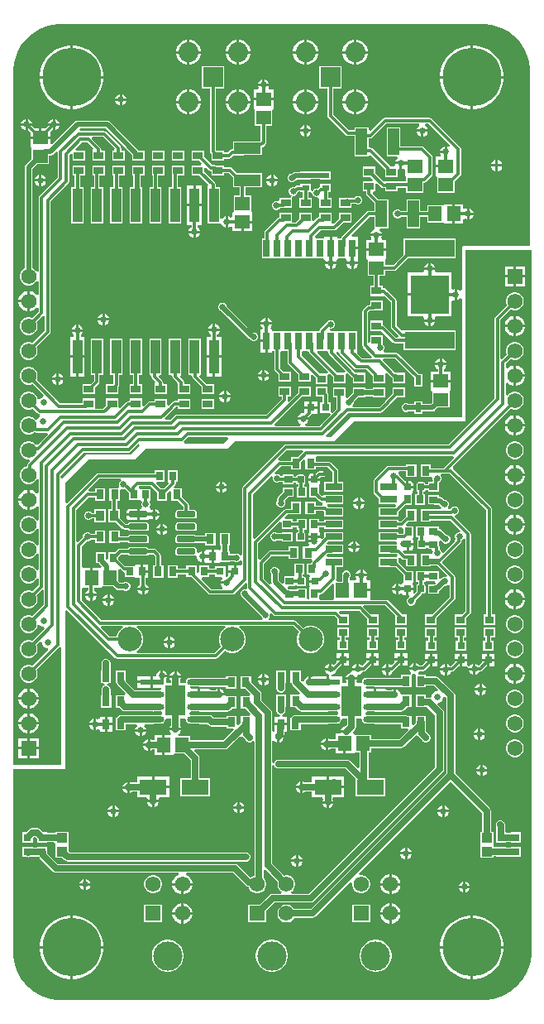
<source format=gtl>
G04*
G04 #@! TF.GenerationSoftware,Altium Limited,Altium Designer,23.0.1 (38)*
G04*
G04 Layer_Physical_Order=1*
G04 Layer_Color=255*
%FSLAX44Y44*%
%MOMM*%
G71*
G04*
G04 #@! TF.SameCoordinates,B26DCD0B-EA3B-4DC6-9C7F-F6099DF497CD*
G04*
G04*
G04 #@! TF.FilePolarity,Positive*
G04*
G01*
G75*
%ADD18R,0.8000X1.0000*%
%ADD19R,0.8500X0.7500*%
%ADD20R,2.8000X1.6000*%
%ADD21R,1.4000X1.5000*%
%ADD22R,0.7500X0.8500*%
%ADD23R,0.8000X0.8000*%
%ADD24R,2.4741X0.6221*%
G04:AMPARAMS|DCode=25|XSize=2.4741mm|YSize=0.6221mm|CornerRadius=0.3111mm|HoleSize=0mm|Usage=FLASHONLY|Rotation=0.000|XOffset=0mm|YOffset=0mm|HoleType=Round|Shape=RoundedRectangle|*
%AMROUNDEDRECTD25*
21,1,2.4741,0.0000,0,0,0.0*
21,1,1.8519,0.6221,0,0,0.0*
1,1,0.6221,0.9260,0.0000*
1,1,0.6221,-0.9260,0.0000*
1,1,0.6221,-0.9260,0.0000*
1,1,0.6221,0.9260,0.0000*
%
%ADD25ROUNDEDRECTD25*%
G04:AMPARAMS|DCode=26|XSize=0.76mm|YSize=0.6604mm|CornerRadius=0.0825mm|HoleSize=0mm|Usage=FLASHONLY|Rotation=270.000|XOffset=0mm|YOffset=0mm|HoleType=Round|Shape=RoundedRectangle|*
%AMROUNDEDRECTD26*
21,1,0.7600,0.4953,0,0,270.0*
21,1,0.5949,0.6604,0,0,270.0*
1,1,0.1651,-0.2477,-0.2975*
1,1,0.1651,-0.2477,0.2975*
1,1,0.1651,0.2477,0.2975*
1,1,0.1651,0.2477,-0.2975*
%
%ADD26ROUNDEDRECTD26*%
G04:AMPARAMS|DCode=27|XSize=1.9mm|YSize=0.6mm|CornerRadius=0.075mm|HoleSize=0mm|Usage=FLASHONLY|Rotation=180.000|XOffset=0mm|YOffset=0mm|HoleType=Round|Shape=RoundedRectangle|*
%AMROUNDEDRECTD27*
21,1,1.9000,0.4500,0,0,180.0*
21,1,1.7500,0.6000,0,0,180.0*
1,1,0.1500,-0.8750,0.2250*
1,1,0.1500,0.8750,0.2250*
1,1,0.1500,0.8750,-0.2250*
1,1,0.1500,-0.8750,-0.2250*
%
%ADD27ROUNDEDRECTD27*%
%ADD28R,0.8000X0.8000*%
%ADD29R,1.5000X1.4000*%
%ADD30R,1.0000X0.8000*%
%ADD31R,0.8000X0.6000*%
%ADD32R,0.9500X0.8000*%
%ADD33R,1.1000X1.0000*%
%ADD34R,1.0000X3.5000*%
%ADD35R,5.0800X1.7780*%
%ADD36R,0.8000X0.9500*%
%ADD37R,0.9000X1.0500*%
%ADD38R,0.7500X0.9000*%
%ADD39R,0.5500X1.0500*%
%ADD40R,1.1500X2.7000*%
%ADD41R,2.7000X1.1500*%
%ADD47R,2.0250X3.1000*%
%ADD51R,1.7500X0.8000*%
%ADD54R,1.7500X0.7000*%
%ADD55R,0.7000X1.8000*%
%ADD56R,0.8000X1.8000*%
%ADD60R,3.9624X3.9624*%
%ADD64C,1.5700*%
%ADD68R,1.5700X1.5700*%
%ADD69C,3.0000*%
%ADD74C,0.6350*%
%ADD75C,0.3048*%
%ADD76C,0.5080*%
%ADD77C,0.3448*%
%ADD78C,0.3448*%
%ADD79R,1.5600X1.5600*%
%ADD80C,1.5600*%
%ADD81C,2.5000*%
%ADD82C,2.0500*%
%ADD83R,2.0500X2.0500*%
%ADD84C,6.0000*%
%ADD85C,0.6500*%
G36*
X489698Y998709D02*
X495944Y997078D01*
X501924Y994644D01*
X507534Y991450D01*
X512680Y987550D01*
X517271Y983012D01*
X521231Y977912D01*
X524490Y972339D01*
X526993Y966388D01*
X528697Y960161D01*
X529574Y953765D01*
X529590Y950537D01*
X529590Y950537D01*
X529590Y950537D01*
Y774700D01*
Y774195D01*
X529203Y773261D01*
X528489Y772547D01*
X527555Y772160D01*
X461010D01*
X460762Y772136D01*
X460304Y771946D01*
X459954Y771596D01*
X459764Y771138D01*
X459740Y770890D01*
Y727336D01*
X457708Y726501D01*
X456670Y727539D01*
X454660Y728371D01*
Y722630D01*
Y716889D01*
X456670Y717721D01*
X457708Y718759D01*
X459740Y717924D01*
Y596900D01*
X345440D01*
X325120Y576580D01*
X320875D01*
X320033Y578612D01*
X343093Y601671D01*
X376206D01*
X376206Y601671D01*
X377296Y601888D01*
X378220Y602506D01*
X385642Y609928D01*
X385642Y609928D01*
X385916Y610337D01*
X392729Y617150D01*
X401240D01*
Y627690D01*
X388700D01*
Y621179D01*
X381614Y614092D01*
X381340Y613683D01*
X375026Y607369D01*
X348665D01*
X347823Y609401D01*
X348002Y609580D01*
X348690Y611241D01*
Y612286D01*
X353554Y617150D01*
X360600D01*
Y618535D01*
X368380D01*
Y617150D01*
X380920D01*
Y627690D01*
X368380D01*
Y626305D01*
X360600D01*
Y627690D01*
X348060D01*
Y622644D01*
X342132Y616716D01*
X340280Y617737D01*
Y627690D01*
X327740D01*
Y617150D01*
X331161D01*
Y605700D01*
X327201Y601739D01*
X325189Y602602D01*
X325189Y603485D01*
Y612329D01*
X322768D01*
Y620481D01*
X322768Y620481D01*
X322551Y621571D01*
X322250Y622022D01*
Y628690D01*
X310210D01*
Y618150D01*
X317071D01*
Y612329D01*
X314649D01*
Y601789D01*
X323359D01*
X324377Y601789D01*
X325239Y599778D01*
X313780Y588319D01*
X299969D01*
X299565Y590351D01*
X300460Y590721D01*
X302089Y592350D01*
X302921Y594360D01*
X291439D01*
X292271Y592350D01*
X293900Y590721D01*
X294795Y590351D01*
X294391Y588319D01*
X268981D01*
X268139Y590351D01*
X296209Y618420D01*
X304720D01*
Y628960D01*
X292180D01*
Y622449D01*
X282516Y612785D01*
X282005Y613019D01*
X280840Y613982D01*
X280979Y614680D01*
Y618420D01*
X284400D01*
Y628960D01*
X271860D01*
Y618420D01*
X275281D01*
Y615860D01*
X259170Y599749D01*
X167640D01*
X167640Y599749D01*
X166550Y599532D01*
X165626Y598914D01*
X165626Y598914D01*
X161126Y594415D01*
X156205D01*
X155363Y596447D01*
X163765Y604849D01*
X163765Y604849D01*
X164146Y605420D01*
X166868Y608141D01*
X168990D01*
Y605720D01*
X181530D01*
Y616260D01*
X168990D01*
Y613839D01*
X165688D01*
X165688Y613839D01*
X164598Y613622D01*
X163674Y613004D01*
X159736Y609067D01*
X157708Y609565D01*
X157400Y609773D01*
Y616260D01*
X144860D01*
Y613552D01*
X140071D01*
X140071Y613552D01*
X138981Y613335D01*
X138056Y612718D01*
X138056Y612718D01*
X133877Y608539D01*
X132000Y609316D01*
Y616380D01*
X119460D01*
Y614876D01*
X117943Y613631D01*
X116853Y613414D01*
X115929Y612797D01*
X115929Y612797D01*
X109902Y606770D01*
X107870Y607611D01*
Y616380D01*
X95330D01*
Y608909D01*
X95320Y608859D01*
X92356Y605895D01*
X83740D01*
Y616380D01*
X71200D01*
Y611483D01*
X48246D01*
X24114Y635614D01*
X24452Y636199D01*
X25070Y638506D01*
Y640894D01*
X24452Y643201D01*
X23258Y645269D01*
X21569Y646958D01*
X19501Y648152D01*
X17194Y648770D01*
X14806D01*
X12499Y648152D01*
X10431Y646958D01*
X8742Y645269D01*
X7548Y643201D01*
X6930Y640894D01*
Y638506D01*
X7548Y636199D01*
X8742Y634131D01*
X10431Y632442D01*
X12499Y631248D01*
X14806Y630630D01*
X17194D01*
X19501Y631248D01*
X20086Y631586D01*
X31740Y619931D01*
X30898Y617900D01*
X30629D01*
X28501Y617018D01*
X27065Y615583D01*
X26443Y615555D01*
X26283Y615578D01*
X24931Y616013D01*
X24452Y617801D01*
X23258Y619869D01*
X21569Y621558D01*
X19501Y622752D01*
X17194Y623370D01*
X14806D01*
X12499Y622752D01*
X10431Y621558D01*
X8742Y619869D01*
X7548Y617801D01*
X6930Y615494D01*
Y613106D01*
X7548Y610799D01*
X8742Y608731D01*
X10431Y607042D01*
X12499Y605848D01*
X14806Y605230D01*
X17194D01*
X19501Y605848D01*
X20086Y606186D01*
X25240Y601032D01*
X26164Y600414D01*
X27254Y600197D01*
X27694Y598233D01*
X27707Y598165D01*
X27231Y597968D01*
X25602Y596339D01*
X25152Y595252D01*
X24524Y594993D01*
X22843Y594884D01*
X21569Y596158D01*
X19501Y597352D01*
X17194Y597970D01*
X14806D01*
X12499Y597352D01*
X10431Y596158D01*
X8742Y594469D01*
X7548Y592401D01*
X6930Y590094D01*
Y587706D01*
X7548Y585399D01*
X8742Y583331D01*
X10431Y581642D01*
X12499Y580448D01*
X14806Y579830D01*
X17194D01*
X19501Y580448D01*
X21569Y581642D01*
X22086Y582159D01*
X22971Y581568D01*
X24062Y581351D01*
X24062Y581351D01*
X34699D01*
X35540Y579319D01*
X25489Y569268D01*
X23258Y569069D01*
X21569Y570758D01*
X19501Y571952D01*
X17194Y572570D01*
X14806D01*
X12499Y571952D01*
X10431Y570758D01*
X8742Y569069D01*
X7548Y567001D01*
X6930Y564694D01*
Y562306D01*
X7548Y559999D01*
X8742Y557931D01*
X10431Y556242D01*
X12499Y555048D01*
X14806Y554430D01*
X16668D01*
X17478Y553054D01*
X17595Y552484D01*
X15306Y550195D01*
X14688Y549271D01*
X14471Y548180D01*
X14472Y548180D01*
Y547080D01*
X12499Y546552D01*
X10431Y545358D01*
X8742Y543669D01*
X7548Y541601D01*
X6930Y539294D01*
Y536906D01*
X7548Y534599D01*
X8742Y532531D01*
X10431Y530842D01*
X12499Y529648D01*
X14806Y529030D01*
X17194D01*
X19501Y529648D01*
X21569Y530842D01*
X23258Y532531D01*
X24075Y533947D01*
X26107Y533402D01*
Y519938D01*
X24927Y519366D01*
X24075Y519248D01*
X22349Y520974D01*
X19991Y522335D01*
X17361Y523040D01*
X17270D01*
Y512700D01*
Y502360D01*
X17361D01*
X19991Y503065D01*
X22349Y504426D01*
X24075Y506152D01*
X24927Y506034D01*
X26107Y505462D01*
Y491998D01*
X24075Y491453D01*
X23258Y492869D01*
X21569Y494558D01*
X19501Y495752D01*
X17194Y496370D01*
X14806D01*
X12499Y495752D01*
X10431Y494558D01*
X8742Y492869D01*
X7548Y490801D01*
X6930Y488494D01*
Y486106D01*
X7548Y483799D01*
X8742Y481731D01*
X10431Y480042D01*
X12499Y478848D01*
X14806Y478230D01*
X17194D01*
X19501Y478848D01*
X21569Y480042D01*
X23258Y481731D01*
X24075Y483147D01*
X26107Y482602D01*
Y466598D01*
X24075Y466053D01*
X23258Y467469D01*
X21569Y469158D01*
X19501Y470352D01*
X17194Y470970D01*
X14806D01*
X12499Y470352D01*
X10431Y469158D01*
X8742Y467469D01*
X7548Y465401D01*
X6930Y463094D01*
Y460706D01*
X7548Y458399D01*
X8742Y456331D01*
X10431Y454642D01*
X12499Y453448D01*
X14806Y452830D01*
X17194D01*
X19501Y453448D01*
X21569Y454642D01*
X23258Y456331D01*
X24075Y457747D01*
X26107Y457202D01*
Y441198D01*
X24075Y440653D01*
X23258Y442069D01*
X21569Y443758D01*
X19501Y444952D01*
X17194Y445570D01*
X14806D01*
X12499Y444952D01*
X10431Y443758D01*
X8742Y442069D01*
X7548Y440001D01*
X6930Y437694D01*
Y435306D01*
X7548Y432999D01*
X8742Y430931D01*
X10431Y429242D01*
X12499Y428048D01*
X14806Y427430D01*
X17194D01*
X19501Y428048D01*
X21569Y429242D01*
X23258Y430931D01*
X24075Y432347D01*
X26107Y431802D01*
Y425236D01*
X20086Y419214D01*
X19501Y419552D01*
X17194Y420170D01*
X14806D01*
X12499Y419552D01*
X10431Y418358D01*
X8742Y416669D01*
X7548Y414601D01*
X6930Y412294D01*
Y409906D01*
X7548Y407599D01*
X8742Y405531D01*
X10431Y403842D01*
X12499Y402648D01*
X14806Y402030D01*
X17194D01*
X19501Y402648D01*
X21569Y403842D01*
X23258Y405531D01*
X24452Y407599D01*
X25070Y409906D01*
Y412294D01*
X24452Y414601D01*
X24114Y415186D01*
X29663Y420734D01*
X31695Y419893D01*
Y405424D01*
X20086Y393814D01*
X19501Y394152D01*
X17194Y394770D01*
X14806D01*
X12499Y394152D01*
X10431Y392958D01*
X8742Y391269D01*
X7548Y389201D01*
X6930Y386894D01*
Y384506D01*
X7548Y382199D01*
X8742Y380131D01*
X10431Y378442D01*
X12499Y377248D01*
X14806Y376630D01*
X17194D01*
X19501Y377248D01*
X21569Y378442D01*
X23258Y380131D01*
X24452Y382199D01*
X25059Y384467D01*
X25844Y384851D01*
X27102Y385079D01*
X28470Y383711D01*
X30598Y382830D01*
X31627D01*
X32469Y380798D01*
X20086Y368414D01*
X19501Y368752D01*
X17194Y369370D01*
X14806D01*
X12499Y368752D01*
X10431Y367558D01*
X8742Y365869D01*
X7548Y363801D01*
X6930Y361494D01*
Y359106D01*
X7548Y356799D01*
X8742Y354731D01*
X10431Y353042D01*
X12499Y351848D01*
X14806Y351230D01*
X17194D01*
X19501Y351848D01*
X21569Y353042D01*
X23258Y354731D01*
X24452Y356799D01*
X25070Y359106D01*
Y361494D01*
X24452Y363801D01*
X24114Y364386D01*
X27768Y368040D01*
X29801Y367198D01*
Y365848D01*
X30682Y363719D01*
X32311Y362091D01*
X34439Y361209D01*
X35407D01*
X36248Y359177D01*
X20086Y343014D01*
X19501Y343352D01*
X17194Y343970D01*
X14806D01*
X12499Y343352D01*
X10431Y342158D01*
X8742Y340469D01*
X7548Y338401D01*
X6930Y336094D01*
Y333706D01*
X7548Y331399D01*
X8742Y329331D01*
X10431Y327642D01*
X12499Y326448D01*
X14806Y325830D01*
X17194D01*
X19501Y326448D01*
X21569Y327642D01*
X23258Y329331D01*
X24452Y331399D01*
X25070Y333706D01*
Y336094D01*
X24452Y338401D01*
X24114Y338986D01*
X47498Y362369D01*
X48467Y362210D01*
X49530Y361635D01*
Y241300D01*
X0D01*
Y949960D01*
Y953206D01*
X847Y959643D01*
X2528Y965915D01*
X5013Y971913D01*
X8259Y977536D01*
X12211Y982687D01*
X16803Y987278D01*
X21953Y991231D01*
X27576Y994477D01*
X33575Y996962D01*
X39846Y998642D01*
X46283Y999490D01*
X49530D01*
X49530Y999490D01*
X480064Y999490D01*
X483292Y999511D01*
X489698Y998709D01*
D02*
G37*
G36*
X530860Y50860D02*
X530860Y47629D01*
X530017Y41223D01*
X528345Y34981D01*
X525872Y29012D01*
X522642Y23416D01*
X518708Y18289D01*
X514139Y13720D01*
X509013Y9787D01*
X503417Y6556D01*
X497447Y4083D01*
X491205Y2411D01*
X484799Y1568D01*
X481568Y1568D01*
X48558D01*
X45380Y1568D01*
X39077Y2398D01*
X32937Y4043D01*
X27064Y6476D01*
X21558Y9655D01*
X16515Y13525D01*
X12019Y18020D01*
X8150Y23063D01*
X4971Y28568D01*
X2538Y34442D01*
X893Y40582D01*
X63Y46885D01*
X63Y50063D01*
X0Y59690D01*
Y237490D01*
X53340D01*
Y399498D01*
X55372Y400339D01*
X104666Y351046D01*
X104666Y351046D01*
X105590Y350428D01*
X106680Y350211D01*
X207710D01*
X207710Y350211D01*
X208800Y350428D01*
X209724Y351046D01*
X217124Y358445D01*
X219335Y357168D01*
X222837Y356230D01*
X226463D01*
X229965Y357168D01*
X233105Y358981D01*
X235669Y361545D01*
X237482Y364685D01*
X238420Y368187D01*
Y371813D01*
X237482Y375315D01*
X235669Y378455D01*
X233105Y381019D01*
X231702Y381829D01*
X232246Y383861D01*
X286760D01*
X293095Y377526D01*
X291818Y375315D01*
X290880Y371813D01*
Y368187D01*
X291818Y364685D01*
X293631Y361545D01*
X296195Y358981D01*
X299335Y357168D01*
X302837Y356230D01*
X306463D01*
X309965Y357168D01*
X313105Y358981D01*
X315669Y361545D01*
X317482Y364685D01*
X318420Y368187D01*
Y371813D01*
X317482Y375315D01*
X315669Y378455D01*
X313105Y381019D01*
X309965Y382832D01*
X306463Y383770D01*
X302837D01*
X299335Y382832D01*
X297124Y381555D01*
X289955Y388724D01*
X289955Y388724D01*
X289030Y389342D01*
X287940Y389558D01*
X287940Y389558D01*
X262225D01*
X261585Y391590D01*
X262404Y392410D01*
X263092Y394071D01*
Y395485D01*
X264171Y396221D01*
X264970Y396482D01*
X266972Y394480D01*
X266972Y394480D01*
X267896Y393862D01*
X268986Y393645D01*
X329436D01*
X331800Y391281D01*
Y384770D01*
X343840D01*
Y395310D01*
X335829D01*
X333937Y397201D01*
X334779Y399233D01*
X354328D01*
X362280Y391281D01*
Y384770D01*
X374320D01*
Y395310D01*
X366309D01*
X358829Y402789D01*
X359671Y404821D01*
X381240D01*
X391490Y394571D01*
Y384770D01*
X403530D01*
Y395310D01*
X398809D01*
X384434Y409684D01*
X383510Y410302D01*
X382420Y410519D01*
X382420Y410519D01*
X365750D01*
Y419100D01*
X356210D01*
Y421640D01*
X365750D01*
Y430410D01*
X362732D01*
X361779Y432330D01*
X362611Y434340D01*
X351129D01*
X351961Y432330D01*
X351008Y430410D01*
X346986D01*
X346670Y430410D01*
X344712Y430589D01*
Y432787D01*
X345218Y433293D01*
X345906Y434954D01*
Y436753D01*
X345218Y438414D01*
X343947Y439686D01*
X342285Y440374D01*
X340487D01*
X338826Y439686D01*
X337554Y438414D01*
X336866Y436753D01*
Y434954D01*
X336943Y434769D01*
Y429140D01*
X331764D01*
X330816Y431172D01*
X330942Y431360D01*
X331159Y432450D01*
Y443810D01*
X338386D01*
Y454350D01*
X322269D01*
X321440Y456247D01*
X322416Y457455D01*
X326334D01*
X326334Y457455D01*
X326609Y457510D01*
X338386D01*
Y467050D01*
X322163D01*
X321375Y468877D01*
X322464Y470210D01*
X338386D01*
Y479750D01*
X318346D01*
Y474239D01*
X316550Y472443D01*
X314518Y473284D01*
Y473710D01*
X308610D01*
X302702D01*
Y472334D01*
X302410Y471629D01*
X308151D01*
Y469089D01*
X302410D01*
X303242Y467079D01*
X303549Y466772D01*
X302708Y464740D01*
X296870D01*
Y452200D01*
X306030D01*
X306872Y450168D01*
X306596Y449892D01*
X305978Y448968D01*
X305761Y447877D01*
X303769Y447480D01*
X301200D01*
Y436440D01*
X303362D01*
X303900Y435479D01*
X304188Y434408D01*
X303613Y433548D01*
X303352Y432234D01*
Y430530D01*
X309260D01*
Y427990D01*
X303352D01*
Y426286D01*
X303613Y424972D01*
X304188Y424112D01*
X303740Y422080D01*
X303740D01*
X303740Y412139D01*
X302260Y411285D01*
X300780Y412139D01*
Y422080D01*
X290740D01*
Y421483D01*
X288730Y421430D01*
Y421430D01*
X282375D01*
X282000Y421505D01*
X281858D01*
X281199Y422358D01*
X282197Y424390D01*
X288730D01*
Y425507D01*
X290762Y425707D01*
X290810Y425468D01*
X291273Y424775D01*
X291966Y424312D01*
X292784Y424149D01*
X297736D01*
X298554Y424312D01*
X299247Y424775D01*
X299710Y425468D01*
X299873Y426286D01*
Y432234D01*
X299710Y433052D01*
X299247Y433745D01*
X298554Y434208D01*
X297736Y434371D01*
X296764D01*
Y436440D01*
X298240D01*
Y447480D01*
X288200D01*
Y436440D01*
X288200D01*
X288147Y434430D01*
X277690D01*
Y427689D01*
X275813Y426911D01*
X272413Y430310D01*
Y438335D01*
X272490Y438521D01*
Y440319D01*
X271802Y441981D01*
X270530Y443252D01*
X268869Y443940D01*
X267071D01*
X265410Y443252D01*
X264138Y441981D01*
X263450Y440319D01*
Y438521D01*
X264138Y436860D01*
X264644Y436353D01*
Y428701D01*
X264915Y427338D01*
X264827Y427213D01*
X262905Y426474D01*
X256849Y432531D01*
Y447130D01*
X265023Y455305D01*
X281870D01*
Y452200D01*
X292410D01*
Y464740D01*
X281870D01*
Y461002D01*
X263844D01*
X263843Y461002D01*
X262753Y460785D01*
X261829Y460168D01*
X261829Y460168D01*
X253293Y451632D01*
X251261Y452473D01*
Y468139D01*
X273273Y490151D01*
X275150Y489374D01*
Y482810D01*
X286190D01*
Y484906D01*
X290590D01*
Y482160D01*
X292261D01*
Y480091D01*
X292134D01*
X291316Y479928D01*
X290623Y479465D01*
X290160Y478772D01*
X289997Y477954D01*
Y472006D01*
X290160Y471188D01*
X290623Y470495D01*
X291316Y470032D01*
X292134Y469869D01*
X297087D01*
X297904Y470032D01*
X298597Y470495D01*
X299060Y471188D01*
X299223Y472006D01*
Y477954D01*
X299060Y478772D01*
X298597Y479465D01*
X297959Y479892D01*
Y482160D01*
X300630D01*
Y493200D01*
X290590D01*
Y490604D01*
X286190D01*
Y492850D01*
X278626D01*
X277849Y494727D01*
X280987Y497865D01*
X287324D01*
X287324Y497865D01*
X287599Y497920D01*
X295070D01*
Y510460D01*
X284530D01*
Y503563D01*
X279807D01*
X278716Y503346D01*
X277792Y502728D01*
X277792Y502728D01*
X247705Y472641D01*
X245673Y473483D01*
Y518504D01*
X264535Y537366D01*
X266257Y536215D01*
X265990Y535569D01*
Y533771D01*
X266678Y532109D01*
X267950Y530838D01*
X269611Y530150D01*
X271409D01*
X273071Y530838D01*
X273494Y531261D01*
X276420D01*
Y528530D01*
X287460D01*
Y530626D01*
X289997D01*
Y530425D01*
X290160Y529608D01*
X290623Y528915D01*
X291316Y528452D01*
X292134Y528289D01*
X292336D01*
Y526220D01*
X290740D01*
Y515180D01*
X300780D01*
Y526220D01*
X298034D01*
Y528538D01*
X298597Y528915D01*
X299060Y529608D01*
X299223Y530425D01*
Y536375D01*
X299060Y537192D01*
X298597Y537885D01*
X297904Y538348D01*
X297087Y538511D01*
X292134D01*
X291316Y538348D01*
X290623Y537885D01*
X290160Y537192D01*
X289997Y536375D01*
Y536324D01*
X287460D01*
Y538570D01*
X276420D01*
Y536959D01*
X274455D01*
X274342Y537230D01*
X273071Y538502D01*
X271409Y539190D01*
X269611D01*
X268965Y538923D01*
X267814Y540645D01*
X274230Y547061D01*
X284410D01*
Y543640D01*
X294950D01*
Y551224D01*
X295170Y551372D01*
X297533Y553734D01*
X299410Y552956D01*
Y543640D01*
X309950D01*
Y546086D01*
X322376D01*
X327351Y541110D01*
Y531550D01*
X318346D01*
Y521010D01*
X338386D01*
Y531550D01*
X333049D01*
Y542290D01*
X333049Y542290D01*
X332832Y543380D01*
X332214Y544304D01*
X332214Y544304D01*
X325570Y550949D01*
X324646Y551566D01*
X323556Y551783D01*
X323555Y551783D01*
X309950D01*
Y556180D01*
X311082Y557743D01*
X450541D01*
X451390Y555719D01*
X440810Y545139D01*
X428060D01*
Y548560D01*
X417520D01*
Y536020D01*
X427943D01*
X428272Y535941D01*
X429820Y535363D01*
Y533771D01*
X430147Y532982D01*
X429155Y530950D01*
X425010D01*
Y528704D01*
X422473D01*
Y528755D01*
X422310Y529572D01*
X421847Y530265D01*
X421154Y530728D01*
X420336Y530891D01*
X415383D01*
X414566Y530728D01*
X413873Y530265D01*
X413410Y529572D01*
X413247Y528755D01*
Y522805D01*
X413410Y521988D01*
X413873Y521295D01*
X414436Y520918D01*
Y518600D01*
X411690D01*
Y507560D01*
X421730D01*
Y518600D01*
X420134D01*
Y520669D01*
X420336D01*
X421154Y520832D01*
X421847Y521295D01*
X422310Y521988D01*
X422473Y522805D01*
Y523006D01*
X425010D01*
Y520910D01*
X436050D01*
Y527881D01*
X436105Y528156D01*
Y530508D01*
X436900Y530838D01*
X438172Y532109D01*
X438860Y533771D01*
Y535569D01*
X438172Y537230D01*
X437993Y537409D01*
X438835Y539441D01*
X441990D01*
X441990Y539441D01*
X441990Y539441D01*
X447130D01*
X484831Y501740D01*
Y395310D01*
X481660D01*
Y384770D01*
X493700D01*
Y395310D01*
X490529D01*
Y502920D01*
X490529Y502920D01*
X490312Y504010D01*
X489694Y504934D01*
X450324Y544304D01*
X450372Y546643D01*
X509914Y606186D01*
X510499Y605848D01*
X512806Y605230D01*
X515194D01*
X517501Y605848D01*
X519569Y607042D01*
X521258Y608731D01*
X522452Y610799D01*
X523070Y613106D01*
Y615494D01*
X522452Y617801D01*
X521258Y619869D01*
X519569Y621558D01*
X517501Y622752D01*
X515194Y623370D01*
X512806D01*
X510499Y622752D01*
X508431Y621558D01*
X506742Y619869D01*
X506532Y619506D01*
X504500Y620050D01*
Y631703D01*
X506532Y632545D01*
X507651Y631426D01*
X510009Y630065D01*
X512639Y629360D01*
X512730D01*
Y639700D01*
Y650040D01*
X512639D01*
X510009Y649335D01*
X507651Y647974D01*
X506532Y646855D01*
X504500Y647697D01*
Y651572D01*
X509914Y656986D01*
X510499Y656648D01*
X512806Y656030D01*
X515194D01*
X517501Y656648D01*
X519569Y657842D01*
X521258Y659531D01*
X522452Y661599D01*
X523070Y663906D01*
Y666294D01*
X522452Y668601D01*
X521258Y670669D01*
X519569Y672358D01*
X517501Y673552D01*
X515194Y674170D01*
X512806D01*
X510499Y673552D01*
X508431Y672358D01*
X506742Y670669D01*
X505548Y668601D01*
X504930Y666294D01*
Y663906D01*
X505548Y661599D01*
X505886Y661014D01*
X500944Y656073D01*
X498912Y656915D01*
Y696784D01*
X509914Y707786D01*
X510499Y707448D01*
X512806Y706830D01*
X515194D01*
X517501Y707448D01*
X519569Y708642D01*
X521258Y710331D01*
X522452Y712399D01*
X523070Y714706D01*
Y717094D01*
X522452Y719401D01*
X521258Y721469D01*
X519569Y723158D01*
X517501Y724352D01*
X515194Y724970D01*
X512806D01*
X510499Y724352D01*
X508431Y723158D01*
X506742Y721469D01*
X505548Y719401D01*
X504930Y717094D01*
Y714706D01*
X505548Y712399D01*
X505886Y711814D01*
X494049Y699978D01*
X493432Y699054D01*
X493215Y697964D01*
X493215Y697964D01*
Y616624D01*
X445860Y569269D01*
X279400D01*
X279400Y569269D01*
X278310Y569052D01*
X277386Y568434D01*
X277386Y568434D01*
X235222Y526270D01*
X234604Y525346D01*
X234387Y524256D01*
X234387Y524256D01*
Y456540D01*
X232758Y456049D01*
X232355Y456027D01*
X231161Y457222D01*
X229499Y457910D01*
X227701D01*
X226823Y457546D01*
X222090D01*
Y460178D01*
X220945D01*
Y466168D01*
X222320D01*
Y478708D01*
X211780D01*
Y466168D01*
X213175D01*
Y462154D01*
X211143Y461209D01*
X210860Y461448D01*
X210544Y461448D01*
X205840D01*
Y454658D01*
Y447868D01*
X210860Y447868D01*
X212366Y449138D01*
X212892Y449138D01*
X222090D01*
Y449777D01*
X225820D01*
X226040Y449558D01*
X227701Y448870D01*
X229499D01*
X231161Y449558D01*
X232355Y450753D01*
X232758Y450731D01*
X234387Y450240D01*
Y447728D01*
X233751Y445959D01*
X232355Y445959D01*
X228481D01*
Y439419D01*
X227211D01*
Y438149D01*
X220671D01*
Y435533D01*
X219592Y433780D01*
X219360D01*
X217481Y434149D01*
X217481Y435812D01*
Y444689D01*
X206941D01*
Y442268D01*
X201000D01*
Y445438D01*
X190460D01*
Y438657D01*
X188428Y437701D01*
X188000Y438055D01*
Y445438D01*
X177460D01*
Y442267D01*
X168980D01*
Y445688D01*
X158440D01*
Y433148D01*
X168980D01*
Y436570D01*
X177460D01*
Y433398D01*
X183224D01*
X199981Y416642D01*
X199981Y416642D01*
X200905Y416024D01*
X201995Y415807D01*
X201995Y415807D01*
X224883D01*
X224883Y415807D01*
X225973Y416024D01*
X226897Y416642D01*
X237943Y427688D01*
X239975Y426846D01*
Y422656D01*
X239975Y422656D01*
X239982Y422620D01*
X238454Y421143D01*
X238259Y421080D01*
X236591D01*
X234930Y420392D01*
X233658Y419120D01*
X232970Y417459D01*
Y415661D01*
X233658Y413999D01*
X234930Y412728D01*
X236031Y412272D01*
X254052Y394250D01*
Y394071D01*
X254740Y392410D01*
X255559Y391590D01*
X254919Y389558D01*
X90720D01*
X70159Y410120D01*
Y421399D01*
X71130Y423028D01*
X72191Y423028D01*
X76957D01*
Y420293D01*
X76730Y420199D01*
X75101Y418570D01*
X74269Y416560D01*
X85751D01*
X84919Y418570D01*
X83290Y420199D01*
X83063Y420293D01*
Y423028D01*
X90210Y423028D01*
X91716Y424298D01*
X92242Y424298D01*
X102446D01*
X105311Y421433D01*
X106572Y420591D01*
X108058Y420295D01*
X113137D01*
X114671Y419660D01*
X116469D01*
X118131Y420348D01*
X119402Y421619D01*
X120090Y423281D01*
Y425079D01*
X119402Y426740D01*
X118131Y428012D01*
X116469Y428700D01*
X114671D01*
X113137Y428065D01*
X109667D01*
X107940Y429792D01*
Y441066D01*
X109923Y441957D01*
X111750Y440130D01*
X112674Y439512D01*
X113764Y439296D01*
X114210Y437336D01*
Y433898D01*
X123908D01*
X124250Y433898D01*
X125940Y433073D01*
Y432628D01*
X129737D01*
Y426216D01*
X128441Y424920D01*
X127609Y422910D01*
X139091D01*
X138259Y424920D01*
X136630Y426549D01*
X135843Y426875D01*
Y432628D01*
X138520D01*
Y438148D01*
X132230D01*
Y439418D01*
X130960D01*
Y446208D01*
X125940D01*
Y445764D01*
X124250Y444938D01*
X123908Y444938D01*
X117279D01*
X117004Y444993D01*
X117004Y444993D01*
X114944D01*
X108040Y451897D01*
Y454380D01*
X110550Y456890D01*
X117579D01*
X117617Y456700D01*
X118064Y456032D01*
X118732Y455586D01*
X119520Y455429D01*
X137020D01*
X137808Y455586D01*
X138476Y456032D01*
X138923Y456700D01*
X138961Y456890D01*
X143602D01*
X145861Y454630D01*
Y445688D01*
X143440D01*
Y433148D01*
X153980D01*
Y445688D01*
X151559D01*
Y455810D01*
X151342Y456900D01*
X150724Y457824D01*
X150724Y457824D01*
X146796Y461753D01*
X145872Y462370D01*
X144782Y462587D01*
X144782Y462587D01*
X138961D01*
X138923Y462776D01*
X138476Y463445D01*
X137808Y463891D01*
X137020Y464048D01*
X119520D01*
X118732Y463891D01*
X118064Y463445D01*
X117617Y462776D01*
X117579Y462587D01*
X109370D01*
X109370Y462587D01*
X108280Y462370D01*
X107356Y461753D01*
X107356Y461753D01*
X104511Y458908D01*
X98000D01*
Y452579D01*
X95968Y451551D01*
X95157Y452147D01*
X95104Y452232D01*
X95040Y452554D01*
Y458908D01*
X85000D01*
Y447868D01*
X88068D01*
X88483Y447247D01*
X90859Y444872D01*
X89748Y443108D01*
X81940D01*
Y433068D01*
X79400D01*
Y443108D01*
X72191D01*
X71130Y443108D01*
X70159Y444738D01*
Y464910D01*
X75708Y470460D01*
X77099D01*
X78760Y471148D01*
X79744Y472131D01*
X83750D01*
Y468710D01*
X94290D01*
Y481250D01*
X83750D01*
Y477829D01*
X79744D01*
X78760Y478812D01*
X77099Y479500D01*
X75301D01*
X73639Y478812D01*
X72368Y477541D01*
X71680Y475879D01*
Y474488D01*
X66603Y469412D01*
X64571Y470253D01*
Y502502D01*
X77378Y515310D01*
X83750D01*
Y511890D01*
X94290D01*
Y524430D01*
X83750D01*
Y521007D01*
X78047D01*
X77205Y523039D01*
X88526Y534360D01*
X110489D01*
X110893Y532328D01*
X110470Y532152D01*
X109198Y530881D01*
X108510Y529219D01*
Y527421D01*
X108907Y526462D01*
X108004Y524688D01*
X107717Y524430D01*
X98750D01*
Y511890D01*
X100986D01*
Y503088D01*
X98000D01*
Y490048D01*
X105511D01*
X112436Y483124D01*
X112436Y483124D01*
X113360Y482506D01*
X114450Y482290D01*
X114450Y482290D01*
X117579D01*
X117617Y482100D01*
X118064Y481432D01*
X118732Y480986D01*
X119520Y480829D01*
X137020D01*
X137808Y480986D01*
X138476Y481432D01*
X138923Y482100D01*
X139080Y482888D01*
Y487388D01*
X138923Y488176D01*
X138476Y488845D01*
X137808Y489291D01*
X137020Y489448D01*
X119520D01*
X118732Y489291D01*
X118064Y488845D01*
X117617Y488176D01*
X117579Y487987D01*
X115630D01*
X109540Y494077D01*
Y503088D01*
X106684D01*
Y511890D01*
X109290D01*
Y522944D01*
X109380Y523062D01*
X111322Y524135D01*
X112131Y523800D01*
X113929D01*
X114419Y524003D01*
X118520Y519901D01*
Y512390D01*
X128488D01*
X128560Y512390D01*
X130520D01*
X130592Y512390D01*
X131014D01*
X131621Y511327D01*
X131974Y510358D01*
X131370Y508899D01*
Y507101D01*
X132058Y505440D01*
X131181Y503443D01*
X129540D01*
Y497838D01*
Y492234D01*
X137020D01*
X138304Y492489D01*
X139392Y493216D01*
X141498Y492930D01*
X143508Y492097D01*
Y497838D01*
Y503579D01*
X141498Y502747D01*
X141354Y502727D01*
X140506Y503429D01*
X139722Y505440D01*
X140410Y507101D01*
Y508899D01*
X139806Y510358D01*
X139896Y510606D01*
X140560Y512390D01*
X140560Y512390D01*
X140560Y512390D01*
Y523930D01*
X130592D01*
X130520Y523930D01*
X129721D01*
X128698Y525962D01*
X129276Y526741D01*
X140908D01*
X147250Y520400D01*
Y511888D01*
X157790D01*
Y519473D01*
X158010Y519620D01*
X160373Y521982D01*
X162250Y521205D01*
Y511888D01*
X168761D01*
X174521Y506128D01*
Y502148D01*
X168620D01*
X167832Y501991D01*
X167164Y501545D01*
X166717Y500877D01*
X166560Y500088D01*
Y495588D01*
X166717Y494800D01*
X167164Y494132D01*
X167832Y493686D01*
X168620Y493529D01*
X186120D01*
X186908Y493686D01*
X187576Y494132D01*
X188023Y494800D01*
X188179Y495588D01*
Y500088D01*
X188023Y500877D01*
X187576Y501545D01*
X186908Y501991D01*
X186120Y502148D01*
X180219D01*
Y507308D01*
X180219Y507308D01*
X180002Y508399D01*
X179384Y509323D01*
X179384Y509323D01*
X172790Y515917D01*
Y524428D01*
X165474D01*
X164696Y526306D01*
X165844Y527454D01*
X165844Y527454D01*
X166462Y528378D01*
X166679Y529468D01*
Y531188D01*
X169100D01*
Y543228D01*
X158560D01*
Y531188D01*
X158648D01*
X159489Y529156D01*
X154771Y524438D01*
X154721Y524428D01*
X151279D01*
X146551Y529156D01*
X147393Y531188D01*
X155600D01*
Y543228D01*
X145060D01*
Y540057D01*
X87346D01*
X86256Y539840D01*
X85331Y539223D01*
X85331Y539223D01*
X55372Y509263D01*
X53340Y510105D01*
Y529590D01*
X77470Y553720D01*
X124460D01*
X135890Y565150D01*
X219710D01*
X227330Y572770D01*
X328930D01*
X349250Y593090D01*
X463550D01*
Y768350D01*
X530860D01*
X530860Y50860D01*
D02*
G37*
G36*
X220671Y575001D02*
X215900Y570230D01*
X175705D01*
X175130Y571293D01*
X174971Y572262D01*
X179742Y577033D01*
X219830D01*
X220671Y575001D01*
D02*
G37*
G36*
X128813Y569837D02*
X129482Y567632D01*
X120650Y558800D01*
X74930D01*
X50601Y534471D01*
X48569Y535312D01*
Y537300D01*
X72350Y561081D01*
X118507D01*
X118507Y561081D01*
X119597Y561298D01*
X120521Y561916D01*
X128504Y569898D01*
X128813Y569837D01*
D02*
G37*
G36*
X297281Y561539D02*
X291931Y556190D01*
X291881Y556180D01*
X284410D01*
Y552759D01*
X273050D01*
X273050Y552759D01*
X272540Y552657D01*
X271504Y554495D01*
X280580Y563571D01*
X296439D01*
X297281Y561539D01*
D02*
G37*
G36*
X206941Y434149D02*
X213537D01*
X214379Y432117D01*
X213531Y431270D01*
X212699Y429260D01*
X218440D01*
Y426720D01*
X212699D01*
X213531Y424710D01*
X214705Y423537D01*
X214061Y421505D01*
X203175D01*
X193159Y431521D01*
X193936Y433398D01*
X201000D01*
Y436570D01*
X206941D01*
Y434149D01*
D02*
G37*
G36*
X328940Y426396D02*
Y412551D01*
X328940Y411600D01*
X327356Y410519D01*
X315596D01*
X313780Y411040D01*
X313780Y412551D01*
Y415092D01*
X315146Y416437D01*
X316236Y416654D01*
X317160Y417272D01*
X327063Y427174D01*
X328940Y426396D01*
D02*
G37*
G36*
X112598Y381829D02*
X111195Y381019D01*
X108631Y378455D01*
X106818Y375315D01*
X106158Y372849D01*
X98823D01*
X89842Y381829D01*
X90684Y383861D01*
X112054D01*
X112598Y381829D01*
D02*
G37*
G36*
X217598D02*
X216195Y381019D01*
X213631Y378455D01*
X211818Y375315D01*
X210880Y371813D01*
Y368187D01*
X211818Y364685D01*
X213095Y362474D01*
X206530Y355909D01*
X126847D01*
X126303Y357941D01*
X128105Y358981D01*
X130669Y361545D01*
X132482Y364685D01*
X133420Y368187D01*
Y371813D01*
X132482Y375315D01*
X130669Y378455D01*
X128105Y381019D01*
X126702Y381829D01*
X127246Y383861D01*
X217054D01*
X217598Y381829D01*
D02*
G37*
%LPC*%
G36*
X352084Y983190D02*
X351670D01*
Y971670D01*
X363190D01*
Y972084D01*
X362318Y975337D01*
X360635Y978253D01*
X358253Y980635D01*
X355337Y982318D01*
X352084Y983190D01*
D02*
G37*
G36*
X301284D02*
X300870D01*
Y971670D01*
X312390D01*
Y972084D01*
X311518Y975337D01*
X309835Y978253D01*
X307453Y980635D01*
X304537Y982318D01*
X301284Y983190D01*
D02*
G37*
G36*
X232084D02*
X231670D01*
Y971670D01*
X243190D01*
Y972084D01*
X242318Y975337D01*
X240634Y978253D01*
X238253Y980635D01*
X235337Y982318D01*
X232084Y983190D01*
D02*
G37*
G36*
X181284D02*
X180870D01*
Y971670D01*
X192390D01*
Y972084D01*
X191518Y975337D01*
X189834Y978253D01*
X187453Y980635D01*
X184537Y982318D01*
X181284Y983190D01*
D02*
G37*
G36*
X349130D02*
X348716D01*
X345463Y982318D01*
X342547Y980635D01*
X340165Y978253D01*
X338482Y975337D01*
X337610Y972084D01*
Y971670D01*
X349130D01*
Y983190D01*
D02*
G37*
G36*
X298330D02*
X297916D01*
X294663Y982318D01*
X291747Y980635D01*
X289366Y978253D01*
X287682Y975337D01*
X286810Y972084D01*
Y971670D01*
X298330D01*
Y983190D01*
D02*
G37*
G36*
X229130D02*
X228716D01*
X225463Y982318D01*
X222547Y980635D01*
X220165Y978253D01*
X218482Y975337D01*
X217610Y972084D01*
Y971670D01*
X229130D01*
Y983190D01*
D02*
G37*
G36*
X178330D02*
X177916D01*
X174663Y982318D01*
X171747Y980635D01*
X169365Y978253D01*
X167682Y975337D01*
X166810Y972084D01*
Y971670D01*
X178330D01*
Y983190D01*
D02*
G37*
G36*
X363190Y969130D02*
X351670D01*
Y957610D01*
X352084D01*
X355337Y958482D01*
X358253Y960165D01*
X360635Y962547D01*
X362318Y965463D01*
X363190Y968716D01*
Y969130D01*
D02*
G37*
G36*
X349130D02*
X337610D01*
Y968716D01*
X338482Y965463D01*
X340165Y962547D01*
X342547Y960165D01*
X345463Y958482D01*
X348716Y957610D01*
X349130D01*
Y969130D01*
D02*
G37*
G36*
X312390D02*
X300870D01*
Y957610D01*
X301284D01*
X304537Y958482D01*
X307453Y960165D01*
X309835Y962547D01*
X311518Y965463D01*
X312390Y968716D01*
Y969130D01*
D02*
G37*
G36*
X298330D02*
X286810D01*
Y968716D01*
X287682Y965463D01*
X289366Y962547D01*
X291747Y960165D01*
X294663Y958482D01*
X297916Y957610D01*
X298330D01*
Y969130D01*
D02*
G37*
G36*
X243190D02*
X231670D01*
Y957610D01*
X232084D01*
X235337Y958482D01*
X238253Y960165D01*
X240634Y962547D01*
X242318Y965463D01*
X243190Y968716D01*
Y969130D01*
D02*
G37*
G36*
X229130D02*
X217610D01*
Y968716D01*
X218482Y965463D01*
X220165Y962547D01*
X222547Y960165D01*
X225463Y958482D01*
X228716Y957610D01*
X229130D01*
Y969130D01*
D02*
G37*
G36*
X192390D02*
X180870D01*
Y957610D01*
X181284D01*
X184537Y958482D01*
X187453Y960165D01*
X189834Y962547D01*
X191518Y965463D01*
X192390Y968716D01*
Y969130D01*
D02*
G37*
G36*
X178330D02*
X166810D01*
Y968716D01*
X167682Y965463D01*
X169365Y962547D01*
X171747Y960165D01*
X174663Y958482D01*
X177916Y957610D01*
X178330D01*
Y969130D01*
D02*
G37*
G36*
X472561Y977540D02*
X471270D01*
Y946270D01*
X502540D01*
Y947561D01*
X501739Y952620D01*
X500156Y957491D01*
X497831Y962055D01*
X494820Y966198D01*
X491198Y969820D01*
X487055Y972831D01*
X482491Y975156D01*
X477620Y976739D01*
X472561Y977540D01*
D02*
G37*
G36*
X468730D02*
X467439D01*
X462380Y976739D01*
X457509Y975156D01*
X452945Y972831D01*
X448802Y969820D01*
X445180Y966198D01*
X442169Y962055D01*
X439844Y957491D01*
X438261Y952620D01*
X437460Y947561D01*
Y946270D01*
X468730D01*
Y977540D01*
D02*
G37*
G36*
X62561D02*
X61270D01*
Y946270D01*
X92540D01*
Y947561D01*
X91739Y952620D01*
X90156Y957491D01*
X87831Y962055D01*
X84820Y966198D01*
X81198Y969820D01*
X77055Y972831D01*
X72491Y975156D01*
X67620Y976739D01*
X62561Y977540D01*
D02*
G37*
G36*
X58730D02*
X57439D01*
X52380Y976739D01*
X47509Y975156D01*
X42945Y972831D01*
X38802Y969820D01*
X35180Y966198D01*
X32169Y962055D01*
X29844Y957491D01*
X28261Y952620D01*
X27460Y947561D01*
Y946270D01*
X58730D01*
Y977540D01*
D02*
G37*
G36*
X257810Y943001D02*
Y938530D01*
X262281D01*
X261449Y940540D01*
X259820Y942169D01*
X257810Y943001D01*
D02*
G37*
G36*
X255270D02*
X253260Y942169D01*
X251631Y940540D01*
X250799Y938530D01*
X255270D01*
Y943001D01*
D02*
G37*
G36*
X262281Y935990D02*
X250799D01*
X251539Y934202D01*
X251160Y933178D01*
X250568Y932170D01*
X246500D01*
Y923900D01*
X266580D01*
Y932170D01*
X262512D01*
X261920Y933178D01*
X261541Y934202D01*
X262281Y935990D01*
D02*
G37*
G36*
X111791Y927730D02*
Y923259D01*
X116262D01*
X115429Y925269D01*
X113800Y926898D01*
X111791Y927730D01*
D02*
G37*
G36*
X109251D02*
X107241Y926898D01*
X105612Y925269D01*
X104780Y923259D01*
X109251D01*
Y927730D01*
D02*
G37*
G36*
X352084Y932390D02*
X351670D01*
Y920870D01*
X363190D01*
Y921284D01*
X362318Y924537D01*
X360635Y927453D01*
X358253Y929835D01*
X355337Y931518D01*
X352084Y932390D01*
D02*
G37*
G36*
X301284D02*
X300870D01*
Y920870D01*
X312390D01*
Y921284D01*
X311518Y924537D01*
X309835Y927453D01*
X307453Y929835D01*
X304537Y931518D01*
X301284Y932390D01*
D02*
G37*
G36*
X232084D02*
X231670D01*
Y920870D01*
X243190D01*
Y921284D01*
X242318Y924537D01*
X240634Y927453D01*
X238253Y929835D01*
X235337Y931518D01*
X232084Y932390D01*
D02*
G37*
G36*
X181284D02*
X180870D01*
Y920870D01*
X192390D01*
Y921284D01*
X191518Y924537D01*
X189834Y927453D01*
X187453Y929835D01*
X184537Y931518D01*
X181284Y932390D01*
D02*
G37*
G36*
X349130D02*
X348716D01*
X345463Y931518D01*
X342547Y929835D01*
X340165Y927453D01*
X338482Y924537D01*
X337610Y921284D01*
Y920870D01*
X349130D01*
Y932390D01*
D02*
G37*
G36*
X298330D02*
X297916D01*
X294663Y931518D01*
X291747Y929835D01*
X289366Y927453D01*
X287682Y924537D01*
X286810Y921284D01*
Y920870D01*
X298330D01*
Y932390D01*
D02*
G37*
G36*
X229130D02*
X228716D01*
X225463Y931518D01*
X222547Y929835D01*
X220165Y927453D01*
X218482Y924537D01*
X217610Y921284D01*
Y920870D01*
X229130D01*
Y932390D01*
D02*
G37*
G36*
X178330D02*
X177916D01*
X174663Y931518D01*
X171747Y929835D01*
X169365Y927453D01*
X167682Y924537D01*
X166810Y921284D01*
Y920870D01*
X178330D01*
Y932390D01*
D02*
G37*
G36*
X116262Y920719D02*
X111791D01*
Y916248D01*
X113800Y917081D01*
X115429Y918709D01*
X116262Y920719D01*
D02*
G37*
G36*
X109251D02*
X104780D01*
X105612Y918709D01*
X107241Y917081D01*
X109251Y916248D01*
Y920719D01*
D02*
G37*
G36*
X502540Y943730D02*
X471270D01*
Y912460D01*
X472561D01*
X477620Y913261D01*
X482491Y914844D01*
X487055Y917169D01*
X491198Y920180D01*
X494820Y923802D01*
X497831Y927945D01*
X500156Y932509D01*
X501739Y937380D01*
X502540Y942439D01*
Y943730D01*
D02*
G37*
G36*
X468730D02*
X437460D01*
Y942439D01*
X438261Y937380D01*
X439844Y932509D01*
X442169Y927945D01*
X445180Y923802D01*
X448802Y920180D01*
X452945Y917169D01*
X457509Y914844D01*
X462380Y913261D01*
X467439Y912460D01*
X468730D01*
Y943730D01*
D02*
G37*
G36*
X92540D02*
X61270D01*
Y912460D01*
X62561D01*
X67620Y913261D01*
X72491Y914844D01*
X77055Y917169D01*
X81198Y920180D01*
X84820Y923802D01*
X87831Y927945D01*
X90156Y932509D01*
X91739Y937380D01*
X92540Y942439D01*
Y943730D01*
D02*
G37*
G36*
X58730D02*
X27460D01*
Y942439D01*
X28261Y937380D01*
X29844Y932509D01*
X32169Y927945D01*
X35180Y923802D01*
X38802Y920180D01*
X42945Y917169D01*
X47509Y914844D01*
X52380Y913261D01*
X57439Y912460D01*
X58730D01*
Y943730D01*
D02*
G37*
G36*
X363190Y918330D02*
X351670D01*
Y906810D01*
X352084D01*
X355337Y907682D01*
X358253Y909365D01*
X360635Y911747D01*
X362318Y914663D01*
X363190Y917916D01*
Y918330D01*
D02*
G37*
G36*
X349130D02*
X337610D01*
Y917916D01*
X338482Y914663D01*
X340165Y911747D01*
X342547Y909365D01*
X345463Y907682D01*
X348716Y906810D01*
X349130D01*
Y918330D01*
D02*
G37*
G36*
X312390D02*
X300870D01*
Y906810D01*
X301284D01*
X304537Y907682D01*
X307453Y909365D01*
X309835Y911747D01*
X311518Y914663D01*
X312390Y917916D01*
Y918330D01*
D02*
G37*
G36*
X298330D02*
X286810D01*
Y917916D01*
X287682Y914663D01*
X289366Y911747D01*
X291747Y909365D01*
X294663Y907682D01*
X297916Y906810D01*
X298330D01*
Y918330D01*
D02*
G37*
G36*
X243190D02*
X231670D01*
Y906810D01*
X232084D01*
X235337Y907682D01*
X238253Y909365D01*
X240634Y911747D01*
X242318Y914663D01*
X243190Y917916D01*
Y918330D01*
D02*
G37*
G36*
X229130D02*
X217610D01*
Y917916D01*
X218482Y914663D01*
X220165Y911747D01*
X222547Y909365D01*
X225463Y907682D01*
X228716Y906810D01*
X229130D01*
Y918330D01*
D02*
G37*
G36*
X192390D02*
X180870D01*
Y906810D01*
X181284D01*
X184537Y907682D01*
X187453Y909365D01*
X189834Y911747D01*
X191518Y914663D01*
X192390Y917916D01*
Y918330D01*
D02*
G37*
G36*
X178330D02*
X166810D01*
Y917916D01*
X167682Y914663D01*
X169365Y911747D01*
X171747Y909365D01*
X174663Y907682D01*
X177916Y906810D01*
X178330D01*
Y918330D01*
D02*
G37*
G36*
X43180Y902361D02*
Y897890D01*
X47651D01*
X46819Y899900D01*
X45190Y901529D01*
X43180Y902361D01*
D02*
G37*
G36*
X40640D02*
X38630Y901529D01*
X37001Y899900D01*
X36169Y897890D01*
X40640D01*
Y902361D01*
D02*
G37*
G36*
X15240D02*
Y897890D01*
X19711D01*
X18879Y899900D01*
X17250Y901529D01*
X15240Y902361D01*
D02*
G37*
G36*
X12700D02*
X10690Y901529D01*
X9061Y899900D01*
X8229Y897890D01*
X12700D01*
Y902361D01*
D02*
G37*
G36*
X300990Y896011D02*
Y891540D01*
X305461D01*
X304629Y893550D01*
X303000Y895179D01*
X300990Y896011D01*
D02*
G37*
G36*
X298450D02*
X296440Y895179D01*
X294811Y893550D01*
X293979Y891540D01*
X298450D01*
Y896011D01*
D02*
G37*
G36*
X47651Y895350D02*
X43180D01*
Y890879D01*
X45190Y891711D01*
X46819Y893340D01*
X47651Y895350D01*
D02*
G37*
G36*
X40640D02*
X36169D01*
X36182Y895319D01*
X33663Y892800D01*
X29210D01*
Y884530D01*
X37980D01*
Y888483D01*
X40453Y890956D01*
X40640Y890879D01*
Y895350D01*
D02*
G37*
G36*
X12700D02*
X8229D01*
X9061Y893340D01*
X10690Y891711D01*
X12700Y890879D01*
Y895350D01*
D02*
G37*
G36*
X19711D02*
X15240D01*
Y890879D01*
X15427Y890956D01*
X17900Y888483D01*
Y884530D01*
X26670D01*
Y892800D01*
X22217D01*
X19698Y895319D01*
X19711Y895350D01*
D02*
G37*
G36*
X305461Y889000D02*
X300990D01*
Y884529D01*
X303000Y885361D01*
X304629Y886990D01*
X305461Y889000D01*
D02*
G37*
G36*
X298450D02*
X293979D01*
X294811Y886990D01*
X296440Y885361D01*
X298450Y884529D01*
Y889000D01*
D02*
G37*
G36*
X424872Y888969D02*
X420401D01*
Y884498D01*
X422411Y885331D01*
X424039Y886960D01*
X424872Y888969D01*
D02*
G37*
G36*
X417861D02*
X413390D01*
X414222Y886960D01*
X415851Y885331D01*
X417861Y884498D01*
Y888969D01*
D02*
G37*
G36*
X336520Y956520D02*
X313480D01*
Y933480D01*
X321947D01*
Y905630D01*
X322180Y904462D01*
X322841Y903472D01*
X340729Y885584D01*
X341720Y884922D01*
X342888Y884689D01*
X350110D01*
Y864070D01*
X364150D01*
Y864629D01*
X366182Y865471D01*
X381021Y850632D01*
Y850516D01*
X381080Y850221D01*
Y842970D01*
X393620D01*
Y850318D01*
X395652Y851676D01*
X396080Y851499D01*
Y855970D01*
X391609D01*
X391786Y855542D01*
X390428Y853510D01*
X386596D01*
X386232Y854055D01*
X368191Y872096D01*
X367200Y872758D01*
X366032Y872990D01*
X364150D01*
Y882439D01*
X366032D01*
X367200Y882672D01*
X368191Y883334D01*
X382234Y897377D01*
X415923D01*
X416327Y895345D01*
X415851Y895148D01*
X414222Y893519D01*
X413390Y891509D01*
X424872D01*
X424039Y893519D01*
X422411Y895148D01*
X421934Y895345D01*
X422338Y897377D01*
X425456D01*
X447709Y875124D01*
X446510Y873589D01*
X444500Y874421D01*
Y868680D01*
X443230D01*
Y867410D01*
X437489D01*
X438229Y865622D01*
X437850Y864598D01*
X437258Y863590D01*
X433190D01*
Y855320D01*
X443230D01*
Y852780D01*
X433190D01*
Y844510D01*
X433190D01*
X434460Y843004D01*
Y826780D01*
X452000D01*
Y838037D01*
X452195Y838168D01*
X458088Y844061D01*
X458750Y845052D01*
X458983Y846220D01*
Y871220D01*
X458750Y872388D01*
X458088Y873379D01*
X428879Y902589D01*
X427888Y903250D01*
X426720Y903483D01*
X380970D01*
X379802Y903250D01*
X378811Y902589D01*
X366182Y889959D01*
X364150Y890801D01*
Y893610D01*
X350110D01*
Y890795D01*
X344152D01*
X328053Y906894D01*
Y933480D01*
X336520D01*
Y956520D01*
D02*
G37*
G36*
X441960Y874421D02*
X439950Y873589D01*
X438321Y871960D01*
X437489Y869950D01*
X441960D01*
Y874421D01*
D02*
G37*
G36*
X96400Y900505D02*
X66040D01*
X64553Y900209D01*
X63293Y899367D01*
X39857Y875931D01*
X37980Y876709D01*
Y881990D01*
X17900D01*
Y873720D01*
X17900D01*
X19170Y872214D01*
Y861484D01*
X13253Y855567D01*
X12411Y854307D01*
X12115Y852820D01*
Y749530D01*
X10431Y748558D01*
X8742Y746869D01*
X7548Y744801D01*
X6930Y742494D01*
Y740106D01*
X7548Y737799D01*
X8742Y735731D01*
X10431Y734042D01*
X12499Y732848D01*
X14806Y732230D01*
X17194D01*
X19501Y732848D01*
X21569Y734042D01*
X23258Y735731D01*
X23375Y735933D01*
X26090Y736575D01*
X26361Y736397D01*
Y722698D01*
X24329Y722153D01*
X24274Y722249D01*
X22349Y724174D01*
X19991Y725535D01*
X17361Y726240D01*
X17270D01*
Y715900D01*
Y705560D01*
X17361D01*
X19991Y706265D01*
X22349Y707626D01*
X24274Y709551D01*
X24329Y709647D01*
X26361Y709102D01*
Y704890D01*
X20086Y698614D01*
X19501Y698952D01*
X17194Y699570D01*
X14806D01*
X12499Y698952D01*
X10431Y697758D01*
X8742Y696069D01*
X7548Y694001D01*
X6930Y691694D01*
Y689306D01*
X7548Y686999D01*
X8742Y684931D01*
X10431Y683242D01*
X12499Y682048D01*
X14806Y681430D01*
X17194D01*
X19501Y682048D01*
X21569Y683242D01*
X23258Y684931D01*
X24452Y686999D01*
X25070Y689306D01*
Y691694D01*
X24452Y694001D01*
X24114Y694586D01*
X30679Y701151D01*
X32711Y700380D01*
Y685840D01*
X20086Y673214D01*
X19501Y673552D01*
X17194Y674170D01*
X14806D01*
X12499Y673552D01*
X10431Y672358D01*
X8742Y670669D01*
X7548Y668601D01*
X6930Y666294D01*
Y663906D01*
X7548Y661599D01*
X8742Y659531D01*
X10431Y657842D01*
X12499Y656648D01*
X14806Y656030D01*
X17194D01*
X19501Y656648D01*
X21569Y657842D01*
X23258Y659531D01*
X24452Y661599D01*
X25070Y663906D01*
Y666294D01*
X24452Y668601D01*
X24114Y669186D01*
X37574Y682646D01*
X37574Y682646D01*
X38192Y683570D01*
X38409Y684660D01*
X38409Y684660D01*
Y817970D01*
X56624Y836186D01*
X56624Y836186D01*
X57242Y837110D01*
X57459Y838200D01*
Y865665D01*
X59163Y867369D01*
X61040Y866591D01*
Y859480D01*
X73580D01*
Y870020D01*
X64469D01*
X63691Y871897D01*
X70325Y878531D01*
X76290D01*
X82769Y872052D01*
X81928Y870020D01*
X81360D01*
Y859480D01*
X93900D01*
Y870020D01*
X91407D01*
X90162Y871536D01*
X89945Y872627D01*
X89328Y873551D01*
X89328Y873551D01*
X80792Y882087D01*
X81633Y884119D01*
X92292D01*
X104359Y872052D01*
X103518Y870020D01*
X101680D01*
Y859480D01*
X114220D01*
Y870020D01*
X110799D01*
Y872490D01*
X110799Y872490D01*
X110582Y873580D01*
X109964Y874504D01*
X109964Y874504D01*
X95486Y888982D01*
X94562Y889600D01*
X93472Y889817D01*
X93472Y889817D01*
X68811D01*
X67795Y891849D01*
X68459Y892735D01*
X94791D01*
X122000Y865526D01*
Y859480D01*
X134540D01*
Y870020D01*
X128494D01*
X99147Y899367D01*
X97887Y900209D01*
X96400Y900505D01*
D02*
G37*
G36*
X216520Y956520D02*
X193480D01*
Y933480D01*
X201947D01*
Y869300D01*
X202180Y868132D01*
X202841Y867141D01*
X203280Y866703D01*
Y859480D01*
X215820D01*
Y861697D01*
X220860D01*
X222028Y861930D01*
X223018Y862591D01*
X225615Y865188D01*
X236041D01*
X236150Y865210D01*
X254800D01*
Y873259D01*
X255688Y873436D01*
X256679Y874098D01*
X258699Y876117D01*
X259360Y877108D01*
X259593Y878276D01*
Y895360D01*
X265310D01*
X265310Y911584D01*
X266580Y913090D01*
X266580Y913406D01*
Y921360D01*
X246500D01*
X246500Y913090D01*
X247770Y911584D01*
X247770Y911058D01*
Y895360D01*
X253487D01*
Y879540D01*
X253256Y879309D01*
X244056D01*
X243761Y879250D01*
X225260D01*
Y871293D01*
X224351D01*
X223183Y871061D01*
X222192Y870399D01*
X219596Y867803D01*
X215820D01*
Y870020D01*
X208542D01*
X208432Y870185D01*
X208053Y870564D01*
Y933480D01*
X216520D01*
Y956520D01*
D02*
G37*
G36*
X175180Y870020D02*
X162640D01*
Y859480D01*
X175180D01*
Y870020D01*
D02*
G37*
G36*
X154860D02*
X142320D01*
Y859480D01*
X154860D01*
Y870020D01*
D02*
G37*
G36*
X496601Y860421D02*
Y855949D01*
X501072D01*
X500239Y857959D01*
X498610Y859588D01*
X496601Y860421D01*
D02*
G37*
G36*
X494061D02*
X492051Y859588D01*
X490422Y857959D01*
X489590Y855949D01*
X494061D01*
Y860421D01*
D02*
G37*
G36*
X501072Y853409D02*
X496601D01*
Y848938D01*
X498610Y849771D01*
X500239Y851400D01*
X501072Y853409D01*
D02*
G37*
G36*
X494061D02*
X489590D01*
X490422Y851400D01*
X492051Y849771D01*
X494061Y848938D01*
Y853409D01*
D02*
G37*
G36*
X325310Y848970D02*
X314770D01*
Y848585D01*
X304990D01*
Y848970D01*
X294450D01*
Y848125D01*
X288770D01*
X287284Y847829D01*
X286023Y846987D01*
X285567Y846530D01*
X284851D01*
X283190Y845842D01*
X281918Y844570D01*
X281230Y842909D01*
Y841111D01*
X281918Y839449D01*
X283190Y838178D01*
X284851Y837490D01*
X286649D01*
X288311Y838178D01*
X289582Y839449D01*
X289659Y839635D01*
X290379Y840355D01*
X298260D01*
X298635Y840430D01*
X304990D01*
Y840815D01*
X314770D01*
Y840430D01*
X325310D01*
Y848970D01*
D02*
G37*
G36*
X396650Y893610D02*
X382610D01*
Y864070D01*
X393399D01*
X393917Y862586D01*
X393960Y862038D01*
X392441Y860520D01*
X391609Y858510D01*
X397350D01*
Y857240D01*
X398620D01*
Y851499D01*
X399408Y851825D01*
X401440Y850487D01*
Y844510D01*
X401440D01*
X402710Y843004D01*
Y838103D01*
X393620D01*
Y838510D01*
X381080D01*
Y838510D01*
X379191Y838856D01*
X370760Y847287D01*
Y853510D01*
X358220D01*
Y842970D01*
X366443D01*
X368871Y840542D01*
X368029Y838510D01*
X358220D01*
Y827970D01*
X361437D01*
Y825890D01*
X361670Y824722D01*
X362332Y823732D01*
X370430Y815633D01*
Y808233D01*
X364050D01*
X362882Y808000D01*
X361891Y807338D01*
X336648Y782095D01*
X335986Y781104D01*
X335846Y780400D01*
X332070D01*
Y781670D01*
X326800D01*
Y770130D01*
X324260D01*
Y781670D01*
X318990D01*
Y780400D01*
X310071Y780400D01*
X309207Y782410D01*
X314954Y788157D01*
X329080D01*
X330248Y788390D01*
X331239Y789052D01*
X338407Y796220D01*
X346630D01*
Y806760D01*
X334090D01*
Y800537D01*
X328470Y794917D01*
X326362Y795658D01*
X326310Y796220D01*
X326310D01*
Y806760D01*
X313770D01*
Y803812D01*
X313309Y801863D01*
X312218Y801646D01*
X311294Y801028D01*
X311294Y801028D01*
X308022Y797756D01*
X305990Y798598D01*
Y806760D01*
X293450D01*
Y800249D01*
X289476Y796275D01*
X285670D01*
Y806760D01*
X273130D01*
Y801842D01*
X272144Y801646D01*
X271220Y801028D01*
X271220Y801028D01*
X258598Y788406D01*
X257980Y787482D01*
X257763Y786392D01*
X257763Y786392D01*
Y780400D01*
X254760D01*
Y759860D01*
X264300D01*
Y759860D01*
X265260D01*
Y759860D01*
X275800D01*
Y759860D01*
X276260D01*
Y759860D01*
X285228D01*
X286800Y759860D01*
X288832Y759860D01*
X296228D01*
X297800Y759860D01*
X299832Y759860D01*
X307228D01*
X308800Y759860D01*
X310832Y759860D01*
X317484D01*
X318990Y758590D01*
X318990D01*
X319995Y756558D01*
X319789Y756060D01*
X331271D01*
X331065Y756558D01*
X332070Y758590D01*
X332070D01*
X333576Y759860D01*
X339984D01*
X341490Y758590D01*
X341978Y756558D01*
X341789Y756100D01*
X353271D01*
X353082Y756558D01*
X353570Y758590D01*
X353570D01*
Y768860D01*
X347530D01*
Y771400D01*
X353570D01*
Y781670D01*
X347512D01*
X346734Y783547D01*
X365314Y802127D01*
X370430D01*
Y791257D01*
X370430Y790410D01*
X369484Y788770D01*
X368830Y788499D01*
X367201Y786870D01*
X366369Y784860D01*
X377851D01*
X377019Y786870D01*
X375511Y788378D01*
X375560Y788966D01*
X376085Y790410D01*
X384470D01*
Y819950D01*
X374747D01*
X368759Y825938D01*
X369601Y827970D01*
X370760D01*
Y835779D01*
X372792Y836621D01*
X377052Y832361D01*
X378043Y831699D01*
X379211Y831467D01*
X381080D01*
Y827970D01*
X393620D01*
Y831997D01*
X402710D01*
Y826780D01*
X420250D01*
Y837222D01*
X421174D01*
X422342Y837454D01*
X423333Y838116D01*
X428879Y843661D01*
X429540Y844652D01*
X429773Y845820D01*
Y863310D01*
X429540Y864478D01*
X428879Y865469D01*
X420752Y873595D01*
X419762Y874256D01*
X418594Y874489D01*
X396650D01*
Y893610D01*
D02*
G37*
G36*
X266731Y845181D02*
Y840709D01*
X271202D01*
X270369Y842719D01*
X268741Y844348D01*
X266731Y845181D01*
D02*
G37*
G36*
X264191D02*
X262181Y844348D01*
X260552Y842719D01*
X259720Y840709D01*
X264191D01*
Y845181D01*
D02*
G37*
G36*
X271202Y838169D02*
X266731D01*
Y833698D01*
X268741Y834531D01*
X270369Y836160D01*
X271202Y838169D01*
D02*
G37*
G36*
X264191D02*
X259720D01*
X260552Y836160D01*
X262181Y834531D01*
X264191Y833698D01*
Y838169D01*
D02*
G37*
G36*
X325310Y835970D02*
X314770D01*
Y832990D01*
X314095Y832856D01*
X313171Y832238D01*
X313171Y832238D01*
X312172Y831239D01*
X312049Y831290D01*
X310251D01*
X308589Y830602D01*
X307318Y829331D01*
X306988Y828623D01*
X304990Y829020D01*
X304990Y829462D01*
Y835970D01*
X294450D01*
Y834082D01*
X291148D01*
X291148Y834082D01*
X290058Y833866D01*
X289134Y833248D01*
X289134Y833248D01*
X288291Y832406D01*
X287919Y832560D01*
X286121D01*
X284459Y831872D01*
X283188Y830601D01*
X282500Y828939D01*
Y827141D01*
X283188Y825480D01*
X284459Y824208D01*
X285402Y823818D01*
X285413Y823755D01*
X284802Y821908D01*
X283878Y821760D01*
X283687Y821760D01*
X273130D01*
Y819227D01*
X271098Y817979D01*
X270504Y818225D01*
X268706D01*
X267045Y817537D01*
X265773Y816265D01*
X265085Y814604D01*
Y812805D01*
X265773Y811144D01*
X267045Y809873D01*
X268706Y809184D01*
X270504D01*
X272166Y809873D01*
X273437Y811144D01*
X273469Y811220D01*
X285670D01*
Y819967D01*
X285670Y821643D01*
X285749Y821972D01*
X286327Y823520D01*
X287919Y823520D01*
X289580Y824208D01*
X290852Y825480D01*
X291540Y827141D01*
Y827597D01*
X292328Y828385D01*
X294450D01*
Y827430D01*
X296871D01*
Y821760D01*
X293450D01*
Y811220D01*
X305990D01*
Y821760D01*
X302569D01*
Y827414D01*
X304596Y827430D01*
X304990Y827430D01*
X306263Y826695D01*
X307056Y824843D01*
X307318Y824210D01*
X308589Y822938D01*
X310251Y822250D01*
X311941D01*
X312098Y822208D01*
X313770Y820763D01*
Y811220D01*
X326310D01*
Y821760D01*
X322889D01*
Y827430D01*
X325310D01*
Y835970D01*
D02*
G37*
G36*
X353959Y823670D02*
X352161D01*
X350499Y822982D01*
X349228Y821711D01*
X349190Y821618D01*
X346630D01*
Y821760D01*
X342931D01*
X342636Y821819D01*
X342341Y821760D01*
X334090D01*
Y811220D01*
X346630D01*
Y815513D01*
X350304D01*
X350499Y815318D01*
X352161Y814630D01*
X353959D01*
X355620Y815318D01*
X356892Y816590D01*
X357580Y818251D01*
Y820049D01*
X356892Y821711D01*
X355620Y822982D01*
X353959Y823670D01*
D02*
G37*
G36*
X193430Y834140D02*
X187160D01*
Y815370D01*
X193430D01*
Y834140D01*
D02*
G37*
G36*
X184620D02*
X178350D01*
Y815370D01*
X184620D01*
Y834140D01*
D02*
G37*
G36*
X416970Y819950D02*
X402930D01*
Y808232D01*
X397040D01*
X396260Y809012D01*
X394599Y809700D01*
X392801D01*
X391139Y809012D01*
X389868Y807740D01*
X389180Y806079D01*
Y804281D01*
X389868Y802619D01*
X391139Y801348D01*
X392801Y800660D01*
X394599D01*
X396260Y801348D01*
X397040Y802128D01*
X402930D01*
Y790410D01*
X416970D01*
Y802127D01*
X424190D01*
Y796410D01*
X440414Y796410D01*
X441920Y795140D01*
X442236Y795140D01*
X450190D01*
Y805180D01*
Y815220D01*
X441920Y815220D01*
X440414Y813950D01*
X439888Y813950D01*
X424190D01*
Y808233D01*
X416970D01*
Y819950D01*
D02*
G37*
G36*
X467360Y810921D02*
Y806450D01*
X471831D01*
X470999Y808460D01*
X469370Y810089D01*
X467360Y810921D01*
D02*
G37*
G36*
X195500Y870020D02*
X182960D01*
Y859480D01*
X191183D01*
X193611Y857052D01*
X192769Y855020D01*
X182960D01*
Y844480D01*
X190773D01*
X200351Y834902D01*
X199620Y832870D01*
X199620D01*
Y795330D01*
X211383D01*
X212160Y795330D01*
X213823Y794439D01*
X214141Y793670D01*
X215770Y792041D01*
X217780Y791209D01*
Y796950D01*
Y802691D01*
X215770Y801859D01*
X214192Y800281D01*
X213914Y800290D01*
X212160Y800756D01*
Y832870D01*
X207870D01*
Y834752D01*
X207638Y835920D01*
X206976Y836911D01*
X195500Y848387D01*
Y852289D01*
X197532Y853131D01*
X200795Y849868D01*
X201786Y849206D01*
X202954Y848973D01*
X203280D01*
Y844480D01*
X215820D01*
Y846697D01*
X220996D01*
X225260Y842433D01*
Y832710D01*
X231897D01*
Y824220D01*
X226180D01*
X226180Y807996D01*
X224910Y806490D01*
X224910Y806174D01*
Y802152D01*
X222878Y801311D01*
X222330Y801859D01*
X220320Y802691D01*
Y796950D01*
Y791209D01*
X222330Y792041D01*
X222878Y792589D01*
X224910Y791748D01*
Y787410D01*
X233680D01*
Y796950D01*
X234950D01*
Y798220D01*
X244990D01*
X244990Y806490D01*
X243720Y807996D01*
X243720Y808522D01*
Y824220D01*
X238003D01*
Y832710D01*
X254800D01*
Y846750D01*
X229577D01*
X224419Y851908D01*
X223428Y852570D01*
X222260Y852803D01*
X215820D01*
Y855020D01*
X207569D01*
X207274Y855079D01*
X204218D01*
X195500Y863797D01*
Y870020D01*
D02*
G37*
G36*
X471831Y803910D02*
X467360D01*
Y799439D01*
X469370Y800271D01*
X470999Y801900D01*
X471831Y803910D01*
D02*
G37*
G36*
X452730Y815220D02*
Y805180D01*
Y795140D01*
X461000D01*
Y799208D01*
X462008Y799800D01*
X463032Y800179D01*
X464820Y799439D01*
Y805180D01*
Y810921D01*
X463032Y810181D01*
X462008Y810560D01*
X461000Y811152D01*
Y815220D01*
X452730D01*
D02*
G37*
G36*
X175180Y855020D02*
X162640D01*
Y844480D01*
X163041D01*
Y832870D01*
X159620D01*
Y795330D01*
X172160D01*
Y832870D01*
X168739D01*
Y844480D01*
X175180D01*
Y855020D01*
D02*
G37*
G36*
X154860D02*
X142320D01*
Y844480D01*
X143041D01*
Y832870D01*
X139620D01*
Y795330D01*
X152160D01*
Y832870D01*
X148739D01*
Y844480D01*
X154860D01*
Y855020D01*
D02*
G37*
G36*
X134540Y855020D02*
X122000D01*
Y844480D01*
X123195D01*
Y832870D01*
X119620D01*
Y795330D01*
X132160D01*
Y832870D01*
X130965D01*
Y844480D01*
X134540D01*
Y855020D01*
D02*
G37*
G36*
X114220Y855020D02*
X101680D01*
Y844480D01*
X103041D01*
Y832870D01*
X99620D01*
Y795330D01*
X112160D01*
Y832870D01*
X108739D01*
Y844480D01*
X114220D01*
Y855020D01*
D02*
G37*
G36*
X93900D02*
X81360D01*
Y844480D01*
X83041D01*
Y832870D01*
X79620D01*
Y795330D01*
X92160D01*
Y832870D01*
X88739D01*
Y844480D01*
X93900D01*
Y855020D01*
D02*
G37*
G36*
X73580D02*
X61040D01*
Y844480D01*
X63041D01*
Y832870D01*
X59620D01*
Y795330D01*
X72160D01*
Y832870D01*
X68739D01*
Y844480D01*
X73580D01*
Y855020D01*
D02*
G37*
G36*
X193430Y812830D02*
X185890D01*
X178350D01*
Y794060D01*
X182837D01*
Y791603D01*
X182610Y791509D01*
X180981Y789880D01*
X180149Y787870D01*
X191631D01*
X190799Y789880D01*
X189170Y791509D01*
X188943Y791603D01*
Y794060D01*
X193430D01*
Y812830D01*
D02*
G37*
G36*
X244990Y795680D02*
X236220D01*
Y787410D01*
X244990D01*
Y795680D01*
D02*
G37*
G36*
X191631Y785330D02*
X187160D01*
Y780859D01*
X189170Y781691D01*
X190799Y783320D01*
X191631Y785330D01*
D02*
G37*
G36*
X184620D02*
X180149D01*
X180981Y783320D01*
X182610Y781691D01*
X184620Y780859D01*
Y785330D01*
D02*
G37*
G36*
X377851Y782320D02*
X366369D01*
X367109Y780532D01*
X366730Y779508D01*
X366138Y778500D01*
X362070D01*
Y770230D01*
X382150D01*
Y778500D01*
X378082D01*
X377490Y779508D01*
X377111Y780532D01*
X377851Y782320D01*
D02*
G37*
G36*
X453390Y779780D02*
X400050D01*
Y763489D01*
X389370Y752809D01*
X380880D01*
X380880Y757914D01*
X382150Y759420D01*
X382150Y759736D01*
Y767690D01*
X362070D01*
X362070Y759420D01*
X363340Y757914D01*
X363340Y757388D01*
Y741690D01*
X369261D01*
Y731710D01*
X365840D01*
Y721170D01*
X378380D01*
Y721170D01*
X380412Y721729D01*
X387041Y715100D01*
Y689610D01*
X387041Y689610D01*
X387258Y688520D01*
X387876Y687596D01*
X394903Y680568D01*
X394195Y678802D01*
X392231Y678597D01*
X380530Y690298D01*
X379606Y690916D01*
X378516Y691133D01*
X378380Y693074D01*
Y696030D01*
X365840D01*
Y685490D01*
X374311D01*
X374586Y685435D01*
X374586Y685435D01*
X377336D01*
X389146Y673626D01*
X390070Y673008D01*
X391160Y672791D01*
X391160Y672791D01*
X400050D01*
Y665480D01*
X453390D01*
Y685800D01*
X400050D01*
Y685800D01*
X398018Y685511D01*
X392739Y690790D01*
Y716280D01*
X392739Y716280D01*
X392522Y717370D01*
X391904Y718294D01*
X391904Y718294D01*
X381911Y728288D01*
X380987Y728905D01*
X379897Y729122D01*
X378380Y730367D01*
Y731710D01*
X374959D01*
Y741690D01*
X380880D01*
Y747111D01*
X390550D01*
X390550Y747111D01*
X391640Y747328D01*
X392564Y747946D01*
X404079Y759460D01*
X453390D01*
Y779780D01*
D02*
G37*
G36*
X427990Y755041D02*
Y750570D01*
X432461D01*
X431629Y752580D01*
X430000Y754209D01*
X427990Y755041D01*
D02*
G37*
G36*
X425450D02*
X423440Y754209D01*
X421811Y752580D01*
X420979Y750570D01*
X425450D01*
Y755041D01*
D02*
G37*
G36*
X353271Y753560D02*
X348800D01*
Y749089D01*
X350810Y749921D01*
X352439Y751550D01*
X353271Y753560D01*
D02*
G37*
G36*
X346260D02*
X341789D01*
X342621Y751550D01*
X344250Y749921D01*
X346260Y749089D01*
Y753560D01*
D02*
G37*
G36*
X331271Y753520D02*
X326800D01*
Y749049D01*
X328810Y749881D01*
X330439Y751510D01*
X331271Y753520D01*
D02*
G37*
G36*
X324260D02*
X319789D01*
X320621Y751510D01*
X322250Y749881D01*
X324260Y749049D01*
Y753520D01*
D02*
G37*
G36*
X14730Y726240D02*
X14639D01*
X12009Y725535D01*
X9651Y724174D01*
X7726Y722249D01*
X6365Y719891D01*
X5660Y717261D01*
Y717170D01*
X14730D01*
Y726240D01*
D02*
G37*
G36*
X432461Y748030D02*
X420979D01*
X421400Y747014D01*
X420195Y744982D01*
X404368D01*
Y723900D01*
X426720D01*
Y721360D01*
X404368D01*
Y700278D01*
X420195D01*
X421400Y698246D01*
X420979Y697230D01*
X432461D01*
X432040Y698246D01*
X433246Y700278D01*
X449072D01*
Y716105D01*
X451104Y717310D01*
X452120Y716889D01*
Y722630D01*
Y728371D01*
X451104Y727950D01*
X449072Y729156D01*
Y744982D01*
X433246D01*
X432040Y747014D01*
X432461Y748030D01*
D02*
G37*
G36*
X378380Y716710D02*
X365840D01*
Y712384D01*
X364039Y711813D01*
X362949Y711596D01*
X362025Y710978D01*
X362025Y710978D01*
X358666Y707619D01*
X358048Y706695D01*
X357831Y705604D01*
X357831Y705604D01*
Y670560D01*
X357831Y670560D01*
X358048Y669470D01*
X358666Y668546D01*
X367772Y659439D01*
X366931Y657407D01*
X357542D01*
X352121Y662828D01*
X352300Y664860D01*
X352300D01*
Y685400D01*
X342760D01*
Y685400D01*
X341800D01*
Y685400D01*
X332832D01*
X331260Y685400D01*
X329228Y685400D01*
X325797D01*
X324851Y687432D01*
X325018Y687630D01*
X326019D01*
X327681Y688318D01*
X328952Y689589D01*
X329640Y691251D01*
Y693049D01*
X328952Y694710D01*
X327681Y695982D01*
X326019Y696670D01*
X324221D01*
X322560Y695982D01*
X321288Y694710D01*
X320919Y693819D01*
X320777Y693724D01*
X314648Y687595D01*
X313986Y686604D01*
X313754Y685436D01*
Y685400D01*
X309260D01*
X309260Y685400D01*
X308800D01*
Y685400D01*
X307228Y685400D01*
X299832D01*
X298260Y685400D01*
X296228Y685400D01*
X287260D01*
X287260Y685400D01*
X286800D01*
Y685400D01*
X285228Y685400D01*
X277832D01*
X276260Y685400D01*
X274228Y685400D01*
X265570D01*
Y686670D01*
X264292D01*
X263451Y688702D01*
X264439Y689690D01*
X265271Y691700D01*
X253789D01*
X254621Y689690D01*
X255609Y688702D01*
X254768Y686670D01*
X253490D01*
Y676400D01*
X259530D01*
Y675130D01*
X260800D01*
Y663590D01*
X265570D01*
Y664860D01*
X267681D01*
Y646290D01*
X267681Y646290D01*
X267898Y645200D01*
X268516Y644276D01*
X271850Y640941D01*
X271860Y640891D01*
Y633420D01*
X284400D01*
Y643960D01*
X276816D01*
X276668Y644180D01*
X276668Y644180D01*
X273379Y647470D01*
Y663423D01*
X274816Y664860D01*
X275800D01*
X277832Y664860D01*
X281157D01*
Y653134D01*
X281157Y653134D01*
X281374Y652044D01*
X281992Y651120D01*
X292170Y640941D01*
X292180Y640891D01*
Y633420D01*
X304720D01*
Y640496D01*
X306597Y641274D01*
X310210Y637661D01*
Y631150D01*
X322250D01*
Y639704D01*
X322250Y640454D01*
X323993Y641976D01*
X324449Y641952D01*
X327740Y638661D01*
Y632150D01*
X340280D01*
Y640726D01*
X340280Y641658D01*
X341967Y643028D01*
X342351Y642998D01*
X347467Y637882D01*
X347467Y637882D01*
X348060Y637486D01*
Y632150D01*
X360600D01*
Y642690D01*
X352129D01*
X351854Y642745D01*
X351854Y642745D01*
X350662D01*
X330942Y662464D01*
X331580Y664445D01*
X333255Y664434D01*
X334150Y663344D01*
X334367Y662253D01*
X334984Y661329D01*
X349358Y646956D01*
X349358Y646956D01*
X350282Y646338D01*
X351372Y646121D01*
X361920D01*
X368370Y639671D01*
X368380Y639621D01*
Y632150D01*
X380920D01*
Y640741D01*
X380920Y641911D01*
X382562Y643089D01*
X382918Y643023D01*
X388060Y637882D01*
X388060Y637882D01*
X388700Y637454D01*
Y632150D01*
X401240D01*
Y642690D01*
X392769D01*
X392494Y642745D01*
X392494Y642745D01*
X391254D01*
X378733Y655265D01*
X379575Y657297D01*
X391494D01*
X411270Y637521D01*
Y628510D01*
X419310D01*
Y641550D01*
X415299D01*
X394688Y662160D01*
X393764Y662778D01*
X392674Y662995D01*
X392674Y662995D01*
X380161D01*
X379319Y665027D01*
X379752Y665460D01*
X380440Y667121D01*
Y668919D01*
X379752Y670581D01*
X378480Y671852D01*
X378388Y671890D01*
Y673484D01*
X378380Y673527D01*
Y681030D01*
X365840D01*
Y674444D01*
X363808Y673358D01*
X363529Y673544D01*
Y704425D01*
X365219Y706115D01*
X369634D01*
X369634Y706115D01*
X369909Y706170D01*
X378380D01*
Y716710D01*
D02*
G37*
G36*
X14730Y714630D02*
X5660D01*
Y714539D01*
X6365Y711909D01*
X7726Y709551D01*
X9651Y707626D01*
X12009Y706265D01*
X14639Y705560D01*
X14730D01*
Y714630D01*
D02*
G37*
G36*
X94011Y702941D02*
Y698469D01*
X98482D01*
X97649Y700479D01*
X96020Y702108D01*
X94011Y702941D01*
D02*
G37*
G36*
X91471D02*
X89461Y702108D01*
X87832Y700479D01*
X87000Y698469D01*
X91471D01*
Y702941D01*
D02*
G37*
G36*
X260800Y698711D02*
Y694240D01*
X265271D01*
X264439Y696250D01*
X262810Y697879D01*
X260800Y698711D01*
D02*
G37*
G36*
X258260D02*
X256250Y697879D01*
X254621Y696250D01*
X253789Y694240D01*
X258260D01*
Y698711D01*
D02*
G37*
G36*
X98482Y695929D02*
X94011D01*
Y691458D01*
X96020Y692291D01*
X97649Y693920D01*
X98482Y695929D01*
D02*
G37*
G36*
X91471D02*
X87000D01*
X87832Y693920D01*
X89461Y692291D01*
X91471Y691458D01*
Y695929D01*
D02*
G37*
G36*
X432461Y694690D02*
X427990D01*
Y690219D01*
X430000Y691051D01*
X431629Y692680D01*
X432461Y694690D01*
D02*
G37*
G36*
X425450D02*
X420979D01*
X421811Y692680D01*
X423440Y691051D01*
X425450Y690219D01*
Y694690D01*
D02*
G37*
G36*
X207160Y692661D02*
Y688190D01*
X211631D01*
X210799Y690200D01*
X209170Y691829D01*
X207160Y692661D01*
D02*
G37*
G36*
X204620D02*
X202610Y691829D01*
X200981Y690200D01*
X200149Y688190D01*
X204620D01*
Y692661D01*
D02*
G37*
G36*
X67160Y691691D02*
Y687220D01*
X71631D01*
X70799Y689230D01*
X69170Y690859D01*
X67160Y691691D01*
D02*
G37*
G36*
X64620D02*
X62610Y690859D01*
X60981Y689230D01*
X60149Y687220D01*
X64620D01*
Y691691D01*
D02*
G37*
G36*
X215529Y714450D02*
X213731D01*
X212069Y713762D01*
X210798Y712490D01*
X210110Y710829D01*
Y709031D01*
X210798Y707370D01*
X212069Y706098D01*
X213604Y705462D01*
X241804Y677262D01*
X242923Y676514D01*
X243820Y675618D01*
X245481Y674930D01*
X247279D01*
X248941Y675618D01*
X250212Y676889D01*
X250900Y678551D01*
Y680349D01*
X250212Y682010D01*
X248941Y683282D01*
X247279Y683970D01*
X246084D01*
X219098Y710956D01*
X218462Y712490D01*
X217190Y713762D01*
X215529Y714450D01*
D02*
G37*
G36*
X258260Y673860D02*
X253490D01*
Y663590D01*
X258260D01*
Y673860D01*
D02*
G37*
G36*
X211631Y685650D02*
X200149D01*
X200981Y683640D01*
X202610Y682011D01*
X202837Y681917D01*
Y679140D01*
X198350D01*
Y660370D01*
X205890D01*
X213430D01*
Y679140D01*
X208943D01*
Y681917D01*
X209170Y682011D01*
X210799Y683640D01*
X211631Y685650D01*
D02*
G37*
G36*
X71631Y684680D02*
X60149D01*
X60981Y682670D01*
X62480Y681172D01*
X62422Y680546D01*
X61891Y679140D01*
X58350D01*
Y660370D01*
X65890D01*
X73430D01*
Y679140D01*
X69889D01*
X69358Y680546D01*
X69300Y681172D01*
X70799Y682670D01*
X71631Y684680D01*
D02*
G37*
G36*
X439420Y657251D02*
Y652780D01*
X443891D01*
X443059Y654790D01*
X441430Y656419D01*
X439420Y657251D01*
D02*
G37*
G36*
X436880D02*
X434870Y656419D01*
X433241Y654790D01*
X432409Y652780D01*
X436880D01*
Y657251D01*
D02*
G37*
G36*
X257841Y645790D02*
Y641319D01*
X262312D01*
X261479Y643329D01*
X259851Y644958D01*
X257841Y645790D01*
D02*
G37*
G36*
X255301D02*
X253291Y644958D01*
X251662Y643329D01*
X250830Y641319D01*
X255301D01*
Y645790D01*
D02*
G37*
G36*
X213430Y657830D02*
X207160D01*
Y639060D01*
X213430D01*
Y657830D01*
D02*
G37*
G36*
X204620D02*
X198350D01*
Y639060D01*
X204620D01*
Y657830D01*
D02*
G37*
G36*
X73430D02*
X67160D01*
Y639060D01*
X73430D01*
Y657830D01*
D02*
G37*
G36*
X64620D02*
X58350D01*
Y639060D01*
X64620D01*
Y657830D01*
D02*
G37*
G36*
X47021Y641981D02*
Y637509D01*
X51492D01*
X50659Y639519D01*
X49030Y641148D01*
X47021Y641981D01*
D02*
G37*
G36*
X44481D02*
X42471Y641148D01*
X40842Y639519D01*
X40009Y637509D01*
X44481D01*
Y641981D01*
D02*
G37*
G36*
X443891Y650240D02*
X432409D01*
X433241Y648230D01*
X434870Y646601D01*
X435097Y646507D01*
Y643880D01*
X428110D01*
Y635610D01*
X448190D01*
Y643880D01*
X441203D01*
Y646507D01*
X441430Y646601D01*
X443059Y648230D01*
X443891Y650240D01*
D02*
G37*
G36*
X262312Y638779D02*
X257841D01*
Y634308D01*
X259851Y635141D01*
X261479Y636769D01*
X262312Y638779D01*
D02*
G37*
G36*
X255301D02*
X250830D01*
X251662Y636769D01*
X253291Y635141D01*
X255301Y634308D01*
Y638779D01*
D02*
G37*
G36*
X51492Y634969D02*
X47021D01*
Y630498D01*
X49030Y631331D01*
X50659Y632960D01*
X51492Y634969D01*
D02*
G37*
G36*
X44481D02*
X40009D01*
X40842Y632960D01*
X42471Y631331D01*
X44481Y630498D01*
Y634969D01*
D02*
G37*
G36*
X132160Y677870D02*
X119620D01*
Y640330D01*
X122881D01*
Y631380D01*
X119460D01*
Y620840D01*
X132000D01*
Y631380D01*
X128579D01*
Y640330D01*
X132160D01*
Y677870D01*
D02*
G37*
G36*
X112160D02*
X99620D01*
Y640330D01*
X103041D01*
Y631541D01*
X102933Y631380D01*
X95330D01*
Y620840D01*
X107870D01*
Y628311D01*
X107873Y628326D01*
X107904Y628357D01*
X107904Y628357D01*
X108522Y629281D01*
X108739Y630372D01*
Y640330D01*
X112160D01*
Y677870D01*
D02*
G37*
G36*
X92160D02*
X79620D01*
Y640330D01*
X83041D01*
Y634710D01*
X79711Y631380D01*
X71200D01*
Y620840D01*
X83740D01*
Y627351D01*
X87904Y631516D01*
X87904Y631516D01*
X88522Y632440D01*
X88739Y633530D01*
X88739Y633530D01*
Y640330D01*
X92160D01*
Y677870D01*
D02*
G37*
G36*
X192160D02*
X179620D01*
Y640330D01*
X182473D01*
X183718Y638814D01*
X183935Y637723D01*
X184552Y636799D01*
X193110Y628241D01*
X193120Y628191D01*
Y620720D01*
X205660D01*
Y631260D01*
X198076D01*
X197928Y631480D01*
X197928Y631480D01*
X191111Y638298D01*
X191952Y640330D01*
X192160D01*
Y677870D01*
D02*
G37*
G36*
X172160D02*
X159620D01*
Y640330D01*
X162273D01*
X163518Y638814D01*
X163735Y637723D01*
X164352Y636799D01*
X168190Y632961D01*
X168990Y631260D01*
Y620720D01*
X181530D01*
Y631260D01*
X175389D01*
Y632640D01*
X175172Y633730D01*
X174555Y634654D01*
X174554Y634654D01*
X170911Y638298D01*
X171752Y640330D01*
X172160D01*
Y677870D01*
D02*
G37*
G36*
X152160D02*
X139620D01*
Y640330D01*
X140683D01*
X141928Y638814D01*
X142145Y637723D01*
X142762Y636799D01*
X146269Y633292D01*
X145428Y631260D01*
X144860D01*
Y620720D01*
X157400D01*
Y631260D01*
X154907D01*
X153662Y632776D01*
X153445Y633867D01*
X152828Y634791D01*
X152828Y634791D01*
X149321Y638298D01*
X150162Y640330D01*
X152160D01*
Y677870D01*
D02*
G37*
G36*
X218471Y624201D02*
Y619729D01*
X222942D01*
X222109Y621739D01*
X220480Y623368D01*
X218471Y624201D01*
D02*
G37*
G36*
X215931D02*
X213921Y623368D01*
X212292Y621739D01*
X211460Y619729D01*
X215931D01*
Y624201D01*
D02*
G37*
G36*
X222942Y617189D02*
X218471D01*
Y612718D01*
X220480Y613551D01*
X222109Y615179D01*
X222942Y617189D01*
D02*
G37*
G36*
X215931D02*
X211460D01*
X212292Y615179D01*
X213921Y613551D01*
X215931Y612718D01*
Y617189D01*
D02*
G37*
G36*
X448190Y633070D02*
X428110D01*
X428110Y624800D01*
X429380Y623294D01*
X429380Y622768D01*
Y612564D01*
X427731Y610915D01*
X419310D01*
Y613550D01*
X411270D01*
Y610930D01*
X405060D01*
X403489Y611580D01*
X401691D01*
X400029Y610892D01*
X398758Y609621D01*
X398070Y607959D01*
Y606161D01*
X398758Y604500D01*
X400029Y603228D01*
X401691Y602540D01*
X403489D01*
X404987Y603160D01*
X411270D01*
Y600510D01*
X419310D01*
Y603145D01*
X429340D01*
X430827Y603441D01*
X432087Y604283D01*
X434874Y607070D01*
X446920D01*
X446920Y623294D01*
X448190Y624800D01*
X448190Y625116D01*
Y633070D01*
D02*
G37*
G36*
X311459Y613599D02*
X306189D01*
Y608329D01*
X311459D01*
Y613599D01*
D02*
G37*
G36*
X303649D02*
X298379D01*
Y608329D01*
X303649D01*
Y613599D01*
D02*
G37*
G36*
X205660Y616260D02*
X193120D01*
Y605720D01*
X205660D01*
Y616260D01*
D02*
G37*
G36*
X311459Y605789D02*
X298379D01*
Y601452D01*
X298332Y601420D01*
X296028D01*
X293900Y600539D01*
X292271Y598910D01*
X291439Y596900D01*
X302921D01*
X302876Y597009D01*
X305218Y599352D01*
X305880Y600342D01*
X305915Y600519D01*
X311459D01*
Y605789D01*
D02*
G37*
G36*
X14730Y523040D02*
X14639D01*
X12009Y522335D01*
X9651Y520974D01*
X7726Y519049D01*
X6365Y516691D01*
X5660Y514061D01*
Y513970D01*
X14730D01*
Y523040D01*
D02*
G37*
G36*
Y511430D02*
X5660D01*
Y511339D01*
X6365Y508709D01*
X7726Y506351D01*
X9651Y504426D01*
X12009Y503065D01*
X14639Y502360D01*
X14730D01*
Y511430D01*
D02*
G37*
G36*
X17361Y319840D02*
X17270D01*
Y310770D01*
X26340D01*
Y310861D01*
X25635Y313491D01*
X24274Y315849D01*
X22349Y317774D01*
X19991Y319135D01*
X17361Y319840D01*
D02*
G37*
G36*
X14730D02*
X14639D01*
X12009Y319135D01*
X9651Y317774D01*
X7726Y315849D01*
X6365Y313491D01*
X5660Y310861D01*
Y310770D01*
X14730D01*
Y319840D01*
D02*
G37*
G36*
X26340Y308230D02*
X17270D01*
Y299160D01*
X17361D01*
X19991Y299865D01*
X22349Y301226D01*
X24274Y303151D01*
X25635Y305509D01*
X26340Y308139D01*
Y308230D01*
D02*
G37*
G36*
X14730D02*
X5660D01*
Y308139D01*
X6365Y305509D01*
X7726Y303151D01*
X9651Y301226D01*
X12009Y299865D01*
X14639Y299160D01*
X14730D01*
Y308230D01*
D02*
G37*
G36*
X17361Y294440D02*
X17270D01*
Y285370D01*
X26340D01*
Y285461D01*
X25635Y288091D01*
X24274Y290449D01*
X22349Y292374D01*
X19991Y293735D01*
X17361Y294440D01*
D02*
G37*
G36*
X14730D02*
X14639D01*
X12009Y293735D01*
X9651Y292374D01*
X7726Y290449D01*
X6365Y288091D01*
X5660Y285461D01*
Y285370D01*
X14730D01*
Y294440D01*
D02*
G37*
G36*
X26340Y282830D02*
X17270D01*
Y273760D01*
X17361D01*
X19991Y274465D01*
X22349Y275826D01*
X24274Y277751D01*
X25635Y280109D01*
X26340Y282739D01*
Y282830D01*
D02*
G37*
G36*
X14730D02*
X5660D01*
Y282739D01*
X6365Y280109D01*
X7726Y277751D01*
X9651Y275826D01*
X12009Y274465D01*
X14639Y273760D01*
X14730D01*
Y282830D01*
D02*
G37*
G36*
X26340Y269040D02*
X17270D01*
Y259970D01*
X26340D01*
Y269040D01*
D02*
G37*
G36*
X14730D02*
X5660D01*
Y259970D01*
X14730D01*
Y269040D01*
D02*
G37*
G36*
X26340Y257430D02*
X17270D01*
Y248360D01*
X26340D01*
Y257430D01*
D02*
G37*
G36*
X14730D02*
X5660D01*
Y248360D01*
X14730D01*
Y257430D01*
D02*
G37*
%LPD*%
G36*
X45919Y868132D02*
Y842428D01*
X27196Y823704D01*
X26578Y822780D01*
X26361Y821690D01*
X26361Y821690D01*
Y746202D01*
X26090Y746025D01*
X23375Y746667D01*
X23258Y746869D01*
X21569Y748558D01*
X19885Y749530D01*
Y851211D01*
X24664Y855990D01*
X36710D01*
Y864835D01*
X38140D01*
X39627Y865131D01*
X40887Y865973D01*
X43935Y869022D01*
X45919Y868132D01*
D02*
G37*
%LPC*%
G36*
X29241Y845181D02*
Y840709D01*
X33712D01*
X32879Y842719D01*
X31251Y844348D01*
X29241Y845181D01*
D02*
G37*
G36*
X26701D02*
X24691Y844348D01*
X23062Y842719D01*
X22229Y840709D01*
X26701D01*
Y845181D01*
D02*
G37*
G36*
X33712Y838169D02*
X29241D01*
Y833698D01*
X31251Y834531D01*
X32879Y836160D01*
X33712Y838169D01*
D02*
G37*
G36*
X26701D02*
X22229D01*
X23062Y836160D01*
X24691Y834531D01*
X26701Y833698D01*
Y838169D01*
D02*
G37*
%LPD*%
G36*
X303157Y664424D02*
X303374Y663334D01*
X303992Y662410D01*
X322512Y643889D01*
X322536Y643433D01*
X321014Y641690D01*
X320389Y641690D01*
X314239D01*
X295379Y660550D01*
Y663423D01*
X296816Y664860D01*
X297800D01*
X301191Y664860D01*
X303157Y664424D01*
D02*
G37*
G36*
X319800Y664860D02*
Y664860D01*
X320260D01*
X322174Y664576D01*
X323185Y663344D01*
X323402Y662253D01*
X324020Y661329D01*
X340588Y644761D01*
X340618Y644377D01*
X339248Y642690D01*
X338453Y642690D01*
X331769D01*
X311476Y662983D01*
X312254Y664860D01*
X318228D01*
X319800Y664860D01*
D02*
G37*
%LPC*%
G36*
X524340Y751640D02*
X515270D01*
Y742570D01*
X524340D01*
Y751640D01*
D02*
G37*
G36*
X512730D02*
X503660D01*
Y742570D01*
X512730D01*
Y751640D01*
D02*
G37*
G36*
X524340Y740030D02*
X515270D01*
Y730960D01*
X524340D01*
Y740030D01*
D02*
G37*
G36*
X512730D02*
X503660D01*
Y730960D01*
X512730D01*
Y740030D01*
D02*
G37*
G36*
X515361Y700840D02*
X515270D01*
Y691770D01*
X524340D01*
Y691861D01*
X523635Y694491D01*
X522274Y696849D01*
X520349Y698774D01*
X517991Y700135D01*
X515361Y700840D01*
D02*
G37*
G36*
X512730D02*
X512639D01*
X510009Y700135D01*
X507651Y698774D01*
X505726Y696849D01*
X504365Y694491D01*
X503660Y691861D01*
Y691770D01*
X512730D01*
Y700840D01*
D02*
G37*
G36*
X524340Y689230D02*
X515270D01*
Y680160D01*
X515361D01*
X517991Y680865D01*
X520349Y682226D01*
X522274Y684151D01*
X523635Y686509D01*
X524340Y689139D01*
Y689230D01*
D02*
G37*
G36*
X512730D02*
X503660D01*
Y689139D01*
X504365Y686509D01*
X505726Y684151D01*
X507651Y682226D01*
X510009Y680865D01*
X512639Y680160D01*
X512730D01*
Y689230D01*
D02*
G37*
G36*
X515361Y650040D02*
X515270D01*
Y640970D01*
X524340D01*
Y641061D01*
X523635Y643691D01*
X522274Y646049D01*
X520349Y647974D01*
X517991Y649335D01*
X515361Y650040D01*
D02*
G37*
G36*
X524340Y638430D02*
X515270D01*
Y629360D01*
X515361D01*
X517991Y630065D01*
X520349Y631426D01*
X522274Y633351D01*
X523635Y635709D01*
X524340Y638339D01*
Y638430D01*
D02*
G37*
G36*
X515361Y599240D02*
X515270D01*
Y590170D01*
X524340D01*
Y590261D01*
X523635Y592891D01*
X522274Y595249D01*
X520349Y597174D01*
X517991Y598535D01*
X515361Y599240D01*
D02*
G37*
G36*
X512730D02*
X512639D01*
X510009Y598535D01*
X507651Y597174D01*
X505726Y595249D01*
X504365Y592891D01*
X503660Y590261D01*
Y590170D01*
X512730D01*
Y599240D01*
D02*
G37*
G36*
X524340Y587630D02*
X515270D01*
Y578560D01*
X515361D01*
X517991Y579265D01*
X520349Y580626D01*
X522274Y582551D01*
X523635Y584909D01*
X524340Y587539D01*
Y587630D01*
D02*
G37*
G36*
X512730D02*
X503660D01*
Y587539D01*
X504365Y584909D01*
X505726Y582551D01*
X507651Y580626D01*
X510009Y579265D01*
X512639Y578560D01*
X512730D01*
Y587630D01*
D02*
G37*
G36*
X515194Y572570D02*
X512806D01*
X510499Y571952D01*
X508431Y570758D01*
X506742Y569069D01*
X505548Y567001D01*
X504930Y564694D01*
Y562306D01*
X505548Y559999D01*
X506742Y557931D01*
X508431Y556242D01*
X510499Y555048D01*
X512806Y554430D01*
X515194D01*
X517501Y555048D01*
X519569Y556242D01*
X521258Y557931D01*
X522452Y559999D01*
X523070Y562306D01*
Y564694D01*
X522452Y567001D01*
X521258Y569069D01*
X519569Y570758D01*
X517501Y571952D01*
X515194Y572570D01*
D02*
G37*
G36*
X413060Y548560D02*
X402520D01*
Y547679D01*
X384863D01*
X384863Y547679D01*
X383773Y547462D01*
X382848Y546844D01*
X369982Y533978D01*
X369364Y533054D01*
X369147Y531963D01*
X369147Y531963D01*
Y520597D01*
X369147Y520597D01*
X369364Y519506D01*
X369982Y518582D01*
X372362Y516202D01*
X372362Y516202D01*
X372505Y516106D01*
X374846Y513765D01*
Y508310D01*
X391304D01*
X392184Y506339D01*
X391297Y505205D01*
X386786D01*
X386786Y505205D01*
X386511Y505150D01*
X374846D01*
Y495610D01*
X394886D01*
Y500265D01*
X395000Y500342D01*
X402219Y507560D01*
X408730D01*
Y517936D01*
X408730Y518473D01*
X408733Y518635D01*
X408888Y520566D01*
X409507Y521492D01*
X409768Y522805D01*
Y524510D01*
X403860D01*
Y525780D01*
X402590D01*
Y532186D01*
X401483D01*
X395680Y537989D01*
Y538362D01*
X395023Y539949D01*
X395962Y541981D01*
X402520D01*
Y536020D01*
X413060D01*
Y548560D01*
D02*
G37*
G36*
X320040Y542599D02*
X318950Y542382D01*
X318286Y541938D01*
X313802D01*
X313801Y541938D01*
X312711Y541721D01*
X311787Y541104D01*
X311787Y541104D01*
X310489Y539806D01*
X309880D01*
Y534670D01*
X314518D01*
Y535777D01*
X314981Y536241D01*
X319379D01*
X319379Y536241D01*
X320470Y536458D01*
X321394Y537075D01*
X322054Y537736D01*
X322672Y538660D01*
X322889Y539750D01*
X322672Y540840D01*
X322054Y541764D01*
X321130Y542382D01*
X320040Y542599D01*
D02*
G37*
G36*
X515361Y548440D02*
X515270D01*
Y539370D01*
X524340D01*
Y539461D01*
X523635Y542091D01*
X522274Y544449D01*
X520349Y546374D01*
X517991Y547735D01*
X515361Y548440D01*
D02*
G37*
G36*
X512730D02*
X512639D01*
X510009Y547735D01*
X507651Y546374D01*
X505726Y544449D01*
X504365Y542091D01*
X503660Y539461D01*
Y539370D01*
X512730D01*
Y548440D01*
D02*
G37*
G36*
X307340Y539806D02*
X306133D01*
X304820Y539545D01*
X303707Y538801D01*
X302963Y537688D01*
X302702Y536375D01*
Y534670D01*
X307340D01*
Y539806D01*
D02*
G37*
G36*
X524340Y536830D02*
X515270D01*
Y527760D01*
X515361D01*
X517991Y528465D01*
X520349Y529826D01*
X522274Y531751D01*
X523635Y534109D01*
X524340Y536739D01*
Y536830D01*
D02*
G37*
G36*
X512730D02*
X503660D01*
Y536739D01*
X504365Y534109D01*
X505726Y531751D01*
X507651Y529826D01*
X510009Y528465D01*
X512639Y527760D01*
X512730D01*
Y536830D01*
D02*
G37*
G36*
X406337Y532186D02*
X405130D01*
Y527050D01*
X409768D01*
Y528755D01*
X409507Y530068D01*
X408763Y531181D01*
X407650Y531925D01*
X406337Y532186D01*
D02*
G37*
G36*
X214661Y531491D02*
Y527019D01*
X219132D01*
X218299Y529029D01*
X216670Y530658D01*
X214661Y531491D01*
D02*
G37*
G36*
X212121D02*
X210111Y530658D01*
X208482Y529029D01*
X207649Y527019D01*
X212121D01*
Y531491D01*
D02*
G37*
G36*
X219132Y524479D02*
X214661D01*
Y520008D01*
X216670Y520841D01*
X218299Y522469D01*
X219132Y524479D01*
D02*
G37*
G36*
X212121D02*
X207649D01*
X208482Y522469D01*
X210111Y520841D01*
X212121Y520008D01*
Y524479D01*
D02*
G37*
G36*
X355631Y514981D02*
Y510509D01*
X360102D01*
X359269Y512519D01*
X357640Y514148D01*
X355631Y514981D01*
D02*
G37*
G36*
X353091D02*
X351081Y514148D01*
X349452Y512519D01*
X348619Y510509D01*
X353091D01*
Y514981D01*
D02*
G37*
G36*
X314518Y532130D02*
X308610D01*
X302702D01*
Y530425D01*
X302963Y529112D01*
X303582Y528186D01*
X303737Y526255D01*
X303740Y526093D01*
X303740Y525556D01*
Y515180D01*
X309751D01*
X313866Y511066D01*
X313866Y511066D01*
X314790Y510448D01*
X315880Y510231D01*
X316909D01*
X317271Y509869D01*
X317189Y507532D01*
X316669Y507039D01*
X310070D01*
Y510460D01*
X299530D01*
Y497920D01*
X310070D01*
Y501341D01*
X318070D01*
X318346Y501065D01*
Y495610D01*
X338386D01*
Y505150D01*
X322657D01*
X321673Y506319D01*
X322390Y508310D01*
X338386D01*
Y517850D01*
X318346D01*
Y517516D01*
X316314Y516675D01*
X313780Y519209D01*
Y525734D01*
X313780Y526220D01*
X313682Y528252D01*
X314257Y529112D01*
X314518Y530425D01*
Y532130D01*
D02*
G37*
G36*
X287460Y525570D02*
X276420D01*
Y521024D01*
X271845Y516449D01*
X271003Y515188D01*
X270707Y513702D01*
Y512050D01*
X270488Y511830D01*
X269800Y510169D01*
Y508371D01*
X270488Y506710D01*
X271759Y505438D01*
X273421Y504750D01*
X275219D01*
X276880Y505438D01*
X278152Y506710D01*
X278840Y508371D01*
Y510169D01*
X278476Y511047D01*
Y512093D01*
X281914Y515530D01*
X287460D01*
Y525570D01*
D02*
G37*
G36*
X515194Y521770D02*
X512806D01*
X510499Y521152D01*
X508431Y519958D01*
X506742Y518269D01*
X505548Y516201D01*
X504930Y513894D01*
Y511506D01*
X505548Y509199D01*
X506742Y507131D01*
X508431Y505442D01*
X510499Y504248D01*
X512806Y503630D01*
X515194D01*
X517501Y504248D01*
X519569Y505442D01*
X521258Y507131D01*
X522452Y509199D01*
X523070Y511506D01*
Y513894D01*
X522452Y516201D01*
X521258Y518269D01*
X519569Y519958D01*
X517501Y521152D01*
X515194Y521770D01*
D02*
G37*
G36*
X360102Y507969D02*
X355631D01*
Y503498D01*
X357640Y504331D01*
X359269Y505960D01*
X360102Y507969D01*
D02*
G37*
G36*
X353091D02*
X348619D01*
X349452Y505960D01*
X351081Y504331D01*
X353091Y503498D01*
Y507969D01*
D02*
G37*
G36*
X95040Y503088D02*
X83500D01*
Y499417D01*
X81015D01*
X80032Y500400D01*
X78371Y501088D01*
X76572D01*
X74911Y500400D01*
X73640Y499129D01*
X72951Y497467D01*
Y495669D01*
X73640Y494008D01*
X74911Y492736D01*
X76572Y492048D01*
X78371D01*
X80032Y492736D01*
X81015Y493720D01*
X83500D01*
Y490048D01*
X95040D01*
Y503088D01*
D02*
G37*
G36*
X127000Y503443D02*
X119520D01*
X118236Y503187D01*
X117148Y502460D01*
X116421Y501372D01*
X116166Y500088D01*
Y499108D01*
X127000D01*
Y503443D01*
D02*
G37*
G36*
X146048Y503579D02*
Y499108D01*
X150520D01*
X149687Y501118D01*
X148058Y502747D01*
X146048Y503579D01*
D02*
G37*
G36*
X127000Y496568D02*
X116166D01*
Y495588D01*
X116421Y494305D01*
X117148Y493216D01*
X118236Y492489D01*
X119520Y492234D01*
X127000D01*
Y496568D01*
D02*
G37*
G36*
X150520Y496568D02*
X146048D01*
Y492097D01*
X148058Y492930D01*
X149687Y494558D01*
X150520Y496568D01*
D02*
G37*
G36*
X413060Y502840D02*
X402520D01*
Y495739D01*
X402456Y495726D01*
X401532Y495108D01*
X401532Y495108D01*
X396952Y490529D01*
X394886D01*
Y492450D01*
X374846D01*
Y482910D01*
X394886D01*
Y484831D01*
X398132D01*
X398132Y484831D01*
X399960Y483283D01*
Y478569D01*
X399220Y477829D01*
X394886D01*
Y479750D01*
X374846D01*
Y470210D01*
X392266D01*
X393507Y468374D01*
X392984Y467050D01*
X374846D01*
Y457510D01*
X386567D01*
X386842Y457455D01*
X386842Y457455D01*
X392718D01*
X393604Y456321D01*
X392724Y454350D01*
X374846D01*
Y443810D01*
X387011D01*
X387286Y443755D01*
X387286Y443755D01*
X392036D01*
X399960Y435831D01*
Y429841D01*
X399960Y428820D01*
X399089Y427149D01*
X398927Y427041D01*
X396980Y426549D01*
X394970Y427381D01*
Y421640D01*
Y415899D01*
X396980Y416731D01*
X398927Y416239D01*
X400040Y415495D01*
X401353Y415234D01*
X402560D01*
Y421640D01*
X403830D01*
Y422910D01*
X409738D01*
Y424614D01*
X409477Y425928D01*
X408902Y426788D01*
X409190Y427859D01*
X409728Y428820D01*
X410000D01*
Y439860D01*
X403989D01*
X395230Y448618D01*
X394886Y448848D01*
Y452922D01*
X396918Y453763D01*
X398370Y452312D01*
X398370Y452312D01*
X399294Y451694D01*
X400384Y451477D01*
X402520D01*
Y444580D01*
X413060D01*
Y457120D01*
X405589D01*
X405314Y457175D01*
X405314Y457175D01*
X401564D01*
X399256Y459483D01*
X399336Y459676D01*
X400690Y461215D01*
X402004Y460954D01*
X403210D01*
Y467360D01*
X404480D01*
Y468630D01*
X410388D01*
Y470335D01*
X410127Y471648D01*
X409552Y472508D01*
X410000Y474540D01*
X410000D01*
Y485580D01*
X402934D01*
X402093Y487612D01*
X404726Y490245D01*
X405314D01*
X405314Y490245D01*
X405589Y490300D01*
X413060D01*
Y502840D01*
D02*
G37*
G36*
X515361Y497640D02*
X515270D01*
Y488570D01*
X524340D01*
Y488661D01*
X523635Y491291D01*
X522274Y493649D01*
X520349Y495574D01*
X517991Y496935D01*
X515361Y497640D01*
D02*
G37*
G36*
X512730D02*
X512639D01*
X510009Y496935D01*
X507651Y495574D01*
X505726Y493649D01*
X504365Y491291D01*
X503660Y488661D01*
Y488570D01*
X512730D01*
Y497640D01*
D02*
G37*
G36*
X153701Y488311D02*
Y483839D01*
X158172D01*
X157339Y485849D01*
X155710Y487478D01*
X153701Y488311D01*
D02*
G37*
G36*
X151161D02*
X149151Y487478D01*
X147522Y485849D01*
X146690Y483839D01*
X151161D01*
Y488311D01*
D02*
G37*
G36*
X313630Y493200D02*
X303590D01*
Y482747D01*
X303590Y482160D01*
X303549Y480145D01*
X302963Y479268D01*
X302702Y477954D01*
Y476250D01*
X308610D01*
X314518D01*
Y477954D01*
X314257Y479268D01*
X313671Y480145D01*
X313630Y482160D01*
X313630Y482747D01*
Y484831D01*
X318346D01*
Y482910D01*
X338386D01*
Y492450D01*
X318346D01*
Y490529D01*
X313630D01*
Y493200D01*
D02*
G37*
G36*
X186120Y489448D02*
X168620D01*
X167832Y489291D01*
X167164Y488845D01*
X166717Y488176D01*
X166560Y487388D01*
Y482888D01*
X166717Y482100D01*
X167164Y481432D01*
X167832Y480986D01*
X168620Y480829D01*
X186120D01*
X186908Y480986D01*
X187576Y481432D01*
X188023Y482100D01*
X188179Y482888D01*
Y487388D01*
X188023Y488176D01*
X187576Y488845D01*
X186908Y489291D01*
X186120Y489448D01*
D02*
G37*
G36*
X286190Y479850D02*
X275150D01*
Y478790D01*
X270553D01*
X270530Y478812D01*
X268869Y479500D01*
X267071D01*
X265410Y478812D01*
X264138Y477541D01*
X263450Y475879D01*
Y474081D01*
X264138Y472420D01*
X265410Y471148D01*
X267071Y470460D01*
X268869D01*
X270222Y471020D01*
X275150D01*
Y469810D01*
X286190D01*
Y479850D01*
D02*
G37*
G36*
X524340Y486030D02*
X515270D01*
Y476960D01*
X515361D01*
X517991Y477665D01*
X520349Y479026D01*
X522274Y480951D01*
X523635Y483309D01*
X524340Y485939D01*
Y486030D01*
D02*
G37*
G36*
X512730D02*
X503660D01*
Y485939D01*
X504365Y483309D01*
X505726Y480951D01*
X507651Y479026D01*
X510009Y477665D01*
X512639Y476960D01*
X512730D01*
Y486030D01*
D02*
G37*
G36*
X158172Y481299D02*
X153701D01*
Y476828D01*
X155710Y477661D01*
X157339Y479290D01*
X158172Y481299D01*
D02*
G37*
G36*
X151161D02*
X146690D01*
X147522Y479290D01*
X149151Y477661D01*
X151161Y476828D01*
Y481299D01*
D02*
G37*
G36*
X207320Y478708D02*
X196780D01*
Y476323D01*
X187309D01*
X186908Y476591D01*
X186120Y476748D01*
X168620D01*
X167832Y476591D01*
X167164Y476145D01*
X166717Y475476D01*
X166560Y474688D01*
Y470188D01*
X166717Y469400D01*
X167164Y468732D01*
X167832Y468286D01*
X168620Y468129D01*
X186120D01*
X186908Y468286D01*
X187309Y468554D01*
X196780D01*
Y466168D01*
X207320D01*
Y478708D01*
D02*
G37*
G36*
X109290Y481250D02*
X98750D01*
Y468710D01*
X109290D01*
Y469591D01*
X117579D01*
X117617Y469400D01*
X118064Y468732D01*
X118732Y468286D01*
X119520Y468129D01*
X137020D01*
X137808Y468286D01*
X138476Y468732D01*
X138923Y469400D01*
X139080Y470188D01*
Y474688D01*
X138923Y475476D01*
X138476Y476145D01*
X137808Y476591D01*
X137020Y476748D01*
X119520D01*
X118732Y476591D01*
X118064Y476145D01*
X117617Y475476D01*
X117580Y475289D01*
X109290D01*
Y481250D01*
D02*
G37*
G36*
X436050Y517950D02*
X425010D01*
Y507910D01*
X431365D01*
X431740Y507835D01*
X435951D01*
X438051Y505735D01*
X438128Y505550D01*
X438751Y504927D01*
X437909Y502895D01*
X425266D01*
X424991Y502840D01*
X417520D01*
Y490300D01*
X428060D01*
Y491512D01*
X448043D01*
X458023Y481532D01*
X457182Y479500D01*
X456301D01*
X454640Y478812D01*
X453368Y477541D01*
X452680Y475879D01*
Y474081D01*
X453368Y472420D01*
X452672Y470487D01*
X440892Y458707D01*
X438860Y459369D01*
X438172Y461031D01*
X436951Y462252D01*
Y464138D01*
X436951Y464138D01*
X436734Y465228D01*
X436117Y466152D01*
X436117Y466152D01*
X436050Y466219D01*
Y470462D01*
X438082Y471304D01*
X439321Y470065D01*
X439398Y469879D01*
X440670Y468608D01*
X442331Y467920D01*
X444129D01*
X445790Y468608D01*
X447062Y469879D01*
X447750Y471541D01*
Y473339D01*
X447062Y475000D01*
X445790Y476272D01*
X444129Y476960D01*
X443413D01*
X438627Y481747D01*
X437366Y482589D01*
X436050Y482851D01*
Y485230D01*
X425032D01*
X425010Y485230D01*
X423000Y485283D01*
Y485580D01*
X412960D01*
Y474540D01*
X415381D01*
Y472347D01*
X415186Y472308D01*
X414493Y471845D01*
X414030Y471152D01*
X413867Y470335D01*
Y464385D01*
X414030Y463568D01*
X414493Y462875D01*
X415186Y462412D01*
X416003Y462249D01*
X420956D01*
X421774Y462412D01*
X422467Y462875D01*
X422930Y463568D01*
X422978Y463807D01*
X425010Y463607D01*
Y462190D01*
X428956D01*
X429053Y462118D01*
X430147Y460158D01*
X429820Y459369D01*
X429820Y457777D01*
X428272Y457199D01*
X427943Y457120D01*
X426267Y457120D01*
X417520D01*
Y444580D01*
X428060D01*
Y445461D01*
X434430D01*
X444656Y435235D01*
X443505Y433513D01*
X442859Y433780D01*
X441061D01*
X439399Y433092D01*
X438128Y431820D01*
X438051Y431635D01*
X437927Y431511D01*
X436050Y432289D01*
Y439510D01*
X425010D01*
Y439510D01*
X423000Y439563D01*
Y439860D01*
X412960D01*
Y428820D01*
X415056D01*
Y426692D01*
X414536Y426588D01*
X413843Y426125D01*
X413380Y425432D01*
X413217Y424614D01*
Y419931D01*
X413203Y419862D01*
X413203Y419862D01*
Y418502D01*
X411226Y416525D01*
X410587Y416828D01*
X409550Y417723D01*
X409738Y418666D01*
Y420370D01*
X405100D01*
Y415234D01*
X405743D01*
X406148Y413202D01*
X405109Y412772D01*
X403838Y411501D01*
X403150Y409839D01*
Y408041D01*
X403838Y406380D01*
X405109Y405108D01*
X406771Y404420D01*
X408569D01*
X410230Y405108D01*
X411502Y406380D01*
X412190Y408041D01*
Y409431D01*
X418066Y415308D01*
X418066Y415308D01*
X418684Y416232D01*
X418743Y416529D01*
X420307D01*
X421124Y416692D01*
X421817Y417155D01*
X422280Y417848D01*
X422443Y418666D01*
Y424614D01*
X422280Y425432D01*
X421817Y426125D01*
X421124Y426588D01*
X420754Y426662D01*
Y428820D01*
X423000D01*
Y429417D01*
X425010Y429470D01*
Y429470D01*
X432023D01*
X433021Y427438D01*
X432362Y426585D01*
X431740D01*
X431365Y426510D01*
X425010D01*
Y416470D01*
X436050D01*
Y419102D01*
X436096Y419111D01*
X437357Y419953D01*
X442143Y424740D01*
X442859D01*
X444520Y425428D01*
X445143Y426051D01*
X447175Y425209D01*
Y413254D01*
X429231Y395310D01*
X421970D01*
Y384770D01*
X434010D01*
Y392031D01*
X452038Y410060D01*
X452038Y410060D01*
X452656Y410984D01*
X452873Y412074D01*
X452873Y412074D01*
Y433896D01*
X452873Y433896D01*
X452656Y434986D01*
X452038Y435910D01*
X452038Y435910D01*
X439332Y448616D01*
X439384Y449141D01*
X458554Y468311D01*
X458554Y468311D01*
X459171Y469235D01*
X459388Y470326D01*
Y470994D01*
X459761Y471148D01*
X461032Y472420D01*
X461209Y472847D01*
X463241Y472443D01*
Y398840D01*
X459711Y395310D01*
X452450D01*
Y384770D01*
X464490D01*
Y392031D01*
X468104Y395646D01*
X468722Y396570D01*
X468939Y397660D01*
X468939Y397660D01*
Y477494D01*
X468722Y478584D01*
X468104Y479509D01*
X468104Y479509D01*
X452515Y495098D01*
X452786Y496189D01*
X453258Y497229D01*
X454680Y497818D01*
X455952Y499090D01*
X456640Y500751D01*
Y502549D01*
X455952Y504211D01*
X454680Y505482D01*
X453019Y506170D01*
X451221D01*
X449560Y505482D01*
X448288Y504211D01*
X447888Y503246D01*
X446016D01*
X445275Y505033D01*
X445792Y505550D01*
X446480Y507211D01*
Y509009D01*
X445792Y510671D01*
X444520Y511942D01*
X442859Y512630D01*
X442143D01*
X440307Y514467D01*
X439046Y515309D01*
X437560Y515605D01*
X436050D01*
Y517950D01*
D02*
G37*
G36*
X350551Y470531D02*
Y466059D01*
X355022D01*
X354189Y468069D01*
X352561Y469698D01*
X350551Y470531D01*
D02*
G37*
G36*
X348011D02*
X346001Y469698D01*
X344372Y468069D01*
X343540Y466059D01*
X348011D01*
Y470531D01*
D02*
G37*
G36*
X410388Y466090D02*
X405750D01*
Y460954D01*
X406956D01*
X408270Y461215D01*
X409383Y461959D01*
X410127Y463072D01*
X410388Y464385D01*
Y466090D01*
D02*
G37*
G36*
X198280Y461448D02*
X196248Y460122D01*
X195578Y460400D01*
Y454658D01*
Y448917D01*
X196248Y449194D01*
X198280Y447868D01*
Y447868D01*
X203300D01*
Y454658D01*
Y461448D01*
X198280D01*
Y461448D01*
D02*
G37*
G36*
X355022Y463519D02*
X350551D01*
Y459048D01*
X352561Y459881D01*
X354189Y461510D01*
X355022Y463519D01*
D02*
G37*
G36*
X348011D02*
X343540D01*
X344372Y461510D01*
X346001Y459881D01*
X348011Y459048D01*
Y463519D01*
D02*
G37*
G36*
X515194Y470970D02*
X512806D01*
X510499Y470352D01*
X508431Y469158D01*
X506742Y467469D01*
X505548Y465401D01*
X504930Y463094D01*
Y460706D01*
X505548Y458399D01*
X506742Y456331D01*
X508431Y454642D01*
X510499Y453448D01*
X512806Y452830D01*
X515194D01*
X517501Y453448D01*
X519569Y454642D01*
X521258Y456331D01*
X522452Y458399D01*
X523070Y460706D01*
Y463094D01*
X522452Y465401D01*
X521258Y467469D01*
X519569Y469158D01*
X517501Y470352D01*
X515194Y470970D01*
D02*
G37*
G36*
X186120Y464048D02*
X168620D01*
X167832Y463891D01*
X167164Y463445D01*
X166717Y462776D01*
X166560Y461988D01*
Y457488D01*
X166717Y456700D01*
X167164Y456032D01*
X167832Y455586D01*
X168620Y455429D01*
X186120D01*
X186486Y455502D01*
X187917Y454729D01*
X188518Y454217D01*
Y453507D01*
X189400Y451379D01*
X191028Y449750D01*
X193038Y448917D01*
Y454658D01*
Y460400D01*
X191028Y459567D01*
X190212Y458750D01*
X188179Y459592D01*
Y461988D01*
X188023Y462776D01*
X187576Y463445D01*
X186908Y463891D01*
X186120Y464048D01*
D02*
G37*
G36*
X225941Y445959D02*
X220671D01*
Y440689D01*
X225941D01*
Y445959D01*
D02*
G37*
G36*
X138520Y446208D02*
X133500D01*
Y440688D01*
X138520D01*
Y446208D01*
D02*
G37*
G36*
X358140Y441351D02*
Y436880D01*
X362611D01*
X361779Y438890D01*
X360150Y440519D01*
X358140Y441351D01*
D02*
G37*
G36*
X355600D02*
X353590Y440519D01*
X351961Y438890D01*
X351129Y436880D01*
X355600D01*
Y441351D01*
D02*
G37*
G36*
X515194Y445570D02*
X512806D01*
X510499Y444952D01*
X508431Y443758D01*
X506742Y442069D01*
X505548Y440001D01*
X504930Y437694D01*
Y435306D01*
X505548Y432999D01*
X506742Y430931D01*
X508431Y429242D01*
X510499Y428048D01*
X512806Y427430D01*
X515194D01*
X517501Y428048D01*
X519569Y429242D01*
X521258Y430931D01*
X522452Y432999D01*
X523070Y435306D01*
Y437694D01*
X522452Y440001D01*
X521258Y442069D01*
X519569Y443758D01*
X517501Y444952D01*
X515194Y445570D01*
D02*
G37*
G36*
X392430Y427381D02*
X390420Y426549D01*
X388791Y424920D01*
X387959Y422910D01*
X392430D01*
Y427381D01*
D02*
G37*
G36*
Y420370D02*
X387959D01*
X388791Y418360D01*
X390420Y416731D01*
X392430Y415899D01*
Y420370D01*
D02*
G37*
G36*
X139091D02*
X134620D01*
Y415899D01*
X136630Y416731D01*
X138259Y418360D01*
X139091Y420370D01*
D02*
G37*
G36*
X132080D02*
X127609D01*
X128441Y418360D01*
X130070Y416731D01*
X132080Y415899D01*
Y420370D01*
D02*
G37*
G36*
X515361Y421440D02*
X515270D01*
Y412370D01*
X524340D01*
Y412461D01*
X523635Y415091D01*
X522274Y417449D01*
X520349Y419374D01*
X517991Y420735D01*
X515361Y421440D01*
D02*
G37*
G36*
X512730D02*
X512639D01*
X510009Y420735D01*
X507651Y419374D01*
X505726Y417449D01*
X504365Y415091D01*
X503660Y412461D01*
Y412370D01*
X512730D01*
Y421440D01*
D02*
G37*
G36*
X99091Y415920D02*
Y411449D01*
X103562D01*
X102729Y413459D01*
X101101Y415088D01*
X99091Y415920D01*
D02*
G37*
G36*
X96551D02*
X94541Y415088D01*
X92912Y413459D01*
X92079Y411449D01*
X96551D01*
Y415920D01*
D02*
G37*
G36*
X85751Y414020D02*
X81280D01*
Y409549D01*
X83290Y410381D01*
X84919Y412010D01*
X85751Y414020D01*
D02*
G37*
G36*
X78740D02*
X74269D01*
X75101Y412010D01*
X76730Y410381D01*
X78740Y409549D01*
Y414020D01*
D02*
G37*
G36*
X103562Y408909D02*
X99091D01*
Y404438D01*
X101101Y405271D01*
X102729Y406899D01*
X103562Y408909D01*
D02*
G37*
G36*
X96551D02*
X92079D01*
X92912Y406899D01*
X94541Y405271D01*
X96551Y404438D01*
Y408909D01*
D02*
G37*
G36*
X524340Y409830D02*
X515270D01*
Y400760D01*
X515361D01*
X517991Y401465D01*
X520349Y402826D01*
X522274Y404751D01*
X523635Y407109D01*
X524340Y409739D01*
Y409830D01*
D02*
G37*
G36*
X512730D02*
X503660D01*
Y409739D01*
X504365Y407109D01*
X505726Y404751D01*
X507651Y402826D01*
X510009Y401465D01*
X512639Y400760D01*
X512730D01*
Y409830D01*
D02*
G37*
G36*
X515194Y394770D02*
X512806D01*
X510499Y394152D01*
X508431Y392958D01*
X506742Y391269D01*
X505548Y389201D01*
X504930Y386894D01*
Y384506D01*
X505548Y382199D01*
X506742Y380131D01*
X508431Y378442D01*
X510499Y377248D01*
X512806Y376630D01*
X515194D01*
X517501Y377248D01*
X519569Y378442D01*
X521258Y380131D01*
X522452Y382199D01*
X523070Y384506D01*
Y386894D01*
X522452Y389201D01*
X521258Y391269D01*
X519569Y392958D01*
X517501Y394152D01*
X515194Y394770D01*
D02*
G37*
G36*
X403530Y382310D02*
X391490D01*
Y371770D01*
X394661D01*
Y369639D01*
X392240D01*
Y359099D01*
X402780D01*
Y369639D01*
X400359D01*
Y371770D01*
X403530D01*
Y382310D01*
D02*
G37*
G36*
X374320D02*
X362280D01*
Y371770D01*
X365452D01*
Y369639D01*
X363031D01*
Y359099D01*
X373571D01*
Y369639D01*
X371149D01*
Y371770D01*
X374320D01*
Y382310D01*
D02*
G37*
G36*
X343840D02*
X331800D01*
Y371770D01*
X334971D01*
Y369639D01*
X332550D01*
Y359099D01*
X343090D01*
Y369639D01*
X340669D01*
Y371770D01*
X343840D01*
Y382310D01*
D02*
G37*
G36*
X493700D02*
X481660D01*
Y371770D01*
X483892D01*
Y368999D01*
X481471D01*
Y358459D01*
X492011D01*
Y368999D01*
X489590D01*
Y371770D01*
X493700D01*
Y382310D01*
D02*
G37*
G36*
X464490D02*
X452450D01*
Y371770D01*
X455952D01*
Y368999D01*
X453531D01*
Y358459D01*
X464071D01*
Y368999D01*
X461650D01*
Y371770D01*
X464490D01*
Y382310D01*
D02*
G37*
G36*
X434010D02*
X421970D01*
Y371770D01*
X425472D01*
Y368999D01*
X423051D01*
Y358459D01*
X433591D01*
Y368999D01*
X431170D01*
Y371770D01*
X434010D01*
Y382310D01*
D02*
G37*
G36*
X515194Y369370D02*
X512806D01*
X510499Y368752D01*
X508431Y367558D01*
X506742Y365869D01*
X505548Y363801D01*
X504930Y361494D01*
Y359106D01*
X505548Y356799D01*
X506742Y354731D01*
X508431Y353042D01*
X510499Y351848D01*
X512806Y351230D01*
X515194D01*
X517501Y351848D01*
X519569Y353042D01*
X521258Y354731D01*
X522452Y356799D01*
X523070Y359106D01*
Y361494D01*
X522452Y363801D01*
X521258Y365869D01*
X519569Y367558D01*
X517501Y368752D01*
X515194Y369370D01*
D02*
G37*
G36*
X404050Y355909D02*
X398780D01*
Y350639D01*
X404050D01*
Y355909D01*
D02*
G37*
G36*
X374841D02*
X369571D01*
Y350639D01*
X374841D01*
Y355909D01*
D02*
G37*
G36*
X344360D02*
X339090D01*
Y350639D01*
X344360D01*
Y355909D01*
D02*
G37*
G36*
X396240D02*
X390970D01*
Y350639D01*
X396240D01*
Y355909D01*
D02*
G37*
G36*
X367031D02*
X361761D01*
Y350639D01*
X367031D01*
Y355909D01*
D02*
G37*
G36*
X336550D02*
X331280D01*
Y350639D01*
X336550D01*
Y355909D01*
D02*
G37*
G36*
X493281Y355269D02*
X488011D01*
Y349999D01*
X493281D01*
Y355269D01*
D02*
G37*
G36*
X465341D02*
X460071D01*
Y349999D01*
X465341D01*
Y355269D01*
D02*
G37*
G36*
X434861D02*
X429591D01*
Y349999D01*
X434861D01*
Y355269D01*
D02*
G37*
G36*
X485471D02*
X480201D01*
Y349999D01*
X485471D01*
Y355269D01*
D02*
G37*
G36*
X457531D02*
X452261D01*
Y349999D01*
X457531D01*
Y355269D01*
D02*
G37*
G36*
X427051D02*
X421781D01*
Y349999D01*
X427051D01*
Y355269D01*
D02*
G37*
G36*
X336550Y348099D02*
X331280D01*
Y346858D01*
X328699Y344277D01*
X328504Y344472D01*
X326494Y345305D01*
Y339563D01*
X325224D01*
Y338293D01*
X319483D01*
X320316Y336284D01*
X321945Y334655D01*
X324073Y333773D01*
X323905Y331811D01*
X323819D01*
Y326160D01*
X321279D01*
Y331811D01*
X307639D01*
Y331811D01*
X305607Y331662D01*
X305030Y331901D01*
Y326160D01*
X302490D01*
Y331901D01*
X300480Y331069D01*
X298851Y329440D01*
X298004Y327395D01*
X296092Y326772D01*
X294710Y327889D01*
Y337740D01*
X284170D01*
Y325200D01*
X285273D01*
X285373Y324696D01*
X286355Y323225D01*
X294169Y315412D01*
X293327Y313380D01*
X284170D01*
Y300840D01*
X289301D01*
X292585Y297555D01*
X292585Y297555D01*
X294056Y296573D01*
X295790Y296228D01*
X295790Y296228D01*
X322549D01*
X322879Y296294D01*
X331809D01*
X332820Y294615D01*
Y294205D01*
X332734Y294062D01*
X331035Y292526D01*
X322879D01*
X322549Y292592D01*
X289403D01*
X287669Y292247D01*
X286199Y291265D01*
X285216Y289794D01*
X285154Y289480D01*
X284050D01*
Y276940D01*
X294590D01*
Y283528D01*
X322549D01*
X322879Y283594D01*
X331809D01*
X333518Y283934D01*
X334967Y284902D01*
X335936Y286351D01*
X336275Y288060D01*
X337104Y289070D01*
X342178D01*
Y282588D01*
X340970Y281380D01*
X340478D01*
X338350Y280499D01*
X336721Y278870D01*
X335889Y276860D01*
X341630D01*
Y274320D01*
X335761D01*
X335179Y273450D01*
X330210D01*
Y267682D01*
X324706D01*
X324590Y267799D01*
X322580Y268631D01*
Y262890D01*
Y257149D01*
X324590Y257981D01*
X325227Y258618D01*
X330210D01*
Y253370D01*
X338480D01*
Y263410D01*
X341020D01*
Y253370D01*
X349290D01*
Y253370D01*
X350480Y254640D01*
X354963D01*
Y238731D01*
X353086Y237953D01*
X345265Y245775D01*
X343794Y246757D01*
X342060Y247102D01*
X271780D01*
X271720Y247090D01*
X270881D01*
X270105Y246769D01*
X270046Y246757D01*
X269995Y246723D01*
X269219Y246402D01*
X268626Y245809D01*
X268575Y245775D01*
X268541Y245724D01*
X267948Y245131D01*
X267627Y244355D01*
X267593Y244304D01*
X267581Y244245D01*
X267315Y243603D01*
X267260Y243469D01*
X266255Y243594D01*
Y243594D01*
X266255Y243594D01*
X265327Y245242D01*
Y266053D01*
X267359Y266742D01*
X268500Y265601D01*
X270510Y264769D01*
Y270510D01*
X271780D01*
Y271780D01*
X277850D01*
X278027Y272672D01*
Y275670D01*
X280860D01*
Y281940D01*
X274320D01*
X267780D01*
Y276281D01*
X267359Y275868D01*
X265327Y276720D01*
Y295336D01*
X265327Y295337D01*
X264982Y297071D01*
X264000Y298541D01*
X264000Y298541D01*
X254602Y307939D01*
Y313610D01*
X254602Y313610D01*
X254257Y315344D01*
X253275Y316815D01*
X253275Y316815D01*
X243790Y326299D01*
Y332430D01*
X233250D01*
Y319890D01*
X237381D01*
X243129Y314142D01*
X242287Y312110D01*
X233370D01*
Y299570D01*
X237501D01*
X243249Y293822D01*
X242407Y291790D01*
X233370D01*
Y284577D01*
X230787Y281994D01*
X228910Y282772D01*
Y291790D01*
X218370D01*
Y290052D01*
X205349D01*
X204136Y291265D01*
X202666Y292247D01*
X200932Y292592D01*
X200648D01*
X199821Y292757D01*
X181302D01*
X180291Y294435D01*
Y294845D01*
X180377Y294988D01*
X182076Y296523D01*
X190315D01*
X191801Y296228D01*
X219560D01*
X221294Y296573D01*
X222765Y297555D01*
X224779Y299570D01*
X228910D01*
Y312110D01*
X220158D01*
X218487Y312110D01*
X218186Y312179D01*
X217540Y312420D01*
X210820D01*
Y313690D01*
X209550D01*
Y319431D01*
X207540Y318599D01*
X207164Y318222D01*
X203209D01*
X202026Y319013D01*
X199821Y319451D01*
X191831D01*
Y313690D01*
X189291D01*
Y319451D01*
X182706D01*
X181053Y321009D01*
X181302Y321923D01*
X190315D01*
X191801Y321628D01*
X218250D01*
Y319890D01*
X228790D01*
Y332430D01*
X218250D01*
Y330692D01*
X200648D01*
X199821Y330857D01*
X181302D01*
X179592Y330517D01*
X178143Y329548D01*
X177175Y328099D01*
X176835Y326390D01*
X176006Y325380D01*
X170933D01*
Y327783D01*
X171309Y328159D01*
X172142Y330169D01*
X160660D01*
X161492Y328159D01*
X161869Y327783D01*
Y325380D01*
X157150D01*
Y329227D01*
X157309Y329385D01*
X158141Y331395D01*
X152400D01*
Y332665D01*
X151130D01*
Y338406D01*
X149120Y337574D01*
X147491Y335945D01*
X146610Y333817D01*
Y332041D01*
X143510D01*
Y326390D01*
Y320739D01*
X151746D01*
X151955Y320138D01*
X151882Y319823D01*
X150492Y318157D01*
X132980D01*
X132477Y318056D01*
X124753D01*
X115629Y327180D01*
X115520Y327729D01*
Y337740D01*
X104980D01*
Y325200D01*
X106298D01*
X106303Y325176D01*
X106961Y324191D01*
X107128Y323351D01*
X108110Y321880D01*
X115099Y314892D01*
X114257Y312860D01*
X105100D01*
Y300320D01*
X109010D01*
X111710Y297620D01*
X111710Y297620D01*
X113180Y296637D01*
X114915Y296292D01*
X143156D01*
X143479Y296228D01*
X144965Y296523D01*
X151500D01*
X152510Y294845D01*
Y294435D01*
X152425Y294292D01*
X150726Y292757D01*
X132980D01*
X132154Y292592D01*
X111075D01*
X109341Y292247D01*
X107870Y291265D01*
X107045Y290440D01*
X106404Y289480D01*
X105100D01*
Y276940D01*
X115640D01*
Y283528D01*
X126696D01*
X127126Y282637D01*
X127319Y281496D01*
X125932Y280109D01*
X125099Y278099D01*
X136582D01*
X135749Y280109D01*
X134363Y281496D01*
X134555Y282637D01*
X134986Y283528D01*
X143479D01*
X144965Y283824D01*
X151500D01*
X153209Y284163D01*
X154658Y285132D01*
X155626Y286581D01*
X155966Y288290D01*
X156795Y289300D01*
X161838D01*
Y281786D01*
X161461Y281410D01*
X160629Y279400D01*
X172111D01*
X171279Y281410D01*
X170902Y281786D01*
Y289300D01*
X176006D01*
X176835Y288290D01*
X177175Y286581D01*
X178143Y285132D01*
X179592Y284163D01*
X181302Y283824D01*
X190315D01*
X191801Y283528D01*
X199054D01*
X200267Y282315D01*
X200267Y282315D01*
X201737Y281333D01*
X203472Y280988D01*
X218370D01*
Y279250D01*
X225388D01*
X226166Y277373D01*
X215465Y266672D01*
X181600D01*
Y270910D01*
X169380D01*
X168976Y272942D01*
X169650Y273221D01*
X171279Y274850D01*
X172111Y276860D01*
X160629D01*
X161461Y274850D01*
X162099Y274212D01*
X161258Y272180D01*
X155600D01*
Y262140D01*
Y252100D01*
X163870Y252100D01*
X165376Y253370D01*
X165902Y253370D01*
X175191D01*
X182068Y246493D01*
Y228230D01*
X171330D01*
Y209690D01*
X201870D01*
Y228230D01*
X191132D01*
Y248370D01*
X191132Y248370D01*
X190787Y250104D01*
X189805Y251575D01*
X189805Y251575D01*
X185649Y255731D01*
X186426Y257608D01*
X217342D01*
X219077Y257953D01*
X220547Y258935D01*
X232634Y271023D01*
X235068Y270582D01*
X235435Y270032D01*
X238054Y267413D01*
X238358Y266679D01*
X238951Y266086D01*
X238985Y266035D01*
X239036Y266001D01*
X239629Y265408D01*
X240405Y265087D01*
X240456Y265053D01*
X240515Y265041D01*
X241291Y264720D01*
X242130D01*
X242190Y264708D01*
X242250Y264720D01*
X243089D01*
X243865Y265041D01*
X243924Y265053D01*
X243975Y265087D01*
X244750Y265408D01*
X245341Y265998D01*
X245360Y265998D01*
X245778Y265919D01*
X247373Y265157D01*
Y128388D01*
X246480Y128148D01*
X244400Y126948D01*
X243541Y126088D01*
X230535Y139095D01*
X229064Y140077D01*
X227330Y140422D01*
X46327D01*
X35358Y151391D01*
Y151674D01*
X35271Y152112D01*
Y157769D01*
X24731D01*
Y157032D01*
X20269D01*
Y157771D01*
X9729D01*
Y147231D01*
X15386D01*
X15824Y147144D01*
X16262Y147231D01*
X20269D01*
Y147968D01*
X24731D01*
Y147229D01*
X27007D01*
X27621Y146309D01*
X41245Y132685D01*
X41245Y132685D01*
X42716Y131703D01*
X44450Y131358D01*
X169200D01*
X169490Y129332D01*
X167120Y127964D01*
X165186Y126030D01*
X163818Y123660D01*
X163110Y121018D01*
Y120920D01*
X173500D01*
X183890D01*
Y121018D01*
X183182Y123660D01*
X181814Y126030D01*
X179880Y127964D01*
X177510Y129332D01*
X177800Y131358D01*
X225453D01*
X238576Y118234D01*
X240047Y117252D01*
X241266Y117009D01*
X241502Y116130D01*
X242702Y114050D01*
X244400Y112352D01*
X246480Y111152D01*
X248799Y110530D01*
X251201D01*
X253520Y111152D01*
X255600Y112352D01*
X257298Y114050D01*
X258498Y116130D01*
X259120Y118449D01*
Y120851D01*
X258498Y123170D01*
X257298Y125250D01*
X256437Y126110D01*
Y133930D01*
X258469Y134772D01*
X271199Y122042D01*
X270880Y120851D01*
Y118449D01*
X271502Y116130D01*
X272702Y114050D01*
X274400Y112352D01*
X275055Y111974D01*
X274511Y109942D01*
X265760D01*
X265760Y109942D01*
X264026Y109597D01*
X262555Y108615D01*
X252711Y98770D01*
X240880D01*
Y80530D01*
X259120D01*
Y92361D01*
X267637Y100878D01*
X304800D01*
X306534Y101223D01*
X308005Y102205D01*
X440085Y234285D01*
X440085Y234285D01*
X440119Y234336D01*
X440712Y234930D01*
X441033Y235705D01*
X441067Y235756D01*
X441079Y235815D01*
X441400Y236591D01*
Y237430D01*
X441412Y237490D01*
X441412Y237490D01*
Y294640D01*
X441412Y294640D01*
X441067Y296374D01*
X440085Y297845D01*
X440085Y297845D01*
X434632Y303297D01*
X435474Y305329D01*
X435522D01*
X437650Y306211D01*
X439279Y307840D01*
X440161Y309968D01*
Y311286D01*
X442193Y312128D01*
X443778Y310543D01*
Y233017D01*
X304943Y94182D01*
X287914D01*
X287298Y95250D01*
X285600Y96948D01*
X283520Y98148D01*
X281201Y98770D01*
X278799D01*
X276480Y98148D01*
X274400Y96948D01*
X272702Y95250D01*
X271502Y93170D01*
X270880Y90851D01*
Y88449D01*
X271502Y86130D01*
X272702Y84050D01*
X274400Y82352D01*
X276480Y81152D01*
X278799Y80530D01*
X281201D01*
X283520Y81152D01*
X285600Y82352D01*
X287298Y84050D01*
X287914Y85118D01*
X306820D01*
X308554Y85463D01*
X310025Y86445D01*
X345586Y122007D01*
X347408Y120955D01*
X347380Y120851D01*
Y118449D01*
X348002Y116130D01*
X349202Y114050D01*
X350900Y112352D01*
X352980Y111152D01*
X355299Y110530D01*
X357701D01*
X360020Y111152D01*
X362100Y112352D01*
X363798Y114050D01*
X364999Y116130D01*
X365620Y118449D01*
Y120851D01*
X364999Y123170D01*
X363798Y125250D01*
X362100Y126948D01*
X360020Y128148D01*
X357701Y128770D01*
X355299D01*
X355195Y128742D01*
X354143Y130564D01*
X448310Y224731D01*
X480468Y192573D01*
Y173270D01*
X478230D01*
Y161302D01*
X478230Y160730D01*
Y159270D01*
X478230Y158698D01*
Y146730D01*
X491770D01*
Y148217D01*
X494731D01*
Y147229D01*
X505271D01*
Y147968D01*
X509729D01*
Y147231D01*
X520269D01*
Y157771D01*
X509729D01*
Y157032D01*
X505271D01*
Y157769D01*
X494731D01*
Y157769D01*
X492705Y157784D01*
X491770Y158719D01*
X491770Y160730D01*
X491770Y161302D01*
Y173270D01*
X489532D01*
Y194450D01*
X489532Y194450D01*
X489187Y196184D01*
X488205Y197655D01*
X488205Y197655D01*
X452842Y233017D01*
Y312420D01*
X452842Y312420D01*
X452497Y314154D01*
X451515Y315625D01*
X451515Y315625D01*
X436505Y330635D01*
X435034Y331617D01*
X433300Y331962D01*
X422980D01*
Y333700D01*
X415663D01*
X415300Y334405D01*
X415041Y335732D01*
X416389Y337080D01*
X416567Y337511D01*
X419952D01*
X419952Y337511D01*
X421042Y337728D01*
X421966Y338346D01*
X425810Y342189D01*
X427051D01*
Y347459D01*
X421781D01*
Y346218D01*
X418772Y343209D01*
X416567D01*
X416389Y343640D01*
X414760Y345269D01*
X412750Y346101D01*
Y340360D01*
X411480D01*
Y339090D01*
X405739D01*
X406571Y337080D01*
X407695Y335957D01*
X407919Y335732D01*
X407660Y334405D01*
X407296Y333700D01*
X406100Y333700D01*
X406100Y333700D01*
X406096Y333700D01*
X397440D01*
Y330692D01*
X370871D01*
X370541Y330626D01*
X361611D01*
X359902Y330286D01*
X358453Y329318D01*
X357485Y327869D01*
X357145Y326160D01*
X356316Y325150D01*
X352722D01*
X352157Y326056D01*
X351727Y327182D01*
X352451Y328930D01*
X340969D01*
X341693Y327182D01*
X341263Y326056D01*
X340698Y325150D01*
X337460D01*
Y331811D01*
X326544D01*
X326376Y333773D01*
X328504Y334655D01*
X330133Y336284D01*
X331015Y338412D01*
Y338535D01*
X335309Y342829D01*
X336550D01*
Y348099D01*
D02*
G37*
G36*
X396240D02*
X390970D01*
Y346858D01*
X387465Y343353D01*
X386820Y343999D01*
X384810Y344831D01*
Y339090D01*
Y333349D01*
X386820Y334181D01*
X388449Y335810D01*
X388994Y337127D01*
X389906Y337736D01*
X394999Y342829D01*
X396240D01*
Y348099D01*
D02*
G37*
G36*
X485471Y347459D02*
X480201D01*
Y346218D01*
X477088Y343105D01*
X475720Y344472D01*
X473710Y345305D01*
Y339563D01*
Y333822D01*
X475720Y334655D01*
X477349Y336284D01*
X477801Y337375D01*
X478236D01*
X478236Y337375D01*
X479326Y337592D01*
X480250Y338210D01*
X484230Y342189D01*
X485471D01*
Y347459D01*
D02*
G37*
G36*
X367031Y348099D02*
X361761D01*
Y346858D01*
X357976Y343073D01*
X357739D01*
X356340Y344472D01*
X354330Y345305D01*
Y339563D01*
X353060D01*
Y338293D01*
X347319D01*
X347431Y338022D01*
X346073Y335990D01*
X345558D01*
X343430Y335109D01*
X341801Y333480D01*
X340969Y331470D01*
X352451D01*
X352339Y331741D01*
X353697Y333773D01*
X354212D01*
X356340Y334655D01*
X357969Y336284D01*
X358421Y337375D01*
X359156D01*
X359156Y337375D01*
X360246Y337592D01*
X361170Y338210D01*
X365789Y342829D01*
X367031D01*
Y348099D01*
D02*
G37*
G36*
X404050D02*
X398780D01*
Y342829D01*
X404050D01*
Y348099D01*
D02*
G37*
G36*
X374841D02*
X369571D01*
Y342829D01*
X374841D01*
Y348099D01*
D02*
G37*
G36*
X344360D02*
X339090D01*
Y342829D01*
X344360D01*
Y348099D01*
D02*
G37*
G36*
X457531Y347459D02*
X452261D01*
Y346218D01*
X448642Y342599D01*
X447909D01*
X446510Y343999D01*
X444500Y344831D01*
Y339090D01*
Y333349D01*
X446510Y334181D01*
X448139Y335810D01*
X448591Y336902D01*
X449822D01*
X449822Y336902D01*
X450912Y337119D01*
X451837Y337736D01*
X456290Y342189D01*
X457531D01*
Y347459D01*
D02*
G37*
G36*
X493281D02*
X488011D01*
Y342189D01*
X493281D01*
Y347459D01*
D02*
G37*
G36*
X434861D02*
X429591D01*
Y342189D01*
X434861D01*
Y347459D01*
D02*
G37*
G36*
X410210Y346101D02*
X408200Y345269D01*
X406571Y343640D01*
X405739Y341630D01*
X410210D01*
Y346101D01*
D02*
G37*
G36*
X465341Y347459D02*
X460071D01*
Y342189D01*
X463561D01*
X465061Y342189D01*
X466522Y340834D01*
X471170D01*
Y345305D01*
X469160Y344472D01*
X467531Y342843D01*
X467373Y342461D01*
X465341Y342865D01*
X465341Y344088D01*
X465341Y344088D01*
X465341Y344105D01*
Y347459D01*
D02*
G37*
G36*
X351790Y345305D02*
X349780Y344472D01*
X348151Y342843D01*
X347319Y340834D01*
X351790D01*
Y345305D01*
D02*
G37*
G36*
X323954D02*
X321945Y344472D01*
X320316Y342843D01*
X319483Y340834D01*
X323954D01*
Y345305D01*
D02*
G37*
G36*
X441960Y344831D02*
X439950Y343999D01*
X438321Y342370D01*
X437489Y340360D01*
X441960D01*
Y344831D01*
D02*
G37*
G36*
X382270D02*
X380260Y343999D01*
X378631Y342370D01*
X377799Y340360D01*
X382270D01*
Y344831D01*
D02*
G37*
G36*
X515361Y345240D02*
X515270D01*
Y336170D01*
X524340D01*
Y336261D01*
X523635Y338891D01*
X522274Y341249D01*
X520349Y343174D01*
X517991Y344535D01*
X515361Y345240D01*
D02*
G37*
G36*
X512730D02*
X512639D01*
X510009Y344535D01*
X507651Y343174D01*
X505726Y341249D01*
X504365Y338891D01*
X503660Y336261D01*
Y336170D01*
X512730D01*
Y345240D01*
D02*
G37*
G36*
X153670Y338406D02*
Y333935D01*
X158141D01*
X157309Y335945D01*
X155680Y337574D01*
X153670Y338406D01*
D02*
G37*
G36*
X471170Y338293D02*
X466699D01*
X467531Y336284D01*
X469160Y334655D01*
X471170Y333822D01*
Y338293D01*
D02*
G37*
G36*
X382270Y337820D02*
X377799D01*
X378631Y335810D01*
X380260Y334181D01*
X382270Y333349D01*
Y337820D01*
D02*
G37*
G36*
X441960D02*
X437489D01*
X438321Y335810D01*
X439950Y334181D01*
X441960Y333349D01*
Y337820D01*
D02*
G37*
G36*
X167671Y337180D02*
Y332709D01*
X172142D01*
X171309Y334719D01*
X169681Y336348D01*
X167671Y337180D01*
D02*
G37*
G36*
X165131D02*
X163121Y336348D01*
X161492Y334719D01*
X160660Y332709D01*
X165131D01*
Y337180D01*
D02*
G37*
G36*
X257841Y334641D02*
Y330169D01*
X262312D01*
X261479Y332179D01*
X259851Y333808D01*
X257841Y334641D01*
D02*
G37*
G36*
X255301D02*
X253291Y333808D01*
X251662Y332179D01*
X250830Y330169D01*
X255301D01*
Y334641D01*
D02*
G37*
G36*
X140970Y332041D02*
X127330D01*
Y327660D01*
X140970D01*
Y332041D01*
D02*
G37*
G36*
X524340Y333630D02*
X515270D01*
Y324560D01*
X515361D01*
X517991Y325265D01*
X520349Y326626D01*
X522274Y328551D01*
X523635Y330909D01*
X524340Y333539D01*
Y333630D01*
D02*
G37*
G36*
X512730D02*
X503660D01*
Y333539D01*
X504365Y330909D01*
X505726Y328551D01*
X507651Y326626D01*
X510009Y325265D01*
X512639Y324560D01*
X512730D01*
Y333630D01*
D02*
G37*
G36*
X262312Y327629D02*
X257841D01*
Y323158D01*
X259851Y323991D01*
X261479Y325620D01*
X262312Y327629D01*
D02*
G37*
G36*
X255301D02*
X250830D01*
X251662Y325620D01*
X253291Y323991D01*
X255301Y323158D01*
Y327629D01*
D02*
G37*
G36*
X140970Y325120D02*
X127330D01*
Y320739D01*
X140970D01*
Y325120D01*
D02*
G37*
G36*
X480091Y324481D02*
Y320009D01*
X484562D01*
X483729Y322019D01*
X482100Y323648D01*
X480091Y324481D01*
D02*
G37*
G36*
X477551D02*
X475541Y323648D01*
X473912Y322019D01*
X473079Y320009D01*
X477551D01*
Y324481D01*
D02*
G37*
G36*
X279710Y337740D02*
X269170D01*
Y325200D01*
X269848D01*
Y321055D01*
X269800Y320939D01*
Y320140D01*
X269788Y320081D01*
Y320040D01*
X269800Y319980D01*
Y319141D01*
X270121Y318365D01*
X270133Y318306D01*
X270167Y318255D01*
X270488Y317479D01*
X271081Y316886D01*
X271115Y316835D01*
X271166Y316801D01*
X271759Y316208D01*
X272535Y315887D01*
X272586Y315853D01*
X272645Y315841D01*
X273421Y315520D01*
X274260D01*
X274320Y315508D01*
X274380Y315520D01*
X275219D01*
X275995Y315841D01*
X276054Y315853D01*
X276105Y315887D01*
X276880Y316208D01*
X277474Y316801D01*
X277525Y316835D01*
X277559Y316886D01*
X278152Y317479D01*
X278473Y318255D01*
X278507Y318306D01*
X278510Y318321D01*
X278567Y318406D01*
X278596Y318551D01*
X278840Y319141D01*
Y319779D01*
X278912Y320141D01*
Y325200D01*
X279710D01*
Y337740D01*
D02*
G37*
G36*
X212090Y319431D02*
Y314960D01*
X216561D01*
X215729Y316970D01*
X214100Y318599D01*
X212090Y319431D01*
D02*
G37*
G36*
X484562Y317469D02*
X480091D01*
Y312998D01*
X482100Y313831D01*
X483729Y315459D01*
X484562Y317469D01*
D02*
G37*
G36*
X477551D02*
X473079D01*
X473912Y315459D01*
X475541Y313831D01*
X477551Y312998D01*
Y317469D01*
D02*
G37*
G36*
X515194Y318570D02*
X512806D01*
X510499Y317952D01*
X508431Y316758D01*
X506742Y315069D01*
X505548Y313001D01*
X504930Y310694D01*
Y308306D01*
X505548Y305999D01*
X506742Y303931D01*
X508431Y302242D01*
X510499Y301048D01*
X512806Y300430D01*
X515194D01*
X517501Y301048D01*
X519569Y302242D01*
X521258Y303931D01*
X522452Y305999D01*
X523070Y308306D01*
Y310694D01*
X522452Y313001D01*
X521258Y315069D01*
X519569Y316758D01*
X517501Y317952D01*
X515194Y318570D01*
D02*
G37*
G36*
X95250Y349972D02*
X95190Y349960D01*
X94351D01*
X93575Y349639D01*
X93516Y349627D01*
X93465Y349593D01*
X92690Y349272D01*
X92096Y348679D01*
X92045Y348645D01*
X92011Y348594D01*
X91418Y348000D01*
X91097Y347225D01*
X91063Y347174D01*
X91051Y347115D01*
X90730Y346339D01*
Y345500D01*
X90718Y345440D01*
Y337740D01*
X89980D01*
Y325200D01*
X92635D01*
X94222Y324125D01*
X94222Y324125D01*
X94222D01*
X94351Y323290D01*
X94229Y323240D01*
X93575Y322969D01*
X93516Y322957D01*
X93465Y322923D01*
X92690Y322602D01*
X92096Y322009D01*
X92045Y321975D01*
X92011Y321924D01*
X91418Y321330D01*
X91097Y320555D01*
X91063Y320504D01*
X91051Y320444D01*
X90730Y319669D01*
Y318830D01*
X90718Y318770D01*
X90730Y318710D01*
Y317871D01*
X90778Y317755D01*
Y312860D01*
X90100D01*
Y300320D01*
X100640D01*
Y312860D01*
X99842D01*
Y318710D01*
X99770Y319071D01*
Y319669D01*
X99541Y320221D01*
X99497Y320444D01*
X99371Y320633D01*
X99082Y321330D01*
X98549Y321864D01*
X98515Y321915D01*
X98515Y321915D01*
X98455Y321975D01*
X98404Y322009D01*
X97810Y322602D01*
X97035Y322923D01*
X96984Y322957D01*
X96924Y322969D01*
X96271Y323240D01*
X96149Y323290D01*
X96278Y324125D01*
X96278D01*
X96278Y324125D01*
X97865Y325200D01*
X100520D01*
Y337740D01*
X99782D01*
Y345440D01*
X99770Y345500D01*
Y346339D01*
X99449Y347115D01*
X99437Y347174D01*
X99403Y347225D01*
X99082Y348000D01*
X98489Y348594D01*
X98455Y348645D01*
X98404Y348679D01*
X97810Y349272D01*
X97035Y349593D01*
X96984Y349627D01*
X96925Y349639D01*
X96149Y349960D01*
X95310D01*
X95250Y349972D01*
D02*
G37*
G36*
X94100Y290750D02*
X88830D01*
Y289262D01*
X88012Y288722D01*
X86798Y288244D01*
X85090Y288951D01*
Y283210D01*
Y277469D01*
X86798Y278176D01*
X88012Y277698D01*
X88830Y277158D01*
Y275670D01*
X94100D01*
Y283210D01*
Y290750D01*
D02*
G37*
G36*
X101910D02*
X96640D01*
Y284480D01*
X101910D01*
Y290750D01*
D02*
G37*
G36*
X82550Y288951D02*
X80540Y288119D01*
X78911Y286490D01*
X78079Y284480D01*
X82550D01*
Y288951D01*
D02*
G37*
G36*
X279710Y313380D02*
X269170D01*
Y300840D01*
X269817D01*
Y298120D01*
X269800Y298079D01*
Y297240D01*
X269788Y297180D01*
X269800Y297120D01*
Y296281D01*
X270121Y295506D01*
X270133Y295446D01*
X270167Y295395D01*
X270488Y294620D01*
X271081Y294026D01*
X271115Y293975D01*
X271166Y293941D01*
X271759Y293348D01*
X272535Y293027D01*
X272586Y292993D01*
X272645Y292981D01*
X273299Y292710D01*
X273421Y292660D01*
X273292Y291825D01*
X273292D01*
X273292Y291825D01*
X271705Y290750D01*
X267780D01*
Y284480D01*
X274320D01*
X280860D01*
Y290750D01*
X276935D01*
X275348Y291825D01*
X275348Y291825D01*
X275348D01*
X275219Y292660D01*
X275341Y292710D01*
X275994Y292981D01*
X276054Y292993D01*
X276105Y293027D01*
X276880Y293348D01*
X277474Y293941D01*
X277525Y293975D01*
X277553Y294004D01*
X277587Y294055D01*
X278152Y294620D01*
X278458Y295357D01*
X278536Y295474D01*
X278563Y295612D01*
X278840Y296281D01*
Y297004D01*
X278881Y297209D01*
X278881Y297209D01*
Y300840D01*
X279710D01*
Y313380D01*
D02*
G37*
G36*
X82550Y281940D02*
X78079D01*
X78911Y279930D01*
X80540Y278301D01*
X82550Y277469D01*
Y281940D01*
D02*
G37*
G36*
X101910D02*
X96640D01*
Y275670D01*
X101910D01*
Y281940D01*
D02*
G37*
G36*
X515194Y293170D02*
X512806D01*
X510499Y292552D01*
X508431Y291358D01*
X506742Y289669D01*
X505548Y287601D01*
X504930Y285294D01*
Y282906D01*
X505548Y280599D01*
X506742Y278531D01*
X508431Y276842D01*
X510499Y275648D01*
X512806Y275030D01*
X515194D01*
X517501Y275648D01*
X519569Y276842D01*
X521258Y278531D01*
X522452Y280599D01*
X523070Y282906D01*
Y285294D01*
X522452Y287601D01*
X521258Y289669D01*
X519569Y291358D01*
X517501Y292552D01*
X515194Y293170D01*
D02*
G37*
G36*
X478821Y278761D02*
Y274289D01*
X483292D01*
X482459Y276299D01*
X480830Y277928D01*
X478821Y278761D01*
D02*
G37*
G36*
X476281D02*
X474271Y277928D01*
X472642Y276299D01*
X471810Y274289D01*
X476281D01*
Y278761D01*
D02*
G37*
G36*
X136582Y275559D02*
X132111D01*
Y271088D01*
X134121Y271921D01*
X135749Y273549D01*
X136582Y275559D01*
D02*
G37*
G36*
X129571D02*
X125099D01*
X125932Y273549D01*
X127561Y271921D01*
X129571Y271088D01*
Y275559D01*
D02*
G37*
G36*
X483292Y271749D02*
X478821D01*
Y267278D01*
X480830Y268111D01*
X482459Y269739D01*
X483292Y271749D01*
D02*
G37*
G36*
X476281D02*
X471810D01*
X472642Y269739D01*
X474271Y268111D01*
X476281Y267278D01*
Y271749D01*
D02*
G37*
G36*
X153060Y272180D02*
X144790D01*
Y266862D01*
X142758Y266751D01*
X142460Y267049D01*
X140450Y267881D01*
Y262140D01*
Y256399D01*
X142460Y257231D01*
X142758Y257529D01*
X144790Y257418D01*
Y252100D01*
X153060D01*
Y262140D01*
Y272180D01*
D02*
G37*
G36*
X277521Y269240D02*
X273050D01*
Y264769D01*
X275060Y265601D01*
X276689Y267230D01*
X277521Y269240D01*
D02*
G37*
G36*
X320040Y268631D02*
X318030Y267799D01*
X316401Y266170D01*
X315569Y264160D01*
X320040D01*
Y268631D01*
D02*
G37*
G36*
X137910Y267881D02*
X135900Y267049D01*
X134271Y265420D01*
X133439Y263410D01*
X137910D01*
Y267881D01*
D02*
G37*
G36*
X320040Y261620D02*
X315569D01*
X316401Y259610D01*
X318030Y257981D01*
X320040Y257149D01*
Y261620D01*
D02*
G37*
G36*
X137910Y260870D02*
X133439D01*
X134271Y258860D01*
X135900Y257231D01*
X137910Y256399D01*
Y260870D01*
D02*
G37*
G36*
X515194Y267770D02*
X512806D01*
X510499Y267152D01*
X508431Y265958D01*
X506742Y264269D01*
X505548Y262201D01*
X504930Y259894D01*
Y257506D01*
X505548Y255199D01*
X506742Y253131D01*
X508431Y251442D01*
X510499Y250248D01*
X512806Y249630D01*
X515194D01*
X517501Y250248D01*
X519569Y251442D01*
X521258Y253131D01*
X522452Y255199D01*
X523070Y257506D01*
Y259894D01*
X522452Y262201D01*
X521258Y264269D01*
X519569Y265958D01*
X517501Y267152D01*
X515194Y267770D01*
D02*
G37*
G36*
X481361Y241931D02*
Y237459D01*
X485832D01*
X484999Y239469D01*
X483371Y241098D01*
X481361Y241931D01*
D02*
G37*
G36*
X478821D02*
X476811Y241098D01*
X475182Y239469D01*
X474350Y237459D01*
X478821D01*
Y241931D01*
D02*
G37*
G36*
X485832Y234919D02*
X481361D01*
Y230448D01*
X483371Y231281D01*
X484999Y232910D01*
X485832Y234919D01*
D02*
G37*
G36*
X478821D02*
X474350D01*
X475182Y232910D01*
X476811Y231281D01*
X478821Y230448D01*
Y234919D01*
D02*
G37*
G36*
X142330Y229500D02*
X127060D01*
Y223492D01*
X121044D01*
X119380Y224181D01*
Y218440D01*
Y212699D01*
X121390Y213531D01*
X122287Y214428D01*
X127060D01*
Y208420D01*
X136679D01*
X138037Y206388D01*
X137769Y205740D01*
X149251D01*
X148983Y206388D01*
X150340Y208420D01*
X160140D01*
Y217690D01*
X143600D01*
Y218960D01*
X142330D01*
Y229500D01*
D02*
G37*
G36*
X160140D02*
X144870D01*
Y220230D01*
X160140D01*
Y229500D01*
D02*
G37*
G36*
X116840Y224181D02*
X114830Y223349D01*
X113201Y221720D01*
X112369Y219710D01*
X116840D01*
Y224181D01*
D02*
G37*
G36*
Y217170D02*
X112369D01*
X113201Y215160D01*
X114830Y213531D01*
X116840Y212699D01*
Y217170D01*
D02*
G37*
G36*
X232441Y203831D02*
Y199359D01*
X236912D01*
X236079Y201369D01*
X234450Y202998D01*
X232441Y203831D01*
D02*
G37*
G36*
X229901D02*
X227891Y202998D01*
X226262Y201369D01*
X225429Y199359D01*
X229901D01*
Y203831D01*
D02*
G37*
G36*
X149251Y203200D02*
X144780D01*
Y198729D01*
X146790Y199561D01*
X148419Y201190D01*
X149251Y203200D01*
D02*
G37*
G36*
X142240D02*
X137769D01*
X138601Y201190D01*
X140230Y199561D01*
X142240Y198729D01*
Y203200D01*
D02*
G37*
G36*
X441991Y200021D02*
Y195549D01*
X446462D01*
X445629Y197559D01*
X444001Y199188D01*
X441991Y200021D01*
D02*
G37*
G36*
X439451D02*
X437441Y199188D01*
X435812Y197559D01*
X434980Y195549D01*
X439451D01*
Y200021D01*
D02*
G37*
G36*
X104171D02*
Y195549D01*
X108642D01*
X107809Y197559D01*
X106180Y199188D01*
X104171Y200021D01*
D02*
G37*
G36*
X101631D02*
X99621Y199188D01*
X97992Y197559D01*
X97160Y195549D01*
X101631D01*
Y200021D01*
D02*
G37*
G36*
X236912Y196819D02*
X232441D01*
Y192348D01*
X234450Y193181D01*
X236079Y194809D01*
X236912Y196819D01*
D02*
G37*
G36*
X229901D02*
X225429D01*
X226262Y194809D01*
X227891Y193181D01*
X229901Y192348D01*
Y196819D01*
D02*
G37*
G36*
X446462Y193009D02*
X441991D01*
Y188538D01*
X444001Y189371D01*
X445629Y191000D01*
X446462Y193009D01*
D02*
G37*
G36*
X439451D02*
X434980D01*
X435812Y191000D01*
X437441Y189371D01*
X439451Y188538D01*
Y193009D01*
D02*
G37*
G36*
X108642D02*
X104171D01*
Y188538D01*
X106180Y189371D01*
X107809Y191000D01*
X108642Y193009D01*
D02*
G37*
G36*
X101631D02*
X97160D01*
X97992Y191000D01*
X99621Y189371D01*
X101631Y188538D01*
Y193009D01*
D02*
G37*
G36*
X499110Y184872D02*
X499050Y184860D01*
X498211D01*
X497435Y184539D01*
X497376Y184527D01*
X497325Y184493D01*
X496549Y184172D01*
X495956Y183579D01*
X495905Y183545D01*
X495871Y183494D01*
X495278Y182901D01*
X494957Y182125D01*
X494923Y182074D01*
X494911Y182015D01*
X494590Y181239D01*
Y180400D01*
X494578Y180340D01*
X494590Y180280D01*
Y179441D01*
X494894Y178707D01*
Y172769D01*
X494731D01*
Y162229D01*
X505271D01*
Y162968D01*
X509729D01*
Y162231D01*
X520269D01*
Y172771D01*
X509729D01*
Y172032D01*
X505271D01*
Y172769D01*
X503958D01*
Y180024D01*
X503613Y181759D01*
X503092Y182537D01*
X502942Y182901D01*
X502664Y183178D01*
X502630Y183229D01*
X502630Y183229D01*
X502315Y183545D01*
X502264Y183579D01*
X501670Y184172D01*
X500895Y184493D01*
X500844Y184527D01*
X500784Y184539D01*
X500009Y184860D01*
X499170D01*
X499110Y184872D01*
D02*
G37*
G36*
X403891Y156840D02*
Y152369D01*
X408362D01*
X407529Y154379D01*
X405900Y156008D01*
X403891Y156840D01*
D02*
G37*
G36*
X401351D02*
X399341Y156008D01*
X397712Y154379D01*
X396880Y152369D01*
X401351D01*
Y156840D01*
D02*
G37*
G36*
X408362Y149829D02*
X403891D01*
Y145358D01*
X405900Y146191D01*
X407529Y147819D01*
X408362Y149829D01*
D02*
G37*
G36*
X401351D02*
X396880D01*
X397712Y147819D01*
X399341Y146191D01*
X401351Y145358D01*
Y149829D01*
D02*
G37*
G36*
X19869Y176903D02*
X18135Y176558D01*
X16664Y175575D01*
X13860Y172771D01*
X9729D01*
Y162231D01*
X20269D01*
Y166362D01*
X21746Y167838D01*
X23252D01*
X24731Y166360D01*
Y162229D01*
X35271D01*
Y162717D01*
X41793D01*
X43230Y161281D01*
X43230Y159270D01*
X43230Y158698D01*
Y146730D01*
X50225D01*
X52840Y144115D01*
X52840Y144115D01*
X54310Y143133D01*
X56045Y142788D01*
X238314D01*
X238373Y142800D01*
X239659D01*
X241320Y143488D01*
X242592Y144760D01*
X243280Y146421D01*
Y148219D01*
X242592Y149881D01*
X241320Y151152D01*
X239659Y151840D01*
X238373D01*
X238314Y151852D01*
X58325D01*
X56770Y153407D01*
Y158698D01*
X56770Y159270D01*
Y160730D01*
X56770Y161302D01*
Y173270D01*
X43230D01*
Y171782D01*
X35271D01*
Y172769D01*
X31140D01*
X28334Y175575D01*
X26864Y176558D01*
X25129Y176903D01*
X19869D01*
X19869Y176903D01*
D02*
G37*
G36*
X387868Y130040D02*
X387770D01*
Y120920D01*
X396890D01*
Y121018D01*
X396182Y123660D01*
X394814Y126030D01*
X392880Y127964D01*
X390510Y129332D01*
X387868Y130040D01*
D02*
G37*
G36*
X385230D02*
X385132D01*
X382490Y129332D01*
X380120Y127964D01*
X378186Y126030D01*
X376818Y123660D01*
X376110Y121018D01*
Y120920D01*
X385230D01*
Y130040D01*
D02*
G37*
G36*
X74961Y125091D02*
Y120619D01*
X79432D01*
X78599Y122629D01*
X76971Y124258D01*
X74961Y125091D01*
D02*
G37*
G36*
X72421D02*
X70411Y124258D01*
X68782Y122629D01*
X67950Y120619D01*
X72421D01*
Y125091D01*
D02*
G37*
G36*
X463550Y122581D02*
Y118110D01*
X468021D01*
X467189Y120120D01*
X465560Y121749D01*
X463550Y122581D01*
D02*
G37*
G36*
X461010D02*
X459000Y121749D01*
X457371Y120120D01*
X456539Y118110D01*
X461010D01*
Y122581D01*
D02*
G37*
G36*
X79432Y118079D02*
X74961D01*
Y113608D01*
X76971Y114441D01*
X78599Y116069D01*
X79432Y118079D01*
D02*
G37*
G36*
X72421D02*
X67950D01*
X68782Y116069D01*
X70411Y114441D01*
X72421Y113608D01*
Y118079D01*
D02*
G37*
G36*
X468021Y115570D02*
X463550D01*
Y111099D01*
X465560Y111931D01*
X467189Y113560D01*
X468021Y115570D01*
D02*
G37*
G36*
X461010D02*
X456539D01*
X457371Y113560D01*
X459000Y111931D01*
X461010Y111099D01*
Y115570D01*
D02*
G37*
G36*
X144701Y128770D02*
X142299D01*
X139980Y128148D01*
X137900Y126948D01*
X136202Y125250D01*
X135001Y123170D01*
X134380Y120851D01*
Y118449D01*
X135001Y116130D01*
X136202Y114050D01*
X137900Y112352D01*
X139980Y111152D01*
X142299Y110530D01*
X144701D01*
X147020Y111152D01*
X149100Y112352D01*
X150798Y114050D01*
X151999Y116130D01*
X152620Y118449D01*
Y120851D01*
X151999Y123170D01*
X150798Y125250D01*
X149100Y126948D01*
X147020Y128148D01*
X144701Y128770D01*
D02*
G37*
G36*
X396890Y118380D02*
X387770D01*
Y109260D01*
X387868D01*
X390510Y109968D01*
X392880Y111336D01*
X394814Y113270D01*
X396182Y115640D01*
X396890Y118282D01*
Y118380D01*
D02*
G37*
G36*
X385230D02*
X376110D01*
Y118282D01*
X376818Y115640D01*
X378186Y113270D01*
X380120Y111336D01*
X382490Y109968D01*
X385132Y109260D01*
X385230D01*
Y118380D01*
D02*
G37*
G36*
X183890D02*
X174770D01*
Y109260D01*
X174868D01*
X177510Y109968D01*
X179880Y111336D01*
X181814Y113270D01*
X183182Y115640D01*
X183890Y118282D01*
Y118380D01*
D02*
G37*
G36*
X172230D02*
X163110D01*
Y118282D01*
X163818Y115640D01*
X165186Y113270D01*
X167120Y111336D01*
X169490Y109968D01*
X172132Y109260D01*
X172230D01*
Y118380D01*
D02*
G37*
G36*
X387868Y100040D02*
X387770D01*
Y90920D01*
X396890D01*
Y91018D01*
X396182Y93660D01*
X394814Y96030D01*
X392880Y97964D01*
X390510Y99332D01*
X387868Y100040D01*
D02*
G37*
G36*
X174868D02*
X174770D01*
Y90920D01*
X183890D01*
Y91018D01*
X183182Y93660D01*
X181814Y96030D01*
X179880Y97964D01*
X177510Y99332D01*
X174868Y100040D01*
D02*
G37*
G36*
X385230D02*
X385132D01*
X382490Y99332D01*
X380120Y97964D01*
X378186Y96030D01*
X376818Y93660D01*
X376110Y91018D01*
Y90920D01*
X385230D01*
Y100040D01*
D02*
G37*
G36*
X172230D02*
X172132D01*
X169490Y99332D01*
X167120Y97964D01*
X165186Y96030D01*
X163818Y93660D01*
X163110Y91018D01*
Y90920D01*
X172230D01*
Y100040D01*
D02*
G37*
G36*
X365620Y98770D02*
X347380D01*
Y80530D01*
X365620D01*
Y98770D01*
D02*
G37*
G36*
X152620D02*
X134380D01*
Y80530D01*
X152620D01*
Y98770D01*
D02*
G37*
G36*
X396890Y88380D02*
X387770D01*
Y79260D01*
X387868D01*
X390510Y79968D01*
X392880Y81336D01*
X394814Y83270D01*
X396182Y85640D01*
X396890Y88282D01*
Y88380D01*
D02*
G37*
G36*
X385230D02*
X376110D01*
Y88282D01*
X376818Y85640D01*
X378186Y83270D01*
X380120Y81336D01*
X382490Y79968D01*
X385132Y79260D01*
X385230D01*
Y88380D01*
D02*
G37*
G36*
X183890D02*
X174770D01*
Y79260D01*
X174868D01*
X177510Y79968D01*
X179880Y81336D01*
X181814Y83270D01*
X183182Y85640D01*
X183890Y88282D01*
Y88380D01*
D02*
G37*
G36*
X172230D02*
X163110D01*
Y88282D01*
X163818Y85640D01*
X165186Y83270D01*
X167120Y81336D01*
X169490Y79968D01*
X172132Y79260D01*
X172230D01*
Y88380D01*
D02*
G37*
G36*
X472561Y87540D02*
X471270D01*
Y56270D01*
X502540D01*
Y57561D01*
X501739Y62620D01*
X500156Y67491D01*
X497831Y72055D01*
X494820Y76198D01*
X491198Y79820D01*
X487055Y82831D01*
X482491Y85156D01*
X477620Y86739D01*
X472561Y87540D01*
D02*
G37*
G36*
X468730D02*
X467439D01*
X462380Y86739D01*
X457509Y85156D01*
X452945Y82831D01*
X448802Y79820D01*
X445180Y76198D01*
X442169Y72055D01*
X439844Y67491D01*
X438261Y62620D01*
X437460Y57561D01*
Y56270D01*
X468730D01*
Y87540D01*
D02*
G37*
G36*
X62561D02*
X61270D01*
Y56270D01*
X92540D01*
Y57561D01*
X91739Y62620D01*
X90156Y67491D01*
X87831Y72055D01*
X84820Y76198D01*
X81198Y79820D01*
X77055Y82831D01*
X72491Y85156D01*
X67620Y86739D01*
X62561Y87540D01*
D02*
G37*
G36*
X58730D02*
X57439D01*
X52380Y86739D01*
X47509Y85156D01*
X42945Y82831D01*
X38802Y79820D01*
X35180Y76198D01*
X32169Y72055D01*
X29844Y67491D01*
X28261Y62620D01*
X27460Y57561D01*
Y56270D01*
X58730D01*
Y87540D01*
D02*
G37*
G36*
X373102Y62720D02*
X369897D01*
X366754Y62095D01*
X363793Y60868D01*
X361129Y59088D01*
X358862Y56821D01*
X357082Y54157D01*
X355855Y51196D01*
X355230Y48053D01*
Y44847D01*
X355855Y41704D01*
X357082Y38743D01*
X358862Y36079D01*
X361129Y33812D01*
X363793Y32032D01*
X366754Y30805D01*
X369897Y30180D01*
X373102D01*
X376246Y30805D01*
X379207Y32032D01*
X381871Y33812D01*
X384138Y36079D01*
X385918Y38743D01*
X387145Y41704D01*
X387770Y44847D01*
Y48053D01*
X387145Y51196D01*
X385918Y54157D01*
X384138Y56821D01*
X381871Y59088D01*
X379207Y60868D01*
X376246Y62095D01*
X373102Y62720D01*
D02*
G37*
G36*
X266602D02*
X263398D01*
X260254Y62095D01*
X257293Y60868D01*
X254629Y59088D01*
X252362Y56821D01*
X250582Y54157D01*
X249355Y51196D01*
X248730Y48053D01*
Y44847D01*
X249355Y41704D01*
X250582Y38743D01*
X252362Y36079D01*
X254629Y33812D01*
X257293Y32032D01*
X260254Y30805D01*
X263398Y30180D01*
X266602D01*
X269746Y30805D01*
X272707Y32032D01*
X275371Y33812D01*
X277638Y36079D01*
X279418Y38743D01*
X280645Y41704D01*
X281270Y44847D01*
Y48053D01*
X280645Y51196D01*
X279418Y54157D01*
X277638Y56821D01*
X275371Y59088D01*
X272707Y60868D01*
X269746Y62095D01*
X266602Y62720D01*
D02*
G37*
G36*
X160102D02*
X156897D01*
X153754Y62095D01*
X150793Y60868D01*
X148128Y59088D01*
X145862Y56821D01*
X144082Y54157D01*
X142855Y51196D01*
X142230Y48053D01*
Y44847D01*
X142855Y41704D01*
X144082Y38743D01*
X145862Y36079D01*
X148128Y33812D01*
X150793Y32032D01*
X153754Y30805D01*
X156897Y30180D01*
X160102D01*
X163246Y30805D01*
X166207Y32032D01*
X168871Y33812D01*
X171138Y36079D01*
X172918Y38743D01*
X174145Y41704D01*
X174770Y44847D01*
Y48053D01*
X174145Y51196D01*
X172918Y54157D01*
X171138Y56821D01*
X168871Y59088D01*
X166207Y60868D01*
X163246Y62095D01*
X160102Y62720D01*
D02*
G37*
G36*
X502540Y53730D02*
X471270D01*
Y22460D01*
X472561D01*
X477620Y23261D01*
X482491Y24844D01*
X487055Y27169D01*
X491198Y30180D01*
X494820Y33802D01*
X497831Y37945D01*
X500156Y42509D01*
X501739Y47380D01*
X502540Y52439D01*
Y53730D01*
D02*
G37*
G36*
X468730D02*
X437460D01*
Y52439D01*
X438261Y47380D01*
X439844Y42509D01*
X442169Y37945D01*
X445180Y33802D01*
X448802Y30180D01*
X452945Y27169D01*
X457509Y24844D01*
X462380Y23261D01*
X467439Y22460D01*
X468730D01*
Y53730D01*
D02*
G37*
G36*
X92540D02*
X61270D01*
Y22460D01*
X62561D01*
X67620Y23261D01*
X72491Y24844D01*
X77055Y27169D01*
X81198Y30180D01*
X84820Y33802D01*
X87831Y37945D01*
X90156Y42509D01*
X91739Y47380D01*
X92540Y52439D01*
Y53730D01*
D02*
G37*
G36*
X58730D02*
X27460D01*
Y52439D01*
X28261Y47380D01*
X29844Y42509D01*
X32169Y37945D01*
X35180Y33802D01*
X38802Y30180D01*
X42945Y27169D01*
X47509Y24844D01*
X52380Y23261D01*
X57439Y22460D01*
X58730D01*
Y53730D01*
D02*
G37*
%LPD*%
G36*
X410328Y334570D02*
X410768D01*
X412440Y333700D01*
X412440Y332538D01*
Y321160D01*
X422980D01*
Y322898D01*
X431423D01*
X435379Y318941D01*
X434538Y316910D01*
X433219D01*
X431091Y316028D01*
X429462Y314399D01*
X428581Y312271D01*
Y311497D01*
X428516Y311372D01*
X426548Y309987D01*
X425945Y310107D01*
X422980D01*
Y313380D01*
X412440D01*
Y300840D01*
X422980D01*
X422980Y300840D01*
Y300840D01*
X422980Y300840D01*
X424795Y300316D01*
X432348Y292763D01*
Y239367D01*
X302923Y109942D01*
X285489D01*
X284945Y111974D01*
X285600Y112352D01*
X287298Y114050D01*
X288498Y116130D01*
X289120Y118449D01*
Y120851D01*
X288498Y123170D01*
X287298Y125250D01*
X285600Y126948D01*
X283520Y128148D01*
X281201Y128770D01*
X278799D01*
X277608Y128451D01*
X265327Y140732D01*
Y239898D01*
X266255Y241546D01*
X266255Y241546D01*
Y241546D01*
X267260Y241671D01*
X267315Y241537D01*
X267581Y240895D01*
X267593Y240836D01*
X267627Y240785D01*
X267948Y240009D01*
X268541Y239416D01*
X268575Y239365D01*
X268626Y239331D01*
X269219Y238738D01*
X269995Y238417D01*
X270046Y238383D01*
X270105Y238371D01*
X270881Y238050D01*
X271720D01*
X271780Y238038D01*
X340183D01*
X350400Y227821D01*
Y209690D01*
X380940D01*
Y228230D01*
X364027D01*
Y254640D01*
X367020D01*
Y258878D01*
X397682D01*
X399417Y259223D01*
X400887Y260205D01*
X412529Y271848D01*
X414963Y271407D01*
X415330Y270857D01*
X418774Y267413D01*
X419078Y266679D01*
X419671Y266086D01*
X419705Y266035D01*
X419756Y266001D01*
X420350Y265408D01*
X421125Y265087D01*
X421176Y265053D01*
X421235Y265041D01*
X422011Y264720D01*
X422850D01*
X422910Y264708D01*
X422970Y264720D01*
X423809D01*
X424585Y265041D01*
X424644Y265053D01*
X424695Y265087D01*
X425471Y265408D01*
X426064Y266001D01*
X426115Y266035D01*
X426149Y266086D01*
X426742Y266679D01*
X427063Y267455D01*
X427097Y267506D01*
X427109Y267565D01*
X427430Y268341D01*
Y269180D01*
X427442Y269240D01*
Y269687D01*
X427430Y269746D01*
Y270139D01*
X427280Y270502D01*
X427097Y271421D01*
X426115Y272891D01*
X426115Y272891D01*
X423067Y275939D01*
Y284695D01*
X422980Y285133D01*
Y291790D01*
X412440D01*
Y285133D01*
X412353Y284695D01*
Y284490D01*
X409857Y281994D01*
X407980Y282772D01*
Y291790D01*
X403588D01*
X402904Y292247D01*
X401170Y292592D01*
X370871D01*
X370541Y292526D01*
X361611D01*
X360600Y294205D01*
Y294615D01*
X360686Y294758D01*
X362385Y296294D01*
X370541D01*
X370871Y296228D01*
X397360D01*
X399094Y296573D01*
X400565Y297555D01*
X403849Y300840D01*
X407980D01*
Y313380D01*
X398303D01*
X397440Y313380D01*
X396543Y315040D01*
X395839Y316740D01*
X394210Y318369D01*
X392200Y319201D01*
Y313460D01*
X389660D01*
Y319201D01*
X387650Y318369D01*
X387273Y317992D01*
X383518D01*
X382335Y318783D01*
X380130Y319221D01*
X372141D01*
Y313460D01*
X369601D01*
Y319221D01*
X363015D01*
X361362Y320779D01*
X361611Y321693D01*
X370541D01*
X370871Y321628D01*
X397440D01*
Y321160D01*
X407980D01*
Y331819D01*
X407980Y333343D01*
X409306Y334698D01*
X409805Y334786D01*
X410328Y334570D01*
D02*
G37*
G36*
X357145Y288060D02*
X357485Y286351D01*
X358453Y284902D01*
X359902Y283934D01*
X361611Y283594D01*
X370541D01*
X370871Y283528D01*
X397440D01*
Y279250D01*
X404458D01*
X405236Y277373D01*
X395805Y267942D01*
X367020D01*
Y272180D01*
X350796D01*
X349290Y273450D01*
X349290D01*
X348058Y274972D01*
X347891Y275482D01*
X349915Y277506D01*
X349915Y277506D01*
X350897Y278976D01*
X351242Y280711D01*
X351242Y280711D01*
Y289070D01*
X356316D01*
X357145Y288060D01*
D02*
G37*
%LPC*%
G36*
X321400Y229500D02*
X306130D01*
Y223492D01*
X299046D01*
X298670Y223869D01*
X296660Y224701D01*
Y218960D01*
Y213219D01*
X298670Y214051D01*
X299046Y214428D01*
X306130D01*
Y208420D01*
X316917D01*
X317671Y206480D01*
X316839Y204470D01*
X328321D01*
X327489Y206480D01*
X328243Y208420D01*
X339210D01*
Y217690D01*
X322670D01*
Y218960D01*
X321400D01*
Y229500D01*
D02*
G37*
G36*
X339210D02*
X323940D01*
Y220230D01*
X339210D01*
Y229500D01*
D02*
G37*
G36*
X294120Y224701D02*
X292110Y223869D01*
X290481Y222240D01*
X289649Y220230D01*
X294120D01*
Y224701D01*
D02*
G37*
G36*
Y217690D02*
X289649D01*
X290481Y215680D01*
X292110Y214051D01*
X294120Y213219D01*
Y217690D01*
D02*
G37*
G36*
X328321Y201930D02*
X323850D01*
Y197459D01*
X325860Y198291D01*
X327489Y199920D01*
X328321Y201930D01*
D02*
G37*
G36*
X321310D02*
X316839D01*
X317671Y199920D01*
X319300Y198291D01*
X321310Y197459D01*
Y201930D01*
D02*
G37*
G36*
X292131Y149221D02*
Y144749D01*
X296602D01*
X295769Y146759D01*
X294140Y148388D01*
X292131Y149221D01*
D02*
G37*
G36*
X289591D02*
X287581Y148388D01*
X285952Y146759D01*
X285119Y144749D01*
X289591D01*
Y149221D01*
D02*
G37*
G36*
X296602Y142209D02*
X292131D01*
Y137738D01*
X294140Y138571D01*
X295769Y140199D01*
X296602Y142209D01*
D02*
G37*
G36*
X289591D02*
X285119D01*
X285952Y140199D01*
X287581Y138571D01*
X289591Y137738D01*
Y142209D01*
D02*
G37*
G36*
X161321Y372741D02*
Y368269D01*
X165792D01*
X164959Y370279D01*
X163330Y371908D01*
X161321Y372741D01*
D02*
G37*
G36*
X158781D02*
X156771Y371908D01*
X155142Y370279D01*
X154310Y368269D01*
X158781D01*
Y372741D01*
D02*
G37*
G36*
X165792Y365729D02*
X161321D01*
Y361258D01*
X163330Y362091D01*
X164959Y363719D01*
X165792Y365729D01*
D02*
G37*
G36*
X158781D02*
X154310D01*
X155142Y363719D01*
X156771Y362091D01*
X158781Y361258D01*
Y365729D01*
D02*
G37*
%LPD*%
D18*
X289320Y283210D02*
D03*
X274320D02*
D03*
X104020Y518160D02*
D03*
X89020D02*
D03*
X95370Y283210D02*
D03*
X422790Y450850D02*
D03*
X407790D02*
D03*
X95250Y331470D02*
D03*
X110250D02*
D03*
X274440D02*
D03*
X289440D02*
D03*
X274440Y307110D02*
D03*
X289440D02*
D03*
X422790Y542290D02*
D03*
X407790D02*
D03*
X104020Y474980D02*
D03*
X89020D02*
D03*
X304680Y549910D02*
D03*
X289680D02*
D03*
X304800Y504190D02*
D03*
X289800D02*
D03*
X407790Y496570D02*
D03*
X422790D02*
D03*
X287140Y458470D02*
D03*
X302140D02*
D03*
X402710Y307110D02*
D03*
X417710D02*
D03*
X402710Y327430D02*
D03*
X417710D02*
D03*
X402710Y285520D02*
D03*
X417710D02*
D03*
X217050Y472438D02*
D03*
X202050D02*
D03*
X163710Y439418D02*
D03*
X148710D02*
D03*
X152520Y518158D02*
D03*
X167520D02*
D03*
X223640Y285520D02*
D03*
X238640D02*
D03*
X223640Y305840D02*
D03*
X238640D02*
D03*
X110370Y306590D02*
D03*
X95370D02*
D03*
X110370Y283210D02*
D03*
X223520Y326160D02*
D03*
X238520D02*
D03*
D19*
X283210Y429410D02*
D03*
Y416410D02*
D03*
X281940Y520550D02*
D03*
Y533550D02*
D03*
X430530Y525930D02*
D03*
Y512930D02*
D03*
Y434490D02*
D03*
Y421490D02*
D03*
Y467210D02*
D03*
Y480210D02*
D03*
X280670Y474830D02*
D03*
Y487830D02*
D03*
D20*
X143600Y218960D02*
D03*
X322670D02*
D03*
X365670D02*
D03*
X186600D02*
D03*
D21*
X154330Y262140D02*
D03*
X339750Y263410D02*
D03*
X80670Y433068D02*
D03*
X356210Y420370D02*
D03*
X337210D02*
D03*
X99670Y433068D02*
D03*
X358750Y263410D02*
D03*
X173330Y262140D02*
D03*
X432460Y805180D02*
D03*
X451460D02*
D03*
D22*
X132230Y439418D02*
D03*
X204570Y454658D02*
D03*
X308610Y487680D02*
D03*
X295610D02*
D03*
X308760Y520700D02*
D03*
X295760D02*
D03*
X403710Y513080D02*
D03*
X416710D02*
D03*
X404980Y434340D02*
D03*
X417980D02*
D03*
X404980Y480060D02*
D03*
X417980D02*
D03*
X295760Y416560D02*
D03*
X308760D02*
D03*
X293220Y441960D02*
D03*
X306220D02*
D03*
X217070Y454658D02*
D03*
X119230Y439418D02*
D03*
X103020Y453388D02*
D03*
X90020D02*
D03*
D23*
X227211Y439419D02*
D03*
X212211D02*
D03*
X304919Y607059D02*
D03*
X319919D02*
D03*
D24*
X322549Y326160D02*
D03*
X142240Y326390D02*
D03*
D25*
X370871Y313460D02*
D03*
X190561Y313690D02*
D03*
Y326390D02*
D03*
Y300990D02*
D03*
Y288290D02*
D03*
X142240D02*
D03*
Y300990D02*
D03*
Y313690D02*
D03*
X370871Y326160D02*
D03*
Y300760D02*
D03*
Y288060D02*
D03*
X322549D02*
D03*
Y300760D02*
D03*
Y313460D02*
D03*
D26*
X309260Y429260D02*
D03*
X404480Y467360D02*
D03*
X403830Y421640D02*
D03*
X403860Y525780D02*
D03*
X308610Y533400D02*
D03*
Y474980D02*
D03*
X294610D02*
D03*
Y533400D02*
D03*
X417860Y525780D02*
D03*
X417830Y421640D02*
D03*
X418480Y467360D02*
D03*
X295260Y429260D02*
D03*
D27*
X128270Y497838D02*
D03*
Y459738D02*
D03*
Y472438D02*
D03*
Y485138D02*
D03*
X177370Y497838D02*
D03*
Y485138D02*
D03*
Y459738D02*
D03*
Y472438D02*
D03*
D28*
X368301Y349369D02*
D03*
X486741Y348729D02*
D03*
X428321D02*
D03*
X458801D02*
D03*
X337820Y349369D02*
D03*
X397510D02*
D03*
Y364369D02*
D03*
X337820D02*
D03*
X458801Y363729D02*
D03*
X428321D02*
D03*
X486741D02*
D03*
X368301Y364369D02*
D03*
X500001Y167499D02*
D03*
Y152499D02*
D03*
X514999Y152501D02*
D03*
Y167501D02*
D03*
X30001Y152499D02*
D03*
Y167499D02*
D03*
X14999Y167501D02*
D03*
Y152501D02*
D03*
D29*
X256540Y922630D02*
D03*
Y903630D02*
D03*
X234950Y796950D02*
D03*
Y815950D02*
D03*
X27940Y883260D02*
D03*
Y864260D02*
D03*
X438150Y634340D02*
D03*
Y615340D02*
D03*
X372110Y749960D02*
D03*
Y768960D02*
D03*
X443230Y835050D02*
D03*
Y854050D02*
D03*
X411480Y835050D02*
D03*
Y854050D02*
D03*
D30*
X189230Y849750D02*
D03*
Y864750D02*
D03*
X394970Y637420D02*
D03*
Y622420D02*
D03*
X279400Y816490D02*
D03*
Y801490D02*
D03*
X199390Y625990D02*
D03*
Y610990D02*
D03*
X278130Y638690D02*
D03*
Y623690D02*
D03*
X128270Y864750D02*
D03*
Y849750D02*
D03*
X209550Y864750D02*
D03*
Y849750D02*
D03*
X372110Y690760D02*
D03*
Y675760D02*
D03*
X374650Y637420D02*
D03*
Y622420D02*
D03*
X354330Y637420D02*
D03*
Y622420D02*
D03*
X334010Y622420D02*
D03*
Y637420D02*
D03*
X298450Y623690D02*
D03*
Y638690D02*
D03*
X372110Y711440D02*
D03*
Y726440D02*
D03*
X340360Y816490D02*
D03*
Y801490D02*
D03*
X299720Y816490D02*
D03*
Y801490D02*
D03*
X387350Y848240D02*
D03*
Y833240D02*
D03*
X364490Y848240D02*
D03*
Y833240D02*
D03*
X320040Y816490D02*
D03*
Y801490D02*
D03*
X151130Y625990D02*
D03*
Y610990D02*
D03*
X77470Y626110D02*
D03*
Y611110D02*
D03*
X175260Y625990D02*
D03*
Y610990D02*
D03*
X101600Y626110D02*
D03*
Y611110D02*
D03*
X125730Y626110D02*
D03*
Y611110D02*
D03*
X67310Y864750D02*
D03*
Y849750D02*
D03*
X107950Y864750D02*
D03*
Y849750D02*
D03*
X148590Y864750D02*
D03*
Y849750D02*
D03*
X168910Y864750D02*
D03*
Y849750D02*
D03*
X87630Y864750D02*
D03*
Y849750D02*
D03*
D31*
X299720Y844700D02*
D03*
X320040D02*
D03*
Y831700D02*
D03*
X299720D02*
D03*
D32*
X427990Y377040D02*
D03*
Y390040D02*
D03*
X397510Y377040D02*
D03*
Y390040D02*
D03*
X337820Y377040D02*
D03*
Y390040D02*
D03*
X458470Y377040D02*
D03*
Y390040D02*
D03*
X487680Y377040D02*
D03*
Y390040D02*
D03*
X368300Y377040D02*
D03*
Y390040D02*
D03*
X316230Y623420D02*
D03*
Y636420D02*
D03*
D33*
X50000Y153000D02*
D03*
Y167000D02*
D03*
X485000Y167000D02*
D03*
Y153000D02*
D03*
D34*
X65890Y814100D02*
D03*
X85890D02*
D03*
X105890D02*
D03*
X125890D02*
D03*
X145890D02*
D03*
X165890D02*
D03*
X185890D02*
D03*
X205890D02*
D03*
Y659100D02*
D03*
X185890D02*
D03*
X165890D02*
D03*
X145890D02*
D03*
X125890D02*
D03*
X105890D02*
D03*
X85890D02*
D03*
X65890D02*
D03*
D35*
X426720Y675640D02*
D03*
Y769620D02*
D03*
D36*
X182730Y439418D02*
D03*
X195730D02*
D03*
X150330Y537208D02*
D03*
X163830D02*
D03*
D37*
X103770Y496568D02*
D03*
X89270D02*
D03*
D38*
X123540Y518160D02*
D03*
X135540D02*
D03*
D39*
X415290Y635030D02*
D03*
Y607030D02*
D03*
D40*
X409950Y805180D02*
D03*
X377450D02*
D03*
X389630Y878840D02*
D03*
X357130D02*
D03*
D41*
X240030Y839730D02*
D03*
Y872230D02*
D03*
D47*
X346710Y307110D02*
D03*
X166401Y307340D02*
D03*
D51*
X384866Y526280D02*
D03*
X328366Y449080D02*
D03*
Y526280D02*
D03*
X384866Y449080D02*
D03*
D54*
X328366Y462280D02*
D03*
Y474980D02*
D03*
Y487680D02*
D03*
Y500380D02*
D03*
Y513080D02*
D03*
X384866D02*
D03*
Y500380D02*
D03*
Y487680D02*
D03*
Y474980D02*
D03*
Y462280D02*
D03*
D55*
X259530Y770130D02*
D03*
X347530D02*
D03*
Y675130D02*
D03*
X259530D02*
D03*
D56*
X270530Y770130D02*
D03*
X281530D02*
D03*
X292530D02*
D03*
X303530D02*
D03*
X314530D02*
D03*
X325530D02*
D03*
X336530D02*
D03*
Y675130D02*
D03*
X325530D02*
D03*
X314530D02*
D03*
X303530D02*
D03*
X292530D02*
D03*
X281530D02*
D03*
X270530D02*
D03*
D60*
X426720Y722630D02*
D03*
D64*
X386500Y89650D02*
D03*
Y119650D02*
D03*
X173500Y89650D02*
D03*
Y119650D02*
D03*
X280000D02*
D03*
X250000D02*
D03*
X280000Y89650D02*
D03*
X143500Y119650D02*
D03*
X356500D02*
D03*
D68*
X250000Y89650D02*
D03*
X143500D02*
D03*
X356500D02*
D03*
D69*
X265000Y46450D02*
D03*
X158500D02*
D03*
X371500D02*
D03*
D74*
X322670Y218960D02*
X324105D01*
X328930Y223785D01*
X274320Y297180D02*
X274349Y297209D01*
Y307019D02*
X274440Y307110D01*
X274349Y297209D02*
Y307019D01*
X321351Y262890D02*
X321611Y263150D01*
X339490D01*
X321310Y262890D02*
X321351D01*
X346710Y280711D02*
Y330200D01*
X341630Y275631D02*
X346710Y280711D01*
X341630Y275590D02*
Y275631D01*
X95250Y331470D02*
Y345440D01*
X274440Y329705D02*
Y331470D01*
X274320Y320081D02*
X274380Y320141D01*
X274320Y320040D02*
Y320081D01*
X274380Y320141D02*
Y329645D01*
X274440Y329705D01*
X271780Y270510D02*
Y270956D01*
X273495Y272672D02*
Y282385D01*
X271780Y270956D02*
X273495Y272672D01*
Y282385D02*
X274320Y283210D01*
X166370Y278130D02*
Y307309D01*
X166401Y307340D01*
Y331439D01*
X166370Y331470D02*
X166401Y331439D01*
X118110Y218440D02*
X118151D01*
X118671Y218960D02*
X143600D01*
X118151Y218440D02*
X118671Y218960D01*
X139180Y262140D02*
X154330D01*
X190561Y313690D02*
X210820D01*
X322580Y218870D02*
X322670Y218960D01*
X322580Y203200D02*
Y218870D01*
X339490Y263150D02*
X339750Y263410D01*
X303760Y326160D02*
X322549D01*
X370871Y313460D02*
X390930D01*
X295390Y218960D02*
X322670D01*
X143510Y204470D02*
Y204511D01*
X143600Y204601D02*
Y218960D01*
X143510Y204511D02*
X143600Y204601D01*
X401170Y288060D02*
X402710Y286520D01*
Y285520D02*
Y286520D01*
X370871Y288060D02*
X401170D01*
X289403D02*
X322549D01*
X370871Y326160D02*
X401440D01*
X289560Y326430D02*
X302530Y313460D01*
X322549D01*
X289560Y326430D02*
Y327430D01*
X359495Y223785D02*
Y262665D01*
X271780Y242570D02*
X342060D01*
X358750Y262910D02*
Y263410D01*
X342060Y242570D02*
X360170Y224460D01*
X265760Y105410D02*
X304800D01*
X436880Y237490D01*
X19869Y172371D02*
X25129D01*
X14999Y167501D02*
X19869Y172371D01*
X25129D02*
X30250Y167250D01*
X56045Y147320D02*
X238314D01*
X50500Y153000D02*
X52325Y151175D01*
Y151040D02*
Y151175D01*
X50000Y153000D02*
X50500D01*
X52325Y151040D02*
X56045Y147320D01*
X95310Y306650D02*
Y318710D01*
X95250Y318770D02*
X95310Y318710D01*
Y306650D02*
X95370Y306590D01*
X122876Y313524D02*
X134284D01*
X110490Y326910D02*
X111315Y326085D01*
Y325085D02*
X122876Y313524D01*
X111315Y325085D02*
Y326085D01*
X237815Y283695D02*
X238640D01*
X260795Y138855D02*
X280000Y119650D01*
X251905Y124085D02*
Y291575D01*
X250070Y306062D02*
X260795Y295337D01*
X15000Y152500D02*
X15824Y151676D01*
X250000Y119650D02*
Y122180D01*
X260795Y138855D02*
Y295337D01*
X238640Y273237D02*
X242190Y269687D01*
X239465Y304015D02*
X251905Y291575D01*
X242190Y269240D02*
Y269687D01*
X250000Y122180D02*
X251905Y124085D01*
X238640Y273237D02*
Y283695D01*
X191801Y326160D02*
X223520D01*
X239345Y324335D02*
X250070Y313610D01*
Y306062D02*
Y313610D01*
X418535Y274062D02*
Y284695D01*
Y274062D02*
X422910Y269687D01*
Y269240D02*
Y269687D01*
X239345Y324335D02*
Y325335D01*
X238520Y326160D02*
X239345Y325335D01*
X499426Y168074D02*
Y180024D01*
Y168074D02*
X500001Y167499D01*
X499110Y180340D02*
X499426Y180024D01*
X500001Y167499D02*
X500002Y167500D01*
X514998D01*
X514999Y167501D01*
X485000Y167000D02*
Y194450D01*
X448310Y231140D02*
X485000Y194450D01*
X306820Y89650D02*
X448310Y231140D01*
Y312420D01*
X280000Y89650D02*
X306820D01*
X433300Y327430D02*
X448310Y312420D01*
X514998Y152500D02*
X514999Y152501D01*
X500002Y152500D02*
X514998D01*
X500001Y152499D02*
X500002Y152500D01*
X485000Y153000D02*
X485250Y152750D01*
X499750D01*
X500001Y152499D01*
X30250Y167250D02*
X49750D01*
X50000Y167000D01*
X248211Y121439D02*
X250000Y119650D01*
X44450Y135890D02*
X227330D01*
X241781Y121439D01*
X248211D01*
X30826Y149514D02*
X44450Y135890D01*
X250000Y89650D02*
X265760Y105410D01*
X14999Y152501D02*
X15000Y152500D01*
X30000D01*
X30001Y152499D01*
X30826Y149514D02*
Y151674D01*
X30001Y152499D02*
X30826Y151674D01*
X217342Y262140D02*
X237815Y282613D01*
X360170Y224460D02*
X365670Y218960D01*
X238640Y305840D02*
X239465Y305015D01*
Y304015D02*
Y305015D01*
X358750Y263410D02*
X359495Y262665D01*
X417710Y285520D02*
X418535Y284695D01*
X436880Y237490D02*
Y294640D01*
X418535Y305575D02*
X425945D01*
X436880Y294640D01*
X110250Y287235D02*
X111075Y288060D01*
X110250Y286270D02*
Y287235D01*
X111075Y288060D02*
X143479D01*
X417710Y306400D02*
Y307110D01*
Y306400D02*
X418535Y305575D01*
X417710Y327430D02*
X433300D01*
X173330Y262140D02*
X217342D01*
X173330Y261640D02*
Y262140D01*
X186600Y218960D02*
Y248370D01*
X173330Y261640D02*
X186600Y248370D01*
X397682Y263410D02*
X416885Y282613D01*
Y284695D01*
X358750Y263410D02*
X397682D01*
X416885Y284695D02*
X417710Y285520D01*
X370871Y300760D02*
X397360D01*
X402710Y306110D01*
X289440D02*
X290265Y305285D01*
X291265D02*
X295790Y300760D01*
X322549D01*
X289440Y306110D02*
Y307110D01*
X290265Y305285D02*
X291265D01*
X191801Y288060D02*
X200932D01*
X203472Y285520D02*
X223640D01*
X200932Y288060D02*
X203472Y285520D01*
X111195Y304544D02*
Y305765D01*
X114915Y300824D02*
X143415D01*
X111195Y304544D02*
X114915Y300824D01*
X110370Y306590D02*
X111195Y305765D01*
X143415Y300824D02*
X143479Y300760D01*
X223640Y304840D02*
Y305840D01*
X191801Y300760D02*
X219560D01*
X223640Y304840D01*
D75*
X419952Y340360D02*
X428321Y348729D01*
X411480Y340360D02*
X419952D01*
X390499Y536549D02*
X393091D01*
X401584Y528056D01*
X389890Y528756D02*
Y535279D01*
X402082Y528056D02*
X403860Y526278D01*
Y525780D02*
Y526278D01*
X389890Y535279D02*
Y537210D01*
X401584Y528056D02*
X402082D01*
X371996Y531963D02*
X384863Y544830D01*
X407790Y542290D02*
Y542354D01*
X405314Y544830D02*
X407790Y542354D01*
X384863Y544830D02*
X405314D01*
X287020Y828040D02*
X287954D01*
X291148Y831234D01*
X299720Y816490D02*
Y830224D01*
Y831700D01*
X299254Y831234D02*
X299720Y831700D01*
X291148Y831234D02*
X299254D01*
X320040Y816490D02*
Y830224D01*
X311731Y826770D02*
X315185Y830224D01*
X320040D02*
Y831700D01*
X315185Y830224D02*
X318564D01*
X311150Y826770D02*
X311731D01*
X308151Y470359D02*
X308381Y470588D01*
Y474751D01*
X316230Y468094D02*
Y468094D01*
X304616Y461876D02*
X310012D01*
X308381Y474751D02*
X308610Y474980D01*
X310012Y461876D02*
X316230Y468094D01*
Y468094D02*
X323116Y474980D01*
X328310D01*
X434102Y458708D02*
Y464138D01*
Y458708D02*
X434340Y458470D01*
X430955Y467285D02*
X434102Y464138D01*
X456539Y470326D02*
Y474319D01*
X423096Y451156D02*
X437370D01*
X418555Y467285D02*
X430955D01*
X456539Y474319D02*
X457200Y474980D01*
X437370Y451156D02*
X456539Y470326D01*
X422790Y450850D02*
X423096Y451156D01*
X399954Y467332D02*
X404453D01*
X404480Y467360D01*
X399926Y467305D02*
X399954Y467332D01*
X114791Y527659D02*
X123540Y518910D01*
X113030Y528320D02*
X113691Y527659D01*
X114791D01*
X123540Y518160D02*
Y518910D01*
X356870Y421030D02*
Y435610D01*
X309260Y429260D02*
Y429396D01*
X311038Y431174D02*
X314334D01*
X309260Y429396D02*
X311038Y431174D01*
X314334D02*
X320040Y436880D01*
X305656Y548934D02*
X323556D01*
X330200Y542290D01*
Y528114D02*
Y542290D01*
X313801Y539089D02*
X319379D01*
X308610Y533898D02*
X313801Y539089D01*
X319379D02*
X320040Y539750D01*
X328310Y432450D02*
Y449080D01*
X315146Y419286D02*
X328310Y432450D01*
X310836Y419286D02*
X315146D01*
X308610Y417060D02*
X310836Y419286D01*
X328366Y526280D02*
X330200Y528114D01*
X356210Y420370D02*
X356870Y421030D01*
X384810Y526280D02*
X387414D01*
X389890Y528756D01*
X393700Y421640D02*
X403830D01*
X308610Y533400D02*
Y533898D01*
X224735Y434285D02*
Y436943D01*
X227211Y439419D01*
X218440Y427990D02*
X224735Y434285D01*
X353721Y340224D02*
X359156D01*
X368301Y349369D01*
X353060Y339563D02*
X353721Y340224D01*
X325885D02*
X328675D01*
X325224Y339563D02*
X325885Y340224D01*
X328675D02*
X337820Y349369D01*
X384201Y339751D02*
X387891D01*
X383540Y339090D02*
X384201Y339751D01*
X387891D02*
X397399Y349259D01*
X443891Y339751D02*
X449822D01*
X458801Y348729D01*
X443230Y339090D02*
X443891Y339751D01*
X472440Y339563D02*
X473101Y340224D01*
X478236D01*
X486741Y348729D01*
X248412Y469319D02*
X279807Y500714D01*
X242824Y519684D02*
X273050Y549910D01*
X237236Y524256D02*
X279400Y566420D01*
X242824Y422656D02*
Y519684D01*
X224883Y418656D02*
X237236Y431009D01*
X248412Y429036D02*
Y469319D01*
X254000Y431351D02*
X277681Y407670D01*
X254000Y448310D02*
X263843Y458153D01*
X254000Y431351D02*
Y448310D01*
X248412Y429036D02*
X275366Y402082D01*
X237236Y431009D02*
Y524256D01*
X275366Y402082D02*
X355508D01*
X242824Y422656D02*
X268986Y396494D01*
X277681Y407670D02*
X382420D01*
X67310Y408940D02*
Y466090D01*
Y408940D02*
X89540Y386710D01*
X287940D01*
X56134Y403606D02*
Y505997D01*
Y403606D02*
X106680Y353060D01*
X207710D01*
X97643Y370000D02*
X119650D01*
X61722Y405921D02*
X97643Y370000D01*
X61722Y405921D02*
Y503682D01*
X87346Y537208D02*
X150330D01*
X170688Y591058D02*
X264818D01*
X297450Y623690D01*
X298450D01*
X173990Y585470D02*
X314960D01*
X334010Y604520D01*
Y622420D01*
X178562Y579882D02*
X317275D01*
X341913Y604520D02*
X376206D01*
X317275Y579882D02*
X341913Y604520D01*
X168910Y580390D02*
X173990Y585470D01*
X260350Y596900D02*
X278130Y614680D01*
X167640Y596900D02*
X260350D01*
X162306Y591566D02*
X167640Y596900D01*
X165608Y585978D02*
X170688Y591058D01*
X278130Y614680D02*
Y623690D01*
X116192Y569518D02*
X127064Y580390D01*
X118507Y563930D02*
X128617Y574040D01*
X124749Y585978D02*
X165608D01*
X122435Y591566D02*
X162306D01*
X113877Y575106D02*
X124749Y585978D01*
X111563Y580694D02*
X122435Y591566D01*
X109248Y586282D02*
X120120Y597154D01*
X152041D01*
X161751Y606863D01*
X127064Y580390D02*
X168910D01*
X128617Y574040D02*
X172720D01*
X178562Y579882D01*
X201995Y418656D02*
X224883D01*
X185206Y435445D02*
X201995Y418656D01*
X263843Y458153D02*
X286824D01*
X302140Y459400D02*
X304616Y461876D01*
X302140Y458470D02*
Y459400D01*
X386842Y460304D02*
X394406D01*
X384866Y462280D02*
X386842Y460304D01*
X400384Y454326D02*
X405314D01*
X394406Y460304D02*
X400384Y454326D01*
X304680Y549910D02*
X305656Y548934D01*
X384810Y474980D02*
X400400D01*
X404980Y479560D01*
X407790Y450850D02*
Y451850D01*
X405314Y454326D02*
X407790Y451850D01*
X382420Y407670D02*
X397510Y392580D01*
X207710Y353060D02*
X224650Y370000D01*
X392674Y660146D02*
X415290Y637530D01*
X356362Y654558D02*
X375412D01*
X371094Y660146D02*
X392674D01*
X375412Y654558D02*
X390074Y639896D01*
X360680Y670560D02*
X371094Y660146D01*
X390074Y639896D02*
X392494D01*
X394970Y637420D01*
X269605Y813705D02*
X270266Y814365D01*
X277275D02*
X279400Y816490D01*
X270266Y814365D02*
X277275D01*
X144782Y459738D02*
X148710Y455810D01*
Y439418D02*
Y455810D01*
X128270Y459738D02*
X144782D01*
X109370D02*
X128270D01*
X279807Y500714D02*
X287324D01*
X268986Y396494D02*
X330616D01*
X355508Y402082D02*
X367550Y390040D01*
X286824Y458153D02*
X287140Y458470D01*
X287940Y386710D02*
X304650Y370000D01*
X279400Y566420D02*
X447040D01*
X431216Y393266D02*
X450024Y412074D01*
X435610Y448310D02*
X450024Y433896D01*
Y412074D02*
Y433896D01*
X422790Y496570D02*
X424060Y497840D01*
X425266Y500046D02*
X449176D01*
X424060Y498840D02*
X425266Y500046D01*
X450780Y501650D02*
X452120D01*
X424060Y496570D02*
Y497840D01*
Y498840D01*
X449176Y500046D02*
X450780Y501650D01*
X425266Y494361D02*
X449223D01*
X466090Y477494D01*
Y397660D02*
Y477494D01*
X458470Y390040D02*
X466090Y397660D01*
X424060Y495567D02*
Y496570D01*
X487680Y390040D02*
Y502920D01*
X448310Y542290D02*
X487680Y502920D01*
X185206Y435445D02*
Y436942D01*
X182730Y439418D02*
X185206Y436942D01*
X416052Y417322D02*
Y419862D01*
X417830Y421640D01*
X407670Y408940D02*
X416052Y417322D01*
X417905Y421217D02*
Y434265D01*
X422790Y450786D02*
Y450850D01*
X330616Y396494D02*
X337070Y390040D01*
X425266Y448310D02*
X435610D01*
X422790Y450786D02*
X425266Y448310D01*
X424060Y495567D02*
X425266Y494361D01*
X441990Y542290D02*
X448310D01*
X422790D02*
X441990D01*
X514000Y614300D01*
X451372Y560592D02*
X501652Y610872D01*
Y652752D01*
X300362Y560592D02*
X451372D01*
X56134Y505997D02*
X87346Y537208D01*
X67310Y466090D02*
X76200Y474980D01*
X61722Y503682D02*
X76198Y518158D01*
X501652Y652752D02*
X514000Y665100D01*
X447040Y566420D02*
X496064Y615444D01*
Y697964D01*
X514000Y715900D01*
X293156Y553386D02*
X300362Y560592D01*
X289680Y550910D02*
X292156Y553386D01*
X293156D01*
X289680Y549910D02*
Y550910D01*
X195730Y439418D02*
X195731Y439419D01*
X195580Y439420D02*
X195582Y439418D01*
X195730D01*
X195731Y439419D02*
X212211D01*
X282015Y533475D02*
X294535D01*
X374424Y518216D02*
X379560Y513080D01*
X374377Y518216D02*
X374424D01*
X273050Y549910D02*
X289680D01*
X371996Y520597D02*
Y531963D01*
X270510Y534670D02*
X271070Y534110D01*
X371996Y520597D02*
X374377Y518216D01*
X281380Y534110D02*
X282015Y533475D01*
X271070Y534110D02*
X281380D01*
X431720Y527120D02*
X432220D01*
X433256Y528156D02*
Y532652D01*
X434340Y533736D02*
Y534670D01*
X432220Y527120D02*
X433256Y528156D01*
Y532652D02*
X434340Y533736D01*
X430530Y525930D02*
X431720Y527120D01*
X430455Y525855D02*
X430530Y525930D01*
X428740Y390040D02*
X431216Y392516D01*
Y393266D01*
X427990Y390040D02*
X428740D01*
X486741Y363729D02*
Y376101D01*
X487680Y377040D01*
X457530D02*
X458801Y375769D01*
X457530Y377040D02*
Y378901D01*
X458801Y364960D02*
Y375769D01*
X368301Y364369D02*
Y377039D01*
X397510Y364369D02*
Y377040D01*
X429260Y378191D02*
X429261Y378190D01*
X428321Y366150D02*
Y378191D01*
X294535Y533475D02*
X295185Y532825D01*
X337070Y390040D02*
X337820D01*
X289800Y503190D02*
Y504190D01*
X287324Y500714D02*
X289800Y503190D01*
X367550Y390040D02*
X368300D01*
X337820Y364869D02*
Y377040D01*
Y377041D02*
X337821Y377040D01*
X127080Y848560D02*
X128270Y849750D01*
X125890Y847370D02*
X127080Y848560D01*
X77472Y496568D02*
X89270D01*
X135540Y518160D02*
X135715Y517985D01*
Y508175D02*
Y517985D01*
Y508175D02*
X135890Y508000D01*
X76200Y474980D02*
X89020D01*
X28956Y550926D02*
X58724Y580694D01*
X28956Y424056D02*
Y550926D01*
X45720Y364620D02*
Y538480D01*
X40132Y384432D02*
Y543052D01*
X16000Y360300D02*
X40132Y384432D01*
X16000Y385700D02*
X34544Y404244D01*
X16000Y334900D02*
X45720Y364620D01*
X34544Y404244D02*
Y547624D01*
X62026Y575106D01*
X16000Y411100D02*
X28956Y424056D01*
X40132Y543052D02*
X66598Y569518D01*
X45720Y538480D02*
X71170Y563930D01*
X177370Y497838D02*
Y507308D01*
X167520Y517158D02*
X177370Y507308D01*
X163710Y439418D02*
X182730D01*
X98124Y608634D02*
X100600Y611110D01*
X27254Y603046D02*
X93536D01*
X100600Y611110D02*
X101600D01*
X98124Y607634D02*
Y608634D01*
X93536Y603046D02*
X98124Y607634D01*
X376206Y604520D02*
X383628Y611942D01*
Y612078D02*
X393970Y622420D01*
X383628Y611942D02*
Y612078D01*
X393970Y622420D02*
X394970D01*
X69145Y881380D02*
X77470D01*
X54610Y838200D02*
Y866845D01*
X48768Y841248D02*
Y868905D01*
X54610Y866845D02*
X69145Y881380D01*
X48768Y868905D02*
X66831Y886968D01*
X93472D01*
X27940Y864260D02*
X32400Y868720D01*
X77470Y881380D02*
X87313Y871536D01*
Y865067D02*
Y871536D01*
X93472Y886968D02*
X107950Y872490D01*
X87313Y865067D02*
X87630Y864750D01*
X29210Y703710D02*
Y821690D01*
X35560Y819150D02*
X54610Y838200D01*
X16000Y665100D02*
X35560Y684660D01*
Y819150D01*
X29210Y821690D02*
X48768Y841248D01*
X16000Y690500D02*
X29210Y703710D01*
X318564Y830224D02*
X320040Y831700D01*
X76198Y518158D02*
X88900D01*
X71170Y563930D02*
X118507D01*
X260612Y786392D02*
X273234Y799014D01*
X276924D01*
X260612Y771212D02*
Y786392D01*
X276924Y799014D02*
X279400Y801490D01*
X259530Y770130D02*
X260612Y771212D01*
X62026Y575106D02*
X113877D01*
X66598Y569518D02*
X116192D01*
X58724Y580694D02*
X111563D01*
X270530Y646290D02*
X274654Y642166D01*
X294974Y641166D02*
Y642166D01*
Y641166D02*
X297450Y638690D01*
X274654Y641166D02*
Y642166D01*
X270530Y646290D02*
Y675130D01*
X284006Y653134D02*
X294974Y642166D01*
X284006Y653134D02*
Y672654D01*
X48818Y597458D02*
X104619D01*
X16000Y588900D02*
X19361D01*
X24062Y584200D02*
X35560D01*
X48818Y597458D01*
X19361Y588900D02*
X24062Y584200D01*
X25575Y565325D02*
X52120Y591870D01*
X16000Y563500D02*
X17825Y565325D01*
X25575D01*
X52120Y591870D02*
X106934D01*
X27940Y864260D02*
X31986Y860213D01*
X17320Y548180D02*
X20776Y551636D01*
X20914D01*
X16000Y538100D02*
X17320Y539420D01*
X20914Y551636D02*
X55560Y586282D01*
X17320Y539420D02*
Y548180D01*
X55560Y586282D02*
X109248D01*
X316230Y623420D02*
X316231Y623419D01*
X316980Y623420D02*
X319919Y620481D01*
Y607059D02*
Y620481D01*
X106934Y591870D02*
X117806Y602742D01*
X132109D01*
X140071Y610704D01*
X104619Y597458D02*
X117943Y610782D01*
X316230Y623420D02*
X316980D01*
X140071Y610704D02*
X150843D01*
X16000Y614300D02*
X27254Y603046D01*
X117943Y610782D02*
X125402D01*
X125730Y611110D01*
X47066Y608634D02*
X74994D01*
X16000Y639700D02*
X47066Y608634D01*
X74994D02*
X77470Y611110D01*
X150843Y610704D02*
X151130Y610990D01*
X165688D02*
X175260D01*
X161751Y607053D02*
X165688Y610990D01*
X161751Y606863D02*
Y607053D01*
X107950Y864750D02*
Y872490D01*
X144776Y638814D02*
X150814Y632776D01*
X144776Y657987D02*
X145890Y659100D01*
X144776Y638814D02*
Y657987D01*
X142088Y529590D02*
X152520Y519158D01*
X122855Y525445D02*
X127000Y529590D01*
X142088D01*
X122855Y518743D02*
Y525445D01*
X152520Y518158D02*
Y519158D01*
X417905Y434265D02*
X417980Y434340D01*
X418055Y434415D01*
X430455D02*
X430530Y434490D01*
X418055Y434415D02*
X430455D01*
X417980Y480060D02*
X418230Y479810D01*
Y467610D02*
X418480Y467360D01*
X418230Y467610D02*
Y479810D01*
X418480Y467360D02*
X418555Y467285D01*
X417285Y525205D02*
X417860Y525780D01*
X416710Y513080D02*
X417285Y513655D01*
Y525205D01*
X417935Y525855D02*
X430455D01*
X417860Y525780D02*
X417935Y525855D01*
X379560Y513080D02*
X384810D01*
X401484Y510354D02*
X403710Y512580D01*
X392986Y502356D02*
X400984Y510354D01*
X401484D01*
X403710Y512580D02*
Y513080D01*
X386786Y502356D02*
X392986D01*
X384810Y500380D02*
X386786Y502356D01*
X398132Y487680D02*
X403546Y493094D01*
X405314D01*
X407790Y495570D02*
Y496570D01*
X384810Y487680D02*
X398132D01*
X405314Y493094D02*
X407790Y495570D01*
X404980Y479560D02*
Y480060D01*
X393216Y446604D02*
X404980Y434840D01*
X387286Y446604D02*
X393216D01*
X384810Y449080D02*
X387286Y446604D01*
X404980Y434340D02*
Y434840D01*
X308610Y416560D02*
Y417060D01*
X293915Y429955D02*
X294535Y429335D01*
X294610Y429260D01*
X283285Y429335D02*
X294535D01*
X283210Y429410D02*
X283285Y429335D01*
X293915Y429955D02*
Y441265D01*
X293220Y441960D02*
X293915Y441265D01*
X295110Y475480D02*
Y487180D01*
X294610Y474980D02*
X295110Y475480D01*
Y487180D02*
X295610Y487680D01*
X295535Y487755D02*
X295610Y487680D01*
X280745Y487755D02*
X295535D01*
X280670Y487830D02*
X280745Y487755D01*
X295185Y521275D02*
Y532825D01*
Y521275D02*
X295760Y520700D01*
X308760Y520200D02*
X315880Y513080D01*
X328310D01*
X308760Y520200D02*
Y520700D01*
X319250Y504190D02*
X323060Y500380D01*
X328310D01*
X304800Y504190D02*
X319250D01*
X308446Y444186D02*
Y446307D01*
X306220Y441960D02*
X308446Y444186D01*
X308610Y447877D02*
X321037Y460304D01*
X308446Y446307D02*
X308610Y446471D01*
Y447877D01*
X321037Y460304D02*
X326334D01*
X328310Y462280D01*
X186567Y638814D02*
X195914Y629466D01*
Y628466D02*
Y629466D01*
Y628466D02*
X198390Y625990D01*
X186567Y638814D02*
Y658423D01*
X198390Y625990D02*
X199390D01*
X317564Y799014D02*
X320040Y801490D01*
X313309Y799014D02*
X317564D01*
X302129Y787834D02*
X313309Y799014D01*
X286184Y787834D02*
X302129D01*
X280266Y781917D02*
X286184Y787834D01*
X280346Y793426D02*
X290656D01*
X298720Y801490D01*
X270530Y783610D02*
X280346Y793426D01*
X105076Y628586D02*
Y629557D01*
X105890Y630372D02*
Y659100D01*
X101600Y626110D02*
X102600D01*
X105076Y628586D01*
Y629557D02*
X105890Y630372D01*
X150814Y626306D02*
X151130Y625990D01*
X150814Y626306D02*
Y632776D01*
X172540Y628466D02*
X175016Y625990D01*
X166367Y638814D02*
X172540Y632640D01*
X165890Y659100D02*
X166367Y658623D01*
Y638814D02*
Y658623D01*
X175016Y625990D02*
X175260D01*
X172540Y628466D02*
Y632640D01*
X185890Y659100D02*
X186567Y658423D01*
X390550Y749960D02*
X410210Y769620D01*
X372110Y749960D02*
X390550D01*
X410210Y769620D02*
X426720D01*
X403860Y675640D02*
X426720D01*
X369634Y708964D02*
X372110Y711440D01*
X360680Y705604D02*
X364039Y708964D01*
X360680Y670560D02*
Y705604D01*
X364039Y708964D02*
X369634D01*
X415290Y635030D02*
Y637530D01*
X391160Y675640D02*
X403860D01*
X374586Y688284D02*
X378516D01*
X391160Y675640D01*
X389890Y689610D02*
Y716280D01*
X403860Y675640D02*
Y679950D01*
X398534Y680966D02*
X402844D01*
X379897Y726273D02*
X389890Y716280D01*
X402844Y680966D02*
X403860Y679950D01*
X389890Y689610D02*
X398534Y680966D01*
X372276Y726273D02*
X379897D01*
X372110Y726440D02*
X372276Y726273D01*
X372110Y690760D02*
X374586Y688284D01*
X347576Y663344D02*
X356362Y654558D01*
X347530Y675130D02*
X347576Y675083D01*
Y663344D02*
Y675083D01*
X325530Y675130D02*
X326034Y674626D01*
X349482Y639896D02*
X351854D01*
X326034Y663344D02*
X349482Y639896D01*
X326034Y663344D02*
Y674626D01*
X351854Y639896D02*
X354330Y637420D01*
X336999Y663344D02*
X351372Y648970D01*
X363100D02*
X371174Y640896D01*
X351372Y648970D02*
X363100D01*
X336999Y663344D02*
Y674661D01*
X336530Y675130D02*
X336999Y674661D01*
X371174Y639896D02*
X373650Y637420D01*
X371174Y639896D02*
Y640896D01*
X373650Y637420D02*
X374650D01*
X306006Y664424D02*
X333010Y637420D01*
X306006Y664424D02*
Y672654D01*
X333010Y637420D02*
X334010D01*
X303530Y675130D02*
X306006Y672654D01*
X292530Y659370D02*
Y675130D01*
X315480Y636420D02*
X316230D01*
X292530Y659370D02*
X315480Y636420D01*
X297450Y638690D02*
X298450D01*
X281530Y675130D02*
X284006Y672654D01*
X277130Y638690D02*
X278130D01*
X274654Y641166D02*
X277130Y638690D01*
X372110Y726440D02*
Y749960D01*
X298720Y801490D02*
X299720D01*
X280266Y771394D02*
Y781917D01*
Y771394D02*
X281530Y770130D01*
X270530D02*
Y783610D01*
X165890Y814100D02*
Y847274D01*
X168366Y849750D01*
X168910D01*
X145890Y847274D02*
X148366Y849750D01*
X145890Y814100D02*
Y847274D01*
X148366Y849750D02*
X148590D01*
X105890Y814100D02*
Y847690D01*
X107950Y849750D01*
X85890Y814100D02*
Y848010D01*
X87630Y849750D01*
X65890Y848330D02*
X67310Y849750D01*
X65890Y814100D02*
Y848330D01*
X312420Y487680D02*
X328310D01*
X401440Y326160D02*
X402710Y327430D01*
Y306110D02*
Y307110D01*
X155996Y521634D02*
X163830Y529468D01*
X154996Y521634D02*
X155996D01*
X163830Y529468D02*
Y537208D01*
X152520Y519158D02*
X154996Y521634D01*
X167520Y517158D02*
Y518158D01*
X103020Y453388D02*
Y453888D01*
X105246Y456114D01*
X105746D01*
X109370Y459738D01*
X103020Y452888D02*
X113764Y442144D01*
X117004D01*
X119230Y439918D01*
X103020Y452888D02*
Y453388D01*
X119230Y439418D02*
Y439918D01*
X106496Y472440D02*
X128268D01*
X128270Y472438D01*
X104020Y474916D02*
Y474980D01*
Y474916D02*
X106496Y472440D01*
X103770Y495818D02*
X114450Y485138D01*
X103770Y495818D02*
Y496568D01*
X114450Y485138D02*
X128270D01*
X103835Y518093D02*
X103900Y518158D01*
X103835Y496633D02*
Y518093D01*
X103770Y496568D02*
X103835Y496633D01*
X125730Y626110D02*
Y658940D01*
X125890Y659100D01*
X78470Y626110D02*
X85890Y633530D01*
X77470Y626110D02*
X78470D01*
X85890Y633530D02*
Y659100D01*
D76*
X280730Y519340D02*
X281940Y520550D01*
X274320Y509270D02*
X274592Y509542D01*
Y513702D01*
X280230Y519340D01*
X280730D01*
X344170Y612140D02*
X344442Y612412D01*
Y613532D01*
X353330Y622420D01*
X217060Y454668D02*
X218067Y453662D01*
X228328D02*
X228600Y453390D01*
X218067Y453662D02*
X228328D01*
X283210Y416410D02*
X283285Y416485D01*
X279610Y417620D02*
X282000D01*
X268529Y428701D02*
X279610Y417620D01*
X267970Y439420D02*
X268529Y438861D01*
X282000Y417620D02*
X283210Y416410D01*
X268529Y428701D02*
Y438861D01*
X108058Y424180D02*
X115186D01*
X99670Y432568D02*
X108058Y424180D01*
X99670Y432568D02*
Y433068D01*
X283285Y416485D02*
X295835D01*
X295910Y416560D01*
X96355Y436384D02*
X99670Y433068D01*
X96355Y436384D02*
Y444869D01*
X91230Y449994D02*
X96355Y444869D01*
X91230Y449994D02*
Y452178D01*
X244551Y680009D02*
X245821D01*
X214630Y709930D02*
X244551Y680009D01*
X245821D02*
X246380Y679450D01*
X217060Y454668D02*
Y472428D01*
X217050Y472438D02*
X217060Y472428D01*
X286540Y842010D02*
X288770Y844240D01*
X298260D02*
X298720Y844700D01*
X288770Y844240D02*
X298260D01*
X285750Y842010D02*
X286540D01*
X298720Y844700D02*
X320040D01*
X90020Y453388D02*
X91230Y452178D01*
X280595Y474905D02*
X280670Y474830D01*
X268045Y474905D02*
X280595D01*
X267970Y474980D02*
X268045Y474905D01*
X258572Y394970D02*
Y395224D01*
X237490Y416306D02*
X258572Y395224D01*
X337210Y420370D02*
X340828Y423988D01*
Y435295D01*
X341386Y435854D01*
X430530Y421490D02*
X431740Y422700D01*
X434610D01*
X441170Y429260D01*
X441960D01*
X431740Y511720D02*
X437560D01*
X441170Y508110D02*
X441960D01*
X437560Y511720D02*
X441170Y508110D01*
X430530Y512930D02*
X431740Y511720D01*
Y479000D02*
X435880D01*
X430530Y480210D02*
X431740Y479000D01*
X435880D02*
X442440Y472440D01*
X443230D01*
X237490Y416306D02*
Y416560D01*
X127080Y815290D02*
Y848560D01*
X125890Y814100D02*
X127080Y815290D01*
X353330Y622420D02*
X374650D01*
X402605Y607045D02*
X415275D01*
X402590Y607060D02*
X402605Y607045D01*
X415275D02*
X415290Y607030D01*
X96400Y896620D02*
X125810Y867210D01*
X66040Y896620D02*
X96400D01*
X125810Y866210D02*
X127270Y864750D01*
X128270D01*
X125810Y866210D02*
Y867210D01*
X38140Y868720D02*
X66040Y896620D01*
X32400Y868720D02*
X38140D01*
X16000Y741300D02*
Y852820D01*
X27440Y864260D01*
X27940D01*
X415290Y607030D02*
X429340D01*
X437650Y615340D01*
X438150D01*
X177370Y472438D02*
X202050D01*
D77*
X41800Y896620D02*
X41910D01*
X28440Y883260D02*
X41800Y896620D01*
X14080D02*
X27440Y883260D01*
X13970Y896620D02*
X14080D01*
X27440Y883260D02*
X28440D01*
X132790Y422200D02*
Y438858D01*
Y422200D02*
X133350Y421640D01*
X132230Y439418D02*
X132790Y438858D01*
X80010Y432408D02*
X80670Y433068D01*
X80010Y415290D02*
Y432408D01*
X325000Y905630D02*
X342888Y887742D01*
X325000Y905630D02*
Y945000D01*
X342888Y887742D02*
X353104D01*
X128270Y497838D02*
X144778D01*
X194308Y454658D02*
X204570D01*
X83820Y283210D02*
X95370D01*
X151013Y326390D02*
X152400Y327777D01*
X142240Y326390D02*
X151013D01*
X152400Y327777D02*
Y332665D01*
X256540Y922630D02*
Y937260D01*
X353104Y887742D02*
X357130Y883716D01*
Y873964D02*
Y883716D01*
X303060Y605200D02*
X304919Y607059D01*
X297180Y595630D02*
Y595630D01*
X303060Y601510D01*
Y605200D01*
X426720Y695960D02*
Y722630D01*
X453390D01*
X426720D02*
Y749300D01*
X408290Y857240D02*
X411480Y854050D01*
X397350Y857240D02*
X408290D01*
X316806Y677406D02*
Y685436D01*
X322936Y691566D01*
X324536D01*
X325120Y692150D01*
X375336Y668604D02*
Y673484D01*
X372110Y675760D02*
X373060D01*
X375336Y673484D01*
Y668604D02*
X375920Y668020D01*
X314530Y675130D02*
X316806Y677406D01*
X65890Y659100D02*
Y685950D01*
X205890Y659100D02*
Y686920D01*
X438150Y634340D02*
Y651510D01*
X259530Y675130D02*
Y692970D01*
X325530Y754790D02*
Y770130D01*
X347530Y754830D02*
Y770130D01*
X372110Y768960D02*
Y783590D01*
X451460Y805180D02*
X466090D01*
X443230Y854050D02*
Y868680D01*
X421174Y840274D02*
X426720Y845820D01*
X418594Y871436D02*
X426720Y863310D01*
Y845820D02*
Y863310D01*
X393656Y871436D02*
X418594D01*
X389630Y875462D02*
Y878840D01*
Y875462D02*
X393656Y871436D01*
X219050Y796950D02*
X234950D01*
X185890Y786600D02*
Y814100D01*
X357130Y881466D02*
X361156Y885492D01*
X366032D02*
X380970Y900430D01*
X426720D01*
X357130Y879894D02*
Y881466D01*
X361156Y885492D02*
X366032D01*
X192506Y847064D02*
Y847474D01*
X204818Y815172D02*
Y834752D01*
X190230Y849750D02*
X192506Y847474D01*
Y847064D02*
X204818Y834752D01*
Y815172D02*
X205890Y814100D01*
X189230Y849750D02*
X190230D01*
X206274Y867026D02*
Y868026D01*
X208550Y864750D02*
X220860D01*
X205000Y869300D02*
Y945000D01*
Y869300D02*
X206274Y868026D01*
Y867026D02*
X208550Y864750D01*
X338806Y779936D02*
X364050Y805180D01*
X377450D01*
X329080Y791210D02*
X339360Y801490D01*
X304762Y782282D02*
X313690Y791210D01*
X329080D01*
X304762Y771362D02*
Y782282D01*
X303530Y770130D02*
X304762Y771362D01*
X339360Y801490D02*
X340360D01*
X409950Y805180D02*
X432460D01*
X366032Y869938D02*
X384074Y851896D01*
X361156Y869938D02*
X366032D01*
X357130Y873964D02*
X361156Y869938D01*
X455930Y846220D02*
Y871220D01*
X450036Y840326D02*
X455930Y846220D01*
X443230Y835050D02*
X448506Y840326D01*
X450036D01*
X426720Y900430D02*
X455930Y871220D01*
X384074Y850516D02*
Y851896D01*
Y850516D02*
X386350Y848240D01*
X387350D01*
Y833240D02*
X389160Y835050D01*
X411480D01*
X416704Y840274D01*
X379211Y834519D02*
X386071D01*
X365490Y848240D02*
X379211Y834519D01*
X386071D02*
X387350Y833240D01*
X364490Y848240D02*
X365490D01*
X416704Y840274D02*
X421174D01*
X364490Y825890D02*
Y833240D01*
Y825890D02*
X377450Y812930D01*
Y805180D02*
Y812930D01*
X338806Y772406D02*
Y779936D01*
X336530Y770130D02*
X338806Y772406D01*
X224351Y868241D02*
X236041D01*
X244056Y876256D01*
X220860Y864750D02*
X224351Y868241D01*
X244056Y876256D02*
X254520D01*
X256540Y878276D02*
Y903630D01*
X254520Y876256D02*
X256540Y878276D01*
X232280Y839730D02*
X238976D01*
X234950Y815950D02*
Y835704D01*
X238976Y839730D01*
X240030D01*
X222260Y849750D02*
X232280Y839730D01*
X209550Y849750D02*
X222260D01*
X202954Y852026D02*
X207274D01*
X209550Y849750D01*
X189230Y864750D02*
X190230D01*
X202954Y852026D01*
D78*
X342836Y818566D02*
X352476D01*
X353060Y819150D01*
X342636Y818766D02*
X342836Y818566D01*
X340360Y816490D02*
X342636Y818766D01*
X393700Y805180D02*
X409950D01*
D79*
X514000Y741300D02*
D03*
X16000Y258700D02*
D03*
D80*
X514000Y690500D02*
D03*
Y639700D02*
D03*
Y588900D02*
D03*
Y538100D02*
D03*
Y487300D02*
D03*
Y411100D02*
D03*
Y334900D02*
D03*
Y258700D02*
D03*
Y284100D02*
D03*
Y309500D02*
D03*
Y360300D02*
D03*
Y385700D02*
D03*
Y436500D02*
D03*
Y461900D02*
D03*
Y512700D02*
D03*
Y563500D02*
D03*
Y614300D02*
D03*
Y665100D02*
D03*
Y715900D02*
D03*
X16000Y284100D02*
D03*
Y309500D02*
D03*
Y334900D02*
D03*
Y360300D02*
D03*
Y385700D02*
D03*
Y411100D02*
D03*
Y436500D02*
D03*
Y461900D02*
D03*
Y487300D02*
D03*
Y512700D02*
D03*
Y538100D02*
D03*
Y563500D02*
D03*
Y588900D02*
D03*
Y614300D02*
D03*
Y639700D02*
D03*
Y665100D02*
D03*
Y690500D02*
D03*
Y715900D02*
D03*
Y741300D02*
D03*
D81*
X304650Y370000D02*
D03*
X119650D02*
D03*
X224650D02*
D03*
D82*
X230400Y919600D02*
D03*
X179600D02*
D03*
Y970400D02*
D03*
X230400D02*
D03*
X350400D02*
D03*
X299600D02*
D03*
Y919600D02*
D03*
X350400D02*
D03*
D83*
X205000Y945000D02*
D03*
X325000D02*
D03*
D84*
X470000D02*
D03*
X60000D02*
D03*
X470000Y55000D02*
D03*
X60000D02*
D03*
D85*
X411480Y340360D02*
D03*
X274320Y297180D02*
D03*
Y509270D02*
D03*
X321310Y262890D02*
D03*
X341630Y275590D02*
D03*
X41910Y896620D02*
D03*
X13970D02*
D03*
X389890Y537210D02*
D03*
X287020Y828040D02*
D03*
X311150Y826770D02*
D03*
X95250Y345440D02*
D03*
X344170Y612140D02*
D03*
X274320Y320040D02*
D03*
X308151Y470359D02*
D03*
X271780Y270510D02*
D03*
X434340Y458470D02*
D03*
X399926Y467305D02*
D03*
X228600Y453390D02*
D03*
X113030Y528320D02*
D03*
X356870Y435610D02*
D03*
X320040Y436880D02*
D03*
X267970Y439420D02*
D03*
X320040Y539750D02*
D03*
X166370Y278130D02*
D03*
X133350Y421640D02*
D03*
X115570Y424180D02*
D03*
X80010Y415290D02*
D03*
X195580Y894080D02*
D03*
X214630D02*
D03*
Y906780D02*
D03*
X195580Y881380D02*
D03*
X214630D02*
D03*
X340360Y880110D02*
D03*
X321310Y896620D02*
D03*
X330200Y887730D02*
D03*
X440721Y194279D02*
D03*
X130841Y276829D02*
D03*
X231171Y198089D02*
D03*
X144778Y497838D02*
D03*
X194308Y454658D02*
D03*
X83820Y283210D02*
D03*
X166401Y331439D02*
D03*
X152400Y332665D02*
D03*
X118110Y218440D02*
D03*
X139180Y262140D02*
D03*
X210820Y313690D02*
D03*
X346710Y330200D02*
D03*
X322580Y203200D02*
D03*
X393700Y421640D02*
D03*
X218440Y427990D02*
D03*
X353060Y339563D02*
D03*
X325224D02*
D03*
X383540Y339090D02*
D03*
X443230D02*
D03*
X472440Y339563D02*
D03*
X303760Y326160D02*
D03*
X390930Y313460D02*
D03*
X295390Y218960D02*
D03*
X143510Y204470D02*
D03*
X160051Y366999D02*
D03*
X102901Y194279D02*
D03*
X73691Y119349D02*
D03*
X290861Y143479D02*
D03*
X402621Y151099D02*
D03*
X462280Y116840D02*
D03*
X480091Y236189D02*
D03*
X477551Y273019D02*
D03*
X478821Y318739D02*
D03*
X256571Y328899D02*
D03*
X97821Y410179D02*
D03*
X152431Y482569D02*
D03*
X213391Y525749D02*
D03*
X354361Y509239D02*
D03*
X349281Y464789D02*
D03*
X434371Y311119D02*
D03*
X256540Y937260D02*
D03*
X346710Y897890D02*
D03*
X337820Y905510D02*
D03*
X316230Y906780D02*
D03*
X195580D02*
D03*
X110521Y921989D02*
D03*
X265461Y839439D02*
D03*
X299720Y890270D02*
D03*
X419131Y890239D02*
D03*
X478790Y858520D02*
D03*
X27971Y839439D02*
D03*
X31750Y388620D02*
D03*
X35591Y366999D02*
D03*
X30511Y593059D02*
D03*
X31781Y612109D02*
D03*
X45751Y636239D02*
D03*
X256571Y640049D02*
D03*
X217201Y618459D02*
D03*
X92741Y697199D02*
D03*
X297180Y595630D02*
D03*
X246380Y679450D02*
D03*
X426720Y695960D02*
D03*
X453390Y722630D02*
D03*
X426720Y749300D02*
D03*
X185890Y786600D02*
D03*
X397350Y857240D02*
D03*
X325120Y692150D02*
D03*
X375920Y668020D02*
D03*
X65890Y685950D02*
D03*
X205890Y686920D02*
D03*
X438150Y651510D02*
D03*
X259530Y692970D02*
D03*
X325530Y754790D02*
D03*
X347530Y754830D02*
D03*
X372110Y783590D02*
D03*
X466090Y805180D02*
D03*
X443230Y868680D02*
D03*
X219050Y796950D02*
D03*
X285750Y842010D02*
D03*
X269605Y813705D02*
D03*
X214630Y709930D02*
D03*
X267970Y474980D02*
D03*
X258572Y394970D02*
D03*
X341386Y435854D02*
D03*
X441960Y429260D02*
D03*
Y508110D02*
D03*
X452120Y501650D02*
D03*
X457200Y474980D02*
D03*
X443230Y472440D02*
D03*
X237490Y416560D02*
D03*
X407670Y408940D02*
D03*
X238760Y147320D02*
D03*
X95250Y318770D02*
D03*
X242190Y269240D02*
D03*
X271780Y242570D02*
D03*
X422910Y269240D02*
D03*
X270510Y534670D02*
D03*
X434340D02*
D03*
X499110Y180340D02*
D03*
X436880Y237490D02*
D03*
X77472Y496568D02*
D03*
X135890Y508000D02*
D03*
X76200Y474980D02*
D03*
X402590Y607060D02*
D03*
X353060Y819150D02*
D03*
X393700Y805180D02*
D03*
M02*

</source>
